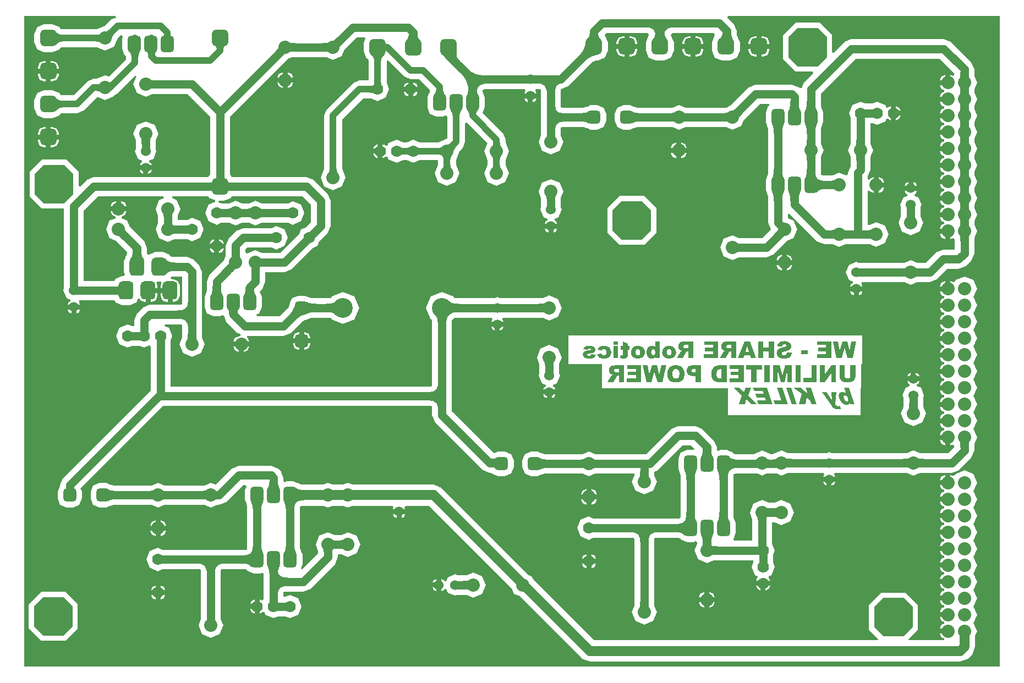
<source format=gbl>
%FSLAX25Y25*%
%MOIN*%
G70*
G01*
G75*
G04 Layer_Physical_Order=2*
G04 Layer_Color=16711680*
G04:AMPARAMS|DCode=10|XSize=100mil|YSize=100mil|CornerRadius=25mil|HoleSize=0mil|Usage=FLASHONLY|Rotation=0.000|XOffset=0mil|YOffset=0mil|HoleType=Round|Shape=RoundedRectangle|*
%AMROUNDEDRECTD10*
21,1,0.10000,0.05000,0,0,0.0*
21,1,0.05000,0.10000,0,0,0.0*
1,1,0.05000,0.02500,-0.02500*
1,1,0.05000,-0.02500,-0.02500*
1,1,0.05000,-0.02500,0.02500*
1,1,0.05000,0.02500,0.02500*
%
%ADD10ROUNDEDRECTD10*%
%ADD11C,0.08000*%
G04:AMPARAMS|DCode=12|XSize=80mil|YSize=100mil|CornerRadius=20mil|HoleSize=0mil|Usage=FLASHONLY|Rotation=0.000|XOffset=0mil|YOffset=0mil|HoleType=Round|Shape=RoundedRectangle|*
%AMROUNDEDRECTD12*
21,1,0.08000,0.06000,0,0,0.0*
21,1,0.04000,0.10000,0,0,0.0*
1,1,0.04000,0.02000,-0.03000*
1,1,0.04000,-0.02000,-0.03000*
1,1,0.04000,-0.02000,0.03000*
1,1,0.04000,0.02000,0.03000*
%
%ADD12ROUNDEDRECTD12*%
%ADD13C,0.07000*%
%ADD14C,0.06000*%
%ADD15C,0.12000*%
G04:AMPARAMS|DCode=16|XSize=100mil|YSize=100mil|CornerRadius=25mil|HoleSize=0mil|Usage=FLASHONLY|Rotation=90.000|XOffset=0mil|YOffset=0mil|HoleType=Round|Shape=RoundedRectangle|*
%AMROUNDEDRECTD16*
21,1,0.10000,0.05000,0,0,90.0*
21,1,0.05000,0.10000,0,0,90.0*
1,1,0.05000,0.02500,0.02500*
1,1,0.05000,0.02500,-0.02500*
1,1,0.05000,-0.02500,-0.02500*
1,1,0.05000,-0.02500,0.02500*
%
%ADD16ROUNDEDRECTD16*%
G04:AMPARAMS|DCode=17|XSize=90mil|YSize=110mil|CornerRadius=22.5mil|HoleSize=0mil|Usage=FLASHONLY|Rotation=0.000|XOffset=0mil|YOffset=0mil|HoleType=Round|Shape=RoundedRectangle|*
%AMROUNDEDRECTD17*
21,1,0.09000,0.06500,0,0,0.0*
21,1,0.04500,0.11000,0,0,0.0*
1,1,0.04500,0.02250,-0.03250*
1,1,0.04500,-0.02250,-0.03250*
1,1,0.04500,-0.02250,0.03250*
1,1,0.04500,0.02250,0.03250*
%
%ADD17ROUNDEDRECTD17*%
G04:AMPARAMS|DCode=18|XSize=80mil|YSize=80mil|CornerRadius=20mil|HoleSize=0mil|Usage=FLASHONLY|Rotation=90.000|XOffset=0mil|YOffset=0mil|HoleType=Round|Shape=RoundedRectangle|*
%AMROUNDEDRECTD18*
21,1,0.08000,0.04000,0,0,90.0*
21,1,0.04000,0.08000,0,0,90.0*
1,1,0.04000,0.02000,0.02000*
1,1,0.04000,0.02000,-0.02000*
1,1,0.04000,-0.02000,-0.02000*
1,1,0.04000,-0.02000,0.02000*
%
%ADD18ROUNDEDRECTD18*%
G04:AMPARAMS|DCode=19|XSize=80mil|YSize=80mil|CornerRadius=20mil|HoleSize=0mil|Usage=FLASHONLY|Rotation=0.000|XOffset=0mil|YOffset=0mil|HoleType=Round|Shape=RoundedRectangle|*
%AMROUNDEDRECTD19*
21,1,0.08000,0.04000,0,0,0.0*
21,1,0.04000,0.08000,0,0,0.0*
1,1,0.04000,0.02000,-0.02000*
1,1,0.04000,-0.02000,-0.02000*
1,1,0.04000,-0.02000,0.02000*
1,1,0.04000,0.02000,0.02000*
%
%ADD19ROUNDEDRECTD19*%
G04:AMPARAMS|DCode=20|XSize=236.22mil|YSize=236.22mil|CornerRadius=0mil|HoleSize=0mil|Usage=FLASHONLY|Rotation=0.000|XOffset=0mil|YOffset=0mil|HoleType=Round|Shape=Octagon|*
%AMOCTAGOND20*
4,1,8,0.11811,-0.05906,0.11811,0.05906,0.05906,0.11811,-0.05906,0.11811,-0.11811,0.05906,-0.11811,-0.05906,-0.05906,-0.11811,0.05906,-0.11811,0.11811,-0.05906,0.0*
%
%ADD20OCTAGOND20*%

%ADD21C,0.05000*%
%ADD22C,0.04000*%
%ADD23C,0.06000*%
G36*
X119012Y230101D02*
X119198Y227913D01*
X119309Y227292D01*
X119445Y226726D01*
X119606Y226214D01*
X119791Y225756D01*
X120002Y225352D01*
X120237Y225003D01*
X112764D01*
X112998Y225352D01*
X113209Y225756D01*
X113394Y226214D01*
X113555Y226726D01*
X113691Y227292D01*
X113802Y227913D01*
X113951Y229318D01*
X113988Y230101D01*
X114000Y230939D01*
X119000D01*
X119012Y230101D01*
D02*
G37*
G36*
X76444Y355743D02*
X76589Y355692D01*
X76792Y355647D01*
X77052Y355608D01*
X77745Y355548D01*
X79217Y355503D01*
X79822Y355500D01*
Y350500D01*
X79217Y350497D01*
X76792Y350353D01*
X76589Y350308D01*
X76444Y350257D01*
X76357Y350200D01*
Y355800D01*
X76444Y355743D01*
D02*
G37*
G36*
X321560Y339550D02*
X321740Y338700D01*
X322040Y337950D01*
X322460Y337300D01*
X323000Y336750D01*
X323660Y336300D01*
X324440Y335950D01*
X325340Y335700D01*
X326360Y335550D01*
X327500Y335500D01*
Y330500D01*
X326360Y330450D01*
X325340Y330300D01*
X324440Y330050D01*
X323660Y329700D01*
X323000Y329250D01*
X322460Y328700D01*
X322040Y328050D01*
X321740Y327300D01*
X321560Y326450D01*
X321500Y325500D01*
X316500Y333000D01*
X321500Y340500D01*
X321560Y339550D01*
D02*
G37*
G36*
X139012Y229341D02*
X139111Y228128D01*
X139198Y227575D01*
X139309Y227058D01*
X139445Y226576D01*
X139606Y226129D01*
X139791Y225718D01*
X140002Y225343D01*
X140236Y225003D01*
X132764D01*
X132998Y225343D01*
X133209Y225718D01*
X133394Y226129D01*
X133555Y226576D01*
X133691Y227058D01*
X133802Y227575D01*
X133889Y228128D01*
X133988Y229341D01*
X134000Y230000D01*
X139000D01*
X139012Y229341D01*
D02*
G37*
G36*
X325000Y353500D02*
X324335Y353440D01*
X323740Y353260D01*
X323215Y352960D01*
X322760Y352540D01*
X322375Y352000D01*
X322060Y351340D01*
X321815Y350560D01*
X321640Y349660D01*
X321535Y348640D01*
X321500Y347500D01*
X316500D01*
X316450Y348640D01*
X316300Y349660D01*
X316050Y350560D01*
X315700Y351340D01*
X315250Y352000D01*
X314700Y352540D01*
X314050Y352960D01*
X313300Y353260D01*
X312450Y353440D01*
X311500Y353500D01*
X319000Y358500D01*
X325000Y353500D01*
D02*
G37*
G36*
X188715Y213300D02*
X188356Y213623D01*
X187943Y213912D01*
X187478Y214167D01*
X186960Y214388D01*
X186390Y214575D01*
X185766Y214728D01*
X185090Y214847D01*
X184361Y214932D01*
X182746Y215000D01*
Y220000D01*
X183580Y220017D01*
X185090Y220153D01*
X185766Y220272D01*
X186390Y220425D01*
X186960Y220612D01*
X187478Y220833D01*
X187943Y221088D01*
X188356Y221377D01*
X188715Y221700D01*
Y213300D01*
D02*
G37*
G36*
X45982Y348375D02*
X45847Y348494D01*
X45662Y348600D01*
X45425Y348694D01*
X45138Y348775D01*
X44799Y348844D01*
X44408Y348900D01*
X43475Y348975D01*
X42336Y349000D01*
Y353000D01*
X42931Y353006D01*
X44408Y353100D01*
X44799Y353156D01*
X45138Y353225D01*
X45425Y353306D01*
X45662Y353400D01*
X45847Y353506D01*
X45982Y353625D01*
Y348375D01*
D02*
G37*
G36*
X211501Y347550D02*
X211389Y347636D01*
X211232Y347712D01*
X211030Y347779D01*
X210781Y347838D01*
X210487Y347887D01*
X209761Y347959D01*
X208851Y347995D01*
X208328Y348000D01*
Y352000D01*
X208851Y352005D01*
X210487Y352113D01*
X210781Y352162D01*
X211030Y352221D01*
X211232Y352288D01*
X211389Y352364D01*
X211501Y352450D01*
Y347550D01*
D02*
G37*
G36*
X170519Y213563D02*
X169848Y213447D01*
X169182Y213277D01*
X168519Y213053D01*
X167861Y212774D01*
X167206Y212441D01*
X166556Y212053D01*
X165910Y211611D01*
X165267Y211115D01*
X164629Y210564D01*
X163995Y209959D01*
X160459Y213495D01*
X161064Y214129D01*
X162111Y215410D01*
X162553Y216056D01*
X162941Y216706D01*
X163274Y217361D01*
X163553Y218019D01*
X163777Y218682D01*
X163947Y219348D01*
X164063Y220019D01*
X170519Y213563D01*
D02*
G37*
G36*
X127960Y241000D02*
X127858Y240979D01*
X127719Y240912D01*
X127544Y240800D01*
X127332Y240644D01*
X126800Y240196D01*
X125727Y239188D01*
X125297Y238761D01*
X121762Y242297D01*
X122188Y242727D01*
X123801Y244544D01*
X123912Y244719D01*
X123979Y244858D01*
X124000Y244960D01*
X127960Y241000D01*
D02*
G37*
G36*
X85827Y246900D02*
X86249Y246501D01*
X86712Y246150D01*
X87216Y245845D01*
X87762Y245586D01*
X88348Y245375D01*
X88976Y245211D01*
X89645Y245094D01*
X90356Y245023D01*
X91107Y245000D01*
Y240000D01*
X90356Y239977D01*
X89645Y239906D01*
X88976Y239789D01*
X88348Y239625D01*
X87762Y239413D01*
X87216Y239155D01*
X86712Y238850D01*
X86249Y238498D01*
X85827Y238100D01*
X85446Y237654D01*
Y247346D01*
X85827Y246900D01*
D02*
G37*
G36*
X321503Y323717D02*
X321647Y321292D01*
X321692Y321089D01*
X321743Y320944D01*
X321800Y320857D01*
X316200D01*
X316257Y320944D01*
X316308Y321089D01*
X316353Y321292D01*
X316392Y321552D01*
X316452Y322245D01*
X316497Y323717D01*
X316500Y324323D01*
X321500D01*
X321503Y323717D01*
D02*
G37*
G36*
X238111Y314864D02*
X238268Y314788D01*
X238470Y314721D01*
X238719Y314662D01*
X239013Y314613D01*
X239739Y314541D01*
X240649Y314505D01*
X241172Y314500D01*
Y310500D01*
X240649Y310495D01*
X239013Y310387D01*
X238719Y310338D01*
X238470Y310279D01*
X238268Y310212D01*
X238111Y310136D01*
X238000Y310050D01*
Y314950D01*
X238111Y314864D01*
D02*
G37*
G36*
X56575Y352746D02*
X52597Y349250D01*
X51155Y354370D01*
X51337Y354289D01*
X51547Y354262D01*
X51782Y354290D01*
X52044Y354372D01*
X52333Y354508D01*
X52648Y354699D01*
X52990Y354943D01*
X53359Y355243D01*
X54176Y356004D01*
X56575Y352746D01*
D02*
G37*
G36*
X216004Y355149D02*
X216112Y353513D01*
X216162Y353219D01*
X216220Y352970D01*
X216288Y352768D01*
X216365Y352611D01*
X216450Y352500D01*
X211550D01*
X211635Y352611D01*
X211712Y352768D01*
X211779Y352970D01*
X211838Y353219D01*
X211888Y353513D01*
X211960Y354239D01*
X211996Y355149D01*
X212000Y355672D01*
X216000D01*
X216004Y355149D01*
D02*
G37*
G36*
X253143Y309700D02*
X252964Y309852D01*
X252740Y309988D01*
X252471Y310108D01*
X252158Y310212D01*
X251800Y310300D01*
X251396Y310372D01*
X250456Y310468D01*
X249918Y310492D01*
X249336Y310500D01*
Y314500D01*
X249918Y314508D01*
X251396Y314628D01*
X251800Y314700D01*
X252158Y314788D01*
X252471Y314892D01*
X252740Y315012D01*
X252964Y315148D01*
X253143Y315300D01*
Y309700D01*
D02*
G37*
G36*
X256877Y212856D02*
X256588Y212443D01*
X256333Y211978D01*
X256112Y211460D01*
X255925Y210890D01*
X255772Y210266D01*
X255653Y209590D01*
X255568Y208861D01*
X255500Y207246D01*
X250500D01*
X250483Y208080D01*
X250347Y209590D01*
X250228Y210266D01*
X250075Y210890D01*
X249888Y211460D01*
X249667Y211978D01*
X249412Y212443D01*
X249123Y212856D01*
X248800Y213215D01*
X257200D01*
X256877Y212856D01*
D02*
G37*
G36*
X274648Y337351D02*
X274407Y337091D01*
X274195Y336803D01*
X274010Y336487D01*
X273854Y336143D01*
X273727Y335770D01*
X273628Y335370D01*
X273557Y334941D01*
X273514Y334485D01*
X273500Y334000D01*
X269500D01*
X269486Y334485D01*
X269443Y334941D01*
X269372Y335370D01*
X269273Y335770D01*
X269145Y336143D01*
X268990Y336487D01*
X268805Y336803D01*
X268593Y337091D01*
X268352Y337351D01*
X268082Y337582D01*
X274918D01*
X274648Y337351D01*
D02*
G37*
G36*
X285458Y119764D02*
X285427Y119999D01*
X285327Y120209D01*
X285156Y120394D01*
X284916Y120555D01*
X284605Y120691D01*
X284224Y120802D01*
X283773Y120889D01*
X283252Y120950D01*
X282661Y120988D01*
X282000Y121000D01*
Y126000D01*
X282623Y126004D01*
X284855Y126150D01*
X285125Y126205D01*
X285336Y126267D01*
X285489Y126339D01*
X285582Y126418D01*
X285458Y119764D01*
D02*
G37*
G36*
X258648Y309464D02*
X258512Y309240D01*
X258392Y308971D01*
X258288Y308658D01*
X258200Y308299D01*
X258128Y307896D01*
X258032Y306956D01*
X258008Y306418D01*
X258000Y305836D01*
X254000D01*
X253992Y306418D01*
X253872Y307896D01*
X253800Y308299D01*
X253712Y308658D01*
X253608Y308971D01*
X253488Y309240D01*
X253352Y309464D01*
X253200Y309643D01*
X258800D01*
X258648Y309464D01*
D02*
G37*
G36*
X19150Y344837D02*
X19553Y344451D01*
X19975Y344111D01*
X20418Y343816D01*
X20881Y343567D01*
X21365Y343363D01*
X21868Y343204D01*
X22392Y343091D01*
X22936Y343023D01*
X23500Y343000D01*
Y339000D01*
X22936Y338977D01*
X22392Y338909D01*
X21868Y338796D01*
X21365Y338637D01*
X20881Y338433D01*
X20418Y338184D01*
X19975Y337889D01*
X19553Y337549D01*
X19150Y337163D01*
X18768Y336732D01*
Y345268D01*
X19150Y344837D01*
D02*
G37*
G36*
X171352Y221002D02*
X171756Y220791D01*
X172214Y220606D01*
X172726Y220445D01*
X173293Y220309D01*
X173913Y220198D01*
X175318Y220050D01*
X176101Y220012D01*
X176939Y220000D01*
Y215000D01*
X176101Y214988D01*
X173913Y214802D01*
X173293Y214691D01*
X172726Y214555D01*
X172214Y214394D01*
X171756Y214209D01*
X171352Y213998D01*
X171003Y213763D01*
Y221236D01*
X171352Y221002D01*
D02*
G37*
G36*
X129495Y216333D02*
X129391Y216248D01*
X129299Y216104D01*
X129220Y215904D01*
X129153Y215647D01*
X129098Y215332D01*
X129055Y214960D01*
X129006Y214044D01*
X129000Y213500D01*
X124000D01*
X123994Y214044D01*
X123902Y215332D01*
X123847Y215647D01*
X123780Y215904D01*
X123700Y216104D01*
X123609Y216248D01*
X123505Y216333D01*
X123389Y216362D01*
X129611D01*
X129495Y216333D01*
D02*
G37*
G36*
X264907Y337540D02*
X264611Y337073D01*
X264351Y336597D01*
X264125Y336111D01*
X263934Y335615D01*
X263778Y335110D01*
X263656Y334596D01*
X263569Y334072D01*
X263517Y333538D01*
X263500Y332995D01*
X259500D01*
X259483Y333538D01*
X259431Y334072D01*
X259344Y334596D01*
X259222Y335110D01*
X259066Y335615D01*
X258875Y336111D01*
X258649Y336597D01*
X258389Y337073D01*
X258093Y337540D01*
X257764Y337997D01*
X265236D01*
X264907Y337540D01*
D02*
G37*
G36*
X288648Y309464D02*
X288512Y309240D01*
X288392Y308971D01*
X288288Y308658D01*
X288200Y308299D01*
X288128Y307896D01*
X288032Y306956D01*
X288008Y306418D01*
X288000Y305836D01*
X284000D01*
X283992Y306418D01*
X283872Y307896D01*
X283800Y308299D01*
X283712Y308658D01*
X283608Y308971D01*
X283488Y309240D01*
X283352Y309464D01*
X283200Y309643D01*
X288800D01*
X288648Y309464D01*
D02*
G37*
G36*
X255500Y164000D02*
X250500Y156500D01*
X250440Y157450D01*
X250260Y158300D01*
X249960Y159050D01*
X249540Y159700D01*
X249000Y160250D01*
X248340Y160700D01*
X247560Y161050D01*
X246660Y161300D01*
X245640Y161450D01*
X244500Y161500D01*
Y166500D01*
X245640Y166550D01*
X246660Y166700D01*
X247560Y166950D01*
X248340Y167300D01*
X249000Y167750D01*
X249540Y168300D01*
X249960Y168950D01*
X250260Y169700D01*
X250440Y170550D01*
X250500Y171500D01*
X255500Y164000D01*
D02*
G37*
G36*
X341997Y329263D02*
X341648Y329498D01*
X341244Y329709D01*
X340786Y329894D01*
X340274Y330055D01*
X339707Y330191D01*
X339087Y330302D01*
X337682Y330451D01*
X336899Y330488D01*
X336061Y330500D01*
Y335500D01*
X336899Y335512D01*
X339087Y335698D01*
X339707Y335809D01*
X340274Y335945D01*
X340786Y336106D01*
X341244Y336291D01*
X341648Y336502D01*
X341997Y336736D01*
Y329263D01*
D02*
G37*
G36*
X315143Y214700D02*
X315056Y214757D01*
X314911Y214808D01*
X314708Y214853D01*
X314448Y214892D01*
X313755Y214952D01*
X312283Y214997D01*
X311678Y215000D01*
Y220000D01*
X312283Y220003D01*
X314708Y220147D01*
X314911Y220192D01*
X315056Y220243D01*
X315143Y220300D01*
Y214700D01*
D02*
G37*
G36*
X269159Y361936D02*
X270060Y361215D01*
X270997Y360579D01*
X271968Y360027D01*
X272975Y359561D01*
X274017Y359179D01*
X275094Y358882D01*
X276206Y358670D01*
X277353Y358542D01*
X278536Y358500D01*
X280000Y353500D01*
X278860Y353440D01*
X277840Y353260D01*
X276940Y352960D01*
X276160Y352540D01*
X275500Y352000D01*
X274960Y351340D01*
X274540Y350560D01*
X274240Y349660D01*
X274169Y349256D01*
X274198Y348913D01*
X274309Y348292D01*
X274445Y347726D01*
X274606Y347214D01*
X274791Y346756D01*
X275002Y346352D01*
X275237Y346003D01*
X267763D01*
X267998Y346352D01*
X268209Y346756D01*
X268394Y347214D01*
X268555Y347726D01*
X268691Y348292D01*
X268802Y348913D01*
X268945Y350263D01*
X268830Y351294D01*
X268618Y352406D01*
X268321Y353483D01*
X267939Y354525D01*
X267473Y355532D01*
X266921Y356503D01*
X266285Y357440D01*
X265564Y358341D01*
X264757Y359207D01*
X268293Y362743D01*
X269159Y361936D01*
D02*
G37*
G36*
X253517Y350462D02*
X253570Y349928D01*
X253656Y349404D01*
X253778Y348890D01*
X253934Y348385D01*
X254125Y347889D01*
X254351Y347403D01*
X254611Y346927D01*
X254907Y346460D01*
X255237Y346003D01*
X247763D01*
X248093Y346460D01*
X248389Y346927D01*
X248649Y347403D01*
X248875Y347889D01*
X249066Y348385D01*
X249222Y348890D01*
X249344Y349404D01*
X249430Y349928D01*
X249483Y350462D01*
X249500Y351005D01*
X253500D01*
X253517Y350462D01*
D02*
G37*
G36*
X258008Y305082D02*
X258128Y303604D01*
X258200Y303201D01*
X258288Y302842D01*
X258392Y302529D01*
X258512Y302260D01*
X258648Y302036D01*
X258800Y301857D01*
X253200D01*
X253352Y302036D01*
X253488Y302260D01*
X253608Y302529D01*
X253712Y302842D01*
X253800Y303201D01*
X253872Y303604D01*
X253968Y304544D01*
X253992Y305082D01*
X254000Y305664D01*
X258000D01*
X258008Y305082D01*
D02*
G37*
G36*
X288008D02*
X288128Y303604D01*
X288200Y303201D01*
X288288Y302842D01*
X288392Y302529D01*
X288512Y302260D01*
X288648Y302036D01*
X288800Y301857D01*
X283200D01*
X283352Y302036D01*
X283488Y302260D01*
X283608Y302529D01*
X283712Y302842D01*
X283800Y303201D01*
X283872Y303604D01*
X283968Y304544D01*
X283992Y305082D01*
X284000Y305664D01*
X288000D01*
X288008Y305082D01*
D02*
G37*
G36*
X257645Y221377D02*
X258057Y221088D01*
X258522Y220833D01*
X259040Y220612D01*
X259610Y220425D01*
X260234Y220272D01*
X260910Y220153D01*
X261639Y220068D01*
X263254Y220000D01*
Y215000D01*
X262420Y214983D01*
X260910Y214847D01*
X260234Y214728D01*
X259610Y214575D01*
X259040Y214388D01*
X258522Y214167D01*
X258057Y213912D01*
X257645Y213623D01*
X257285Y213300D01*
Y221700D01*
X257645Y221377D01*
D02*
G37*
G36*
X189008Y302582D02*
X189128Y301104D01*
X189200Y300700D01*
X189288Y300342D01*
X189392Y300029D01*
X189512Y299760D01*
X189648Y299536D01*
X189800Y299357D01*
X184200D01*
X184352Y299536D01*
X184488Y299760D01*
X184608Y300029D01*
X184712Y300342D01*
X184800Y300700D01*
X184872Y301104D01*
X184968Y302044D01*
X184992Y302582D01*
X185000Y303164D01*
X189000D01*
X189008Y302582D01*
D02*
G37*
G36*
X89944Y267743D02*
X90089Y267692D01*
X90292Y267647D01*
X90552Y267608D01*
X91246Y267548D01*
X92717Y267503D01*
X93322Y267500D01*
Y262500D01*
X92717Y262497D01*
X90292Y262353D01*
X90089Y262308D01*
X89944Y262257D01*
X89857Y262200D01*
Y267800D01*
X89944Y267743D01*
D02*
G37*
G36*
X288006Y318569D02*
X288100Y317092D01*
X288156Y316702D01*
X288225Y316362D01*
X288306Y316075D01*
X288400Y315838D01*
X288506Y315652D01*
X288625Y315518D01*
X283375D01*
X283494Y315652D01*
X283600Y315838D01*
X283694Y316075D01*
X283775Y316362D01*
X283844Y316702D01*
X283900Y317092D01*
X283975Y318025D01*
X284000Y319164D01*
X288000D01*
X288006Y318569D01*
D02*
G37*
G36*
X61021Y264858D02*
X61088Y264719D01*
X61199Y264544D01*
X61356Y264332D01*
X61804Y263800D01*
X62812Y262727D01*
X63239Y262297D01*
X59703Y258762D01*
X59273Y259188D01*
X57456Y260801D01*
X57281Y260912D01*
X57142Y260979D01*
X57040Y261000D01*
X61000Y264960D01*
X61021Y264858D01*
D02*
G37*
G36*
X233000Y310050D02*
X232889Y310136D01*
X232732Y310212D01*
X232530Y310279D01*
X232281Y310338D01*
X231987Y310387D01*
X231261Y310459D01*
X230537Y310488D01*
X229013Y310387D01*
X228719Y310338D01*
X228470Y310279D01*
X228268Y310212D01*
X228111Y310136D01*
X227999Y310050D01*
Y314950D01*
X228111Y314864D01*
X228268Y314788D01*
X228470Y314721D01*
X228719Y314662D01*
X229013Y314613D01*
X229739Y314541D01*
X230463Y314512D01*
X231987Y314613D01*
X232281Y314662D01*
X232530Y314721D01*
X232732Y314788D01*
X232889Y314864D01*
X233000Y314950D01*
Y310050D01*
D02*
G37*
G36*
X193238Y378203D02*
X192812Y377773D01*
X191200Y375956D01*
X191088Y375781D01*
X191021Y375642D01*
X191000Y375540D01*
X187040Y379500D01*
X187142Y379521D01*
X187281Y379588D01*
X187456Y379699D01*
X187668Y379856D01*
X188200Y380304D01*
X189273Y381312D01*
X189703Y381738D01*
X193238Y378203D01*
D02*
G37*
G36*
X121408Y376075D02*
X121218Y375997D01*
X121049Y375867D01*
X120904Y375685D01*
X120780Y375451D01*
X120679Y375165D01*
X120601Y374827D01*
X120545Y374436D01*
X120511Y373994D01*
X120500Y373500D01*
X116500D01*
X116489Y373994D01*
X116455Y374436D01*
X116399Y374827D01*
X116321Y375165D01*
X116220Y375451D01*
X116096Y375685D01*
X115951Y375867D01*
X115782Y375997D01*
X115592Y376075D01*
X115378Y376101D01*
X121622D01*
X121408Y376075D01*
D02*
G37*
G36*
X104003Y201217D02*
X104147Y198792D01*
X104192Y198589D01*
X104243Y198444D01*
X104300Y198357D01*
X98700D01*
X98757Y198444D01*
X98808Y198589D01*
X98853Y198792D01*
X98892Y199052D01*
X98952Y199746D01*
X98997Y201217D01*
X99000Y201822D01*
X104000D01*
X104003Y201217D01*
D02*
G37*
G36*
X19150Y384837D02*
X19553Y384451D01*
X19975Y384111D01*
X20418Y383816D01*
X20881Y383567D01*
X21365Y383363D01*
X21868Y383204D01*
X22392Y383091D01*
X22936Y383023D01*
X23500Y383000D01*
Y379000D01*
X22936Y378977D01*
X22392Y378909D01*
X21868Y378796D01*
X21365Y378637D01*
X20881Y378433D01*
X20418Y378184D01*
X19975Y377889D01*
X19553Y377549D01*
X19150Y377163D01*
X18768Y376732D01*
Y385268D01*
X19150Y384837D01*
D02*
G37*
G36*
X55126Y384298D02*
X54720Y383881D01*
X53760Y382751D01*
X53526Y382415D01*
X53335Y382099D01*
X53187Y381804D01*
X53081Y381529D01*
X53019Y381274D01*
X53000Y381040D01*
X49040Y385000D01*
X49274Y385019D01*
X49529Y385081D01*
X49804Y385187D01*
X50099Y385335D01*
X50415Y385526D01*
X50751Y385760D01*
X51484Y386357D01*
X51881Y386720D01*
X52298Y387126D01*
X55126Y384298D01*
D02*
G37*
G36*
X347518Y384362D02*
X347571Y383761D01*
X347659Y383196D01*
X347783Y382668D01*
X347942Y382176D01*
X348136Y381721D01*
X348366Y381303D01*
X348631Y380921D01*
X348932Y380576D01*
X349268Y380268D01*
X340732D01*
X341068Y380576D01*
X341369Y380921D01*
X341634Y381303D01*
X341864Y381721D01*
X342058Y382176D01*
X342217Y382668D01*
X342341Y383196D01*
X342429Y383761D01*
X342482Y384362D01*
X342500Y385000D01*
X347500D01*
X347518Y384362D01*
D02*
G37*
G36*
X591000Y0D02*
X591000Y0D01*
X591000Y-0D01*
X-0D01*
Y394500D01*
X55307D01*
X55506Y393500D01*
X52673Y392327D01*
X48869Y388522D01*
X43774Y386412D01*
X22493D01*
X22487Y386414D01*
X22286Y386499D01*
X22091Y386603D01*
X21897Y386733D01*
X21698Y386893D01*
X21492Y387091D01*
X21443Y387145D01*
X21210Y387709D01*
X17000Y389453D01*
X12000D01*
X7790Y387709D01*
X6047Y383500D01*
Y378500D01*
X7790Y374290D01*
X12000Y372547D01*
X17000D01*
X21210Y374290D01*
X21443Y374855D01*
X21492Y374909D01*
X21698Y375107D01*
X21897Y375267D01*
X22092Y375396D01*
X22286Y375501D01*
X22487Y375586D01*
X22493Y375588D01*
X43774D01*
X49000Y373423D01*
X54358Y375642D01*
X56522Y380869D01*
X58388Y382735D01*
X58944Y382691D01*
X59576Y381678D01*
X59088Y380500D01*
Y374500D01*
X60673Y370673D01*
X61119Y370488D01*
X61209Y370412D01*
X61298Y370319D01*
X61376Y370216D01*
X61450Y370094D01*
X61522Y369943D01*
X61588Y369762D01*
Y368242D01*
X51067Y357721D01*
X49000Y358577D01*
X43774Y356412D01*
X42000D01*
X38173Y354827D01*
X29758Y346412D01*
X22493D01*
X22487Y346414D01*
X22286Y346499D01*
X22091Y346603D01*
X21897Y346733D01*
X21698Y346893D01*
X21492Y347091D01*
X21443Y347145D01*
X21210Y347709D01*
X17000Y349453D01*
X12000D01*
X7790Y347709D01*
X6047Y343500D01*
Y338500D01*
X7790Y334291D01*
X12000Y332547D01*
X17000D01*
X21210Y334291D01*
X21443Y334855D01*
X21492Y334909D01*
X21698Y335107D01*
X21897Y335267D01*
X22092Y335397D01*
X22286Y335501D01*
X22487Y335586D01*
X22493Y335588D01*
X32000D01*
X35827Y337173D01*
X44105Y345451D01*
X49000Y343423D01*
X54358Y345642D01*
X54819Y346756D01*
X55827Y347173D01*
X67094Y358441D01*
X67942Y357874D01*
X65923Y353000D01*
X68142Y347642D01*
X73500Y345423D01*
X77420Y347047D01*
X99034D01*
X112547Y333534D01*
Y298023D01*
X111791Y297709D01*
X111477Y296953D01*
X41995D01*
X37785Y295210D01*
X33735Y291159D01*
X32811Y291542D01*
Y299905D01*
X25405Y307311D01*
X10594D01*
X3189Y299905D01*
Y285094D01*
X10594Y277689D01*
X24047D01*
Y229307D01*
X23506Y228000D01*
X25408Y223408D01*
X27798Y222418D01*
Y221418D01*
X26939Y221061D01*
X26292Y219500D01*
X33708D01*
X33062Y221061D01*
X33296Y222047D01*
X54687D01*
X55232Y220732D01*
X59250Y219067D01*
X63750D01*
X67768Y220732D01*
X68782Y223180D01*
X69782D01*
X70163Y222263D01*
X72650Y221232D01*
X73400D01*
Y228000D01*
X74900D01*
Y229500D01*
X80668D01*
Y231250D01*
X80052Y232736D01*
X80608Y233567D01*
X82592D01*
X83148Y232736D01*
X82532Y231250D01*
Y229500D01*
X88300D01*
Y228000D01*
X89800D01*
Y221232D01*
X90550D01*
X93037Y222263D01*
X94068Y224750D01*
Y231250D01*
X93037Y233737D01*
X90550Y234768D01*
X89256D01*
X88576Y235712D01*
X88733Y236222D01*
X88810Y236317D01*
X89009Y236411D01*
X89311Y236520D01*
X89414Y236547D01*
X95547D01*
Y219925D01*
X95492Y219840D01*
X95407Y219753D01*
X95248Y219645D01*
X94955Y219513D01*
X94739Y219453D01*
X76000D01*
X71790Y217709D01*
X68291Y214210D01*
X66547Y210000D01*
Y206453D01*
X65113D01*
X62500Y207536D01*
X57525Y205475D01*
X55464Y200500D01*
X57525Y195525D01*
X62500Y193465D01*
X65113Y194547D01*
X69887D01*
X72500Y193465D01*
X75715Y194796D01*
X76547Y194241D01*
Y167466D01*
X23291Y114209D01*
X21547Y110000D01*
Y109522D01*
X20088Y106000D01*
Y102000D01*
X21673Y98173D01*
X25500Y96588D01*
X29500D01*
X33327Y98173D01*
X34912Y102000D01*
Y106000D01*
X34035Y108116D01*
X83966Y158047D01*
X246239D01*
X246455Y157987D01*
X246748Y157855D01*
X246907Y157747D01*
X246992Y157660D01*
X247047Y157575D01*
Y152500D01*
X248791Y148291D01*
X277790Y119290D01*
X282000Y117547D01*
X283018D01*
X283173Y117173D01*
X287000Y115588D01*
X291000D01*
X294827Y117173D01*
X296412Y121000D01*
Y125000D01*
X294827Y128827D01*
X291000Y130412D01*
X287000D01*
X284685Y129453D01*
X284466D01*
X258953Y154966D01*
Y164000D01*
Y209605D01*
X259049Y209996D01*
X259151Y210306D01*
X259888Y210612D01*
X260194Y211349D01*
X260504Y211451D01*
X260895Y211547D01*
X283204D01*
X283438Y210561D01*
X282792Y209000D01*
X290208D01*
X289562Y210561D01*
X289796Y211547D01*
X314080D01*
X318000Y209923D01*
X323358Y212142D01*
X325577Y217500D01*
X323358Y222858D01*
X318000Y225077D01*
X314080Y223453D01*
X287807D01*
X286500Y223994D01*
X285193Y223453D01*
X260895D01*
X260504Y223549D01*
X260194Y223651D01*
X259888Y224388D01*
X253000Y227241D01*
X246112Y224388D01*
X243259Y217500D01*
X246112Y210612D01*
X246849Y210306D01*
X246951Y209996D01*
X247047Y209605D01*
Y170425D01*
X246992Y170340D01*
X246907Y170253D01*
X246748Y170145D01*
X246455Y170013D01*
X246239Y169953D01*
X88453D01*
Y197887D01*
X89536Y200500D01*
X87475Y205475D01*
X84887Y206547D01*
X85086Y207547D01*
X94739D01*
X94955Y207487D01*
X95248Y207355D01*
X95407Y207247D01*
X95492Y207160D01*
X95547Y207075D01*
Y199420D01*
X93923Y195500D01*
X96142Y190142D01*
X101500Y187923D01*
X106858Y190142D01*
X109077Y195500D01*
X107453Y199420D01*
Y213500D01*
Y239500D01*
X105710Y243709D01*
X102709Y246709D01*
X98500Y248453D01*
X89414D01*
X89311Y248480D01*
X89009Y248589D01*
X88755Y248709D01*
X88539Y248839D01*
X88353Y248981D01*
X88184Y249141D01*
X88076Y249267D01*
X87868Y249768D01*
X83850Y251433D01*
X79350D01*
X75436Y249811D01*
X74940Y249867D01*
X74512Y249975D01*
X74364Y250045D01*
X74255Y250391D01*
X74153Y250804D01*
Y253800D01*
X72409Y258010D01*
X63981Y266438D01*
X62358Y270358D01*
X58797Y271832D01*
Y272832D01*
X60827Y273673D01*
X61791Y276000D01*
X52209D01*
X53173Y273673D01*
X55203Y272832D01*
Y271832D01*
X51642Y270358D01*
X49423Y265000D01*
X51642Y259642D01*
X55562Y258019D01*
X62247Y251334D01*
Y250804D01*
X62145Y250391D01*
X62025Y250009D01*
X61890Y249669D01*
X61743Y249366D01*
X61586Y249098D01*
X61339Y248746D01*
X61139Y247855D01*
X60267Y245750D01*
Y239250D01*
X60883Y237764D01*
X60327Y236933D01*
X59250D01*
X55232Y235268D01*
X54687Y233953D01*
X35953D01*
Y276539D01*
X44461Y285047D01*
X84365D01*
X84560Y284066D01*
X81642Y282858D01*
X79423Y277500D01*
X81047Y273580D01*
Y268920D01*
X79423Y265000D01*
X81642Y259642D01*
X87000Y257423D01*
X90920Y259047D01*
X98887D01*
X101500Y257964D01*
X106475Y260025D01*
X108536Y265000D01*
X106475Y269975D01*
X101500Y272036D01*
X98887Y270953D01*
X92953D01*
Y273580D01*
X94577Y277500D01*
X92358Y282858D01*
X89440Y284066D01*
X89635Y285047D01*
X111477D01*
X111791Y284291D01*
X115561Y282729D01*
Y281646D01*
X111525Y279975D01*
X109465Y275000D01*
X111525Y270025D01*
X116500Y267964D01*
X119113Y269047D01*
X124080D01*
X128000Y267423D01*
X131920Y269047D01*
X136080D01*
X140000Y267423D01*
X143920Y269047D01*
X159887D01*
X162500Y267964D01*
X167475Y270025D01*
X169536Y275000D01*
X167475Y279975D01*
X162500Y282036D01*
X159887Y280953D01*
X143920D01*
X140000Y282577D01*
X136080Y280953D01*
X131920D01*
X128000Y282577D01*
X124080Y280953D01*
X119113D01*
X117680Y281547D01*
X117879Y282547D01*
X121000D01*
X125209Y284291D01*
X125523Y285047D01*
X168534D01*
X173547Y280034D01*
Y269466D01*
X170138Y266057D01*
X167525Y264975D01*
X166443Y262362D01*
X155034Y250953D01*
X143920D01*
X140000Y252577D01*
X134953Y250486D01*
X133953Y250975D01*
Y253034D01*
X134966Y254047D01*
X149887D01*
X152500Y252964D01*
X157475Y255025D01*
X159536Y260000D01*
X157475Y264975D01*
X152500Y267036D01*
X149887Y265953D01*
X132500D01*
X128290Y264210D01*
X123791Y259710D01*
X122146Y255740D01*
X122146Y255740D01*
X122047Y255500D01*
Y254019D01*
X122047Y254019D01*
Y248920D01*
X121019Y246438D01*
X112291Y237709D01*
X110547Y233500D01*
Y228157D01*
X110511Y227958D01*
X110423Y227592D01*
X110335Y227311D01*
X110257Y227118D01*
X110202Y227013D01*
X110069Y226814D01*
X109893Y225943D01*
X109088Y224000D01*
Y218000D01*
X110673Y214173D01*
X114500Y212588D01*
X118500D01*
X119916Y213175D01*
X120840Y212792D01*
X122291Y209291D01*
X129290Y202291D01*
X130753Y201685D01*
Y200602D01*
X127673Y199327D01*
X126709Y197000D01*
X136291D01*
X135327Y199327D01*
X134796Y199547D01*
X134995Y200547D01*
X157000D01*
X161209Y202291D01*
X168082Y209163D01*
X168305Y209316D01*
X168776Y209596D01*
X169232Y209828D01*
X169675Y210016D01*
X169888Y210088D01*
X170000D01*
X170295Y210210D01*
X170527Y210269D01*
X171071Y210363D01*
X171845Y210852D01*
X171943Y210893D01*
X172814Y211069D01*
X173013Y211202D01*
X173118Y211257D01*
X173311Y211335D01*
X173592Y211423D01*
X173959Y211511D01*
X174157Y211547D01*
X185105D01*
X185496Y211451D01*
X185806Y211349D01*
X186112Y210612D01*
X193000Y207758D01*
X199888Y210612D01*
X202742Y217500D01*
X199888Y224388D01*
X193000Y227241D01*
X186112Y224388D01*
X185806Y223651D01*
X185496Y223549D01*
X185105Y223453D01*
X174157D01*
X173959Y223489D01*
X173592Y223577D01*
X173311Y223665D01*
X173118Y223743D01*
X173013Y223798D01*
X172814Y223931D01*
X171943Y224107D01*
X170000Y224912D01*
X166000D01*
X162173Y223327D01*
X161352Y221345D01*
X160863Y220571D01*
X160769Y220027D01*
X160710Y219795D01*
X160588Y219500D01*
Y219388D01*
X160516Y219175D01*
X160328Y218732D01*
X160096Y218276D01*
X159816Y217805D01*
X159663Y217582D01*
X154534Y212453D01*
X140787D01*
X140589Y213453D01*
X142327Y214173D01*
X143912Y218000D01*
Y224000D01*
X143098Y225965D01*
X142908Y226848D01*
X142760Y227062D01*
X142693Y227182D01*
X142618Y227349D01*
X142539Y227568D01*
X142528Y227609D01*
X144210Y229291D01*
X145953Y233500D01*
Y239047D01*
X157500D01*
X161709Y240791D01*
X174862Y253943D01*
X177475Y255025D01*
X178557Y257638D01*
X183710Y262790D01*
X185453Y267000D01*
Y282500D01*
X183710Y286709D01*
X175209Y295210D01*
X171000Y296953D01*
X125523D01*
X125209Y297709D01*
X124453Y298023D01*
Y333534D01*
X159438Y368519D01*
X161920Y369547D01*
X183080D01*
X187000Y367923D01*
X192358Y370142D01*
X193981Y374062D01*
X201466Y381547D01*
X206116D01*
X206672Y380715D01*
X205547Y378000D01*
Y373000D01*
X207291Y368791D01*
X207855Y368557D01*
X207909Y368509D01*
X208107Y368302D01*
X208267Y368103D01*
X208397Y367909D01*
X208501Y367714D01*
X208586Y367513D01*
X208588Y367507D01*
Y355412D01*
X203000D01*
X199173Y353827D01*
X183173Y337827D01*
X181588Y334000D01*
Y301726D01*
X179423Y296500D01*
X181642Y291142D01*
X187000Y288923D01*
X192358Y291142D01*
X194577Y296500D01*
X192412Y301726D01*
Y331758D01*
X205242Y344588D01*
X210080D01*
X214000Y342964D01*
X218975Y345025D01*
X221036Y350000D01*
X219412Y353920D01*
Y367020D01*
X220371Y367417D01*
X220459Y367388D01*
X230173Y357673D01*
X234000Y356088D01*
X239258D01*
X245567Y349779D01*
X245673Y348827D01*
X245531Y348483D01*
X245402Y348279D01*
X245130Y347902D01*
X244917Y347001D01*
X244088Y345000D01*
Y339000D01*
X245673Y335173D01*
X249500Y333588D01*
X253500D01*
X255049Y334230D01*
X255110Y334231D01*
X256088Y333578D01*
Y320242D01*
X255869Y320022D01*
X250774Y317912D01*
X239420D01*
X235500Y319536D01*
X231580Y317912D01*
X229420D01*
X225500Y319536D01*
X220525Y317475D01*
X219891Y315944D01*
X219310D01*
X218829Y315992D01*
X217000Y316749D01*
Y312500D01*
Y308251D01*
X218829Y309008D01*
X219310Y309056D01*
X219891D01*
X220525Y307525D01*
X225500Y305464D01*
X229420Y307088D01*
X231580D01*
X235500Y305464D01*
X239420Y307088D01*
X250588D01*
Y304226D01*
X248423Y299000D01*
X250642Y293642D01*
X256000Y291423D01*
X261358Y293642D01*
X263577Y299000D01*
X261412Y304226D01*
Y307274D01*
X263522Y312369D01*
X265327Y314173D01*
X265791Y315294D01*
X266912Y318000D01*
Y329597D01*
X267912Y329934D01*
X280451Y317395D01*
X278423Y312500D01*
X280588Y307274D01*
Y304226D01*
X278423Y299000D01*
X280642Y293642D01*
X286000Y291423D01*
X291358Y293642D01*
X293577Y299000D01*
X291412Y304226D01*
Y307274D01*
X293577Y312500D01*
X291412Y317726D01*
Y319500D01*
X289827Y323327D01*
X277518Y335635D01*
X278912Y339000D01*
Y345000D01*
X278107Y346943D01*
X277931Y347814D01*
X277798Y348013D01*
X277743Y348118D01*
X277665Y348311D01*
X277577Y348592D01*
X277489Y348959D01*
X277468Y349075D01*
X277532Y349267D01*
X277671Y349525D01*
X277808Y349692D01*
X277975Y349829D01*
X278233Y349968D01*
X278469Y350047D01*
X303204D01*
X303438Y349061D01*
X302792Y347500D01*
X310208D01*
X309561Y349061D01*
X309796Y350047D01*
X312575D01*
X312661Y349992D01*
X312747Y349907D01*
X312855Y349748D01*
X312987Y349454D01*
X313047Y349239D01*
Y333000D01*
Y321920D01*
X311423Y318000D01*
X313642Y312642D01*
X319000Y310423D01*
X324358Y312642D01*
X326577Y318000D01*
X324953Y321920D01*
Y326575D01*
X325008Y326660D01*
X325093Y326747D01*
X325252Y326855D01*
X325546Y326987D01*
X325761Y327047D01*
X338843D01*
X339041Y327011D01*
X339408Y326923D01*
X339689Y326835D01*
X339882Y326757D01*
X339987Y326702D01*
X340186Y326569D01*
X341057Y326393D01*
X343000Y325588D01*
X347000D01*
X350827Y327173D01*
X352412Y331000D01*
Y335000D01*
X350827Y338827D01*
X347000Y340412D01*
X343000D01*
X341057Y339607D01*
X340186Y339431D01*
X339987Y339298D01*
X339882Y339243D01*
X339689Y339165D01*
X339408Y339077D01*
X339041Y338989D01*
X338843Y338953D01*
X325761D01*
X325546Y339013D01*
X325252Y339145D01*
X325093Y339253D01*
X325008Y339339D01*
X324953Y339425D01*
Y349687D01*
X324968Y349761D01*
X325066Y350074D01*
X325228Y350141D01*
X329209Y351790D01*
X343770Y366351D01*
X344308Y366666D01*
X344879Y366947D01*
X345484Y367193D01*
X346127Y367404D01*
X346683Y367547D01*
X347500D01*
X348077Y367786D01*
X348399Y367827D01*
X348983Y368161D01*
X351710Y369290D01*
X353453Y373500D01*
Y378500D01*
X351710Y382710D01*
X351613Y383194D01*
X352466Y384047D01*
X377454D01*
X378303Y383189D01*
X378291Y382710D01*
X378054Y382140D01*
X377841Y381860D01*
X377666Y381202D01*
X376547Y378500D01*
Y373500D01*
X378291Y369290D01*
X382500Y367547D01*
X387500D01*
X391709Y369290D01*
X393453Y373500D01*
Y378500D01*
X392334Y381202D01*
X392159Y381860D01*
X391946Y382140D01*
X391709Y382710D01*
X391697Y383189D01*
X392546Y384047D01*
X417729D01*
X418011Y383676D01*
X418291Y382710D01*
X416547Y378500D01*
Y373500D01*
X418291Y369290D01*
X422500Y367547D01*
X427500D01*
X431709Y369290D01*
X433453Y373500D01*
Y378500D01*
X432352Y381158D01*
X432182Y381830D01*
X431970Y382114D01*
X431927Y382184D01*
X431709Y382710D01*
X431658Y382731D01*
X431625Y382814D01*
X431522Y383136D01*
X431453Y383415D01*
Y385500D01*
X429709Y389709D01*
X425919Y393500D01*
X426333Y394500D01*
X591000D01*
Y0D01*
D02*
G37*
G36*
X88505Y384106D02*
X88579Y383174D01*
X88623Y382946D01*
X88677Y382760D01*
X88741Y382615D01*
X88815Y382511D01*
X88898Y382449D01*
X88992Y382428D01*
X84008D01*
X84101Y382449D01*
X84185Y382511D01*
X84259Y382615D01*
X84323Y382760D01*
X84377Y382946D01*
X84421Y383174D01*
X84456Y383443D01*
X84495Y384106D01*
X84500Y384500D01*
X88500D01*
X88505Y384106D01*
D02*
G37*
G36*
X238018Y383862D02*
X238071Y383261D01*
X238159Y382696D01*
X238283Y382168D01*
X238442Y381676D01*
X238636Y381221D01*
X238866Y380803D01*
X239131Y380421D01*
X239432Y380076D01*
X239768Y379768D01*
X231232D01*
X231568Y380076D01*
X231869Y380421D01*
X232134Y380803D01*
X232364Y381221D01*
X232558Y381676D01*
X232717Y382168D01*
X232841Y382696D01*
X232929Y383261D01*
X232982Y383862D01*
X233000Y384500D01*
X238000D01*
X238018Y383862D01*
D02*
G37*
G36*
X46143Y378200D02*
X45964Y378352D01*
X45740Y378488D01*
X45471Y378608D01*
X45158Y378712D01*
X44800Y378800D01*
X44396Y378872D01*
X43456Y378968D01*
X42918Y378992D01*
X42336Y379000D01*
Y383000D01*
X42918Y383008D01*
X44396Y383128D01*
X44800Y383200D01*
X45158Y383288D01*
X45471Y383392D01*
X45740Y383512D01*
X45964Y383648D01*
X46143Y383800D01*
Y378200D01*
D02*
G37*
G36*
X428016Y384780D02*
X428142Y383446D01*
X428253Y382832D01*
X428395Y382254D01*
X428568Y381710D01*
X428774Y381202D01*
X429010Y380729D01*
X429279Y380291D01*
X429579Y379889D01*
X420732Y380268D01*
X421163Y380655D01*
X421549Y381073D01*
X421889Y381520D01*
X422184Y381998D01*
X422433Y382506D01*
X422637Y383045D01*
X422796Y383613D01*
X422909Y384212D01*
X422977Y384841D01*
X423000Y385500D01*
X428000D01*
X428016Y384780D01*
D02*
G37*
G36*
X392500Y387500D02*
X391550Y387440D01*
X390700Y387260D01*
X389950Y386960D01*
X389300Y386540D01*
X388750Y386000D01*
X388300Y385340D01*
X387950Y384560D01*
X387729Y383763D01*
X387833Y383305D01*
X388020Y382683D01*
X388248Y382083D01*
X388519Y381503D01*
X388830Y380944D01*
X389184Y380406D01*
X389579Y379889D01*
X380421D01*
X380816Y380406D01*
X381170Y380944D01*
X381481Y381503D01*
X381752Y382083D01*
X381980Y382683D01*
X382167Y383305D01*
X382271Y383763D01*
X382050Y384560D01*
X381700Y385340D01*
X381250Y386000D01*
X380700Y386540D01*
X380050Y386960D01*
X379300Y387260D01*
X378450Y387440D01*
X377500Y387500D01*
X385000Y392500D01*
X392500Y387500D01*
D02*
G37*
G36*
X184143Y372700D02*
X184056Y372757D01*
X183911Y372808D01*
X183708Y372853D01*
X183448Y372892D01*
X182755Y372952D01*
X181283Y372997D01*
X180677Y373000D01*
Y378000D01*
X181283Y378003D01*
X183708Y378147D01*
X183911Y378192D01*
X184056Y378243D01*
X184143Y378300D01*
Y372700D01*
D02*
G37*
G36*
X347988Y371048D02*
X347028Y370926D01*
X346105Y370751D01*
X345217Y370523D01*
X344365Y370244D01*
X343548Y369912D01*
X342767Y369527D01*
X342022Y369090D01*
X341312Y368601D01*
X340638Y368059D01*
X340000Y367464D01*
X336464Y371000D01*
X337059Y371638D01*
X337600Y372312D01*
X338090Y373022D01*
X338527Y373767D01*
X338912Y374548D01*
X339244Y375365D01*
X339523Y376217D01*
X339751Y377105D01*
X339926Y378028D01*
X340048Y378988D01*
X347988Y371048D01*
D02*
G37*
G36*
X217837Y370850D02*
X217451Y370447D01*
X217111Y370025D01*
X216816Y369582D01*
X216567Y369119D01*
X216363Y368635D01*
X216204Y368132D01*
X216091Y367608D01*
X216023Y367064D01*
X216000Y366500D01*
X212000D01*
X211977Y367064D01*
X211909Y367608D01*
X211796Y368132D01*
X211637Y368635D01*
X211433Y369119D01*
X211184Y369582D01*
X210889Y370025D01*
X210549Y370447D01*
X210163Y370850D01*
X209732Y371232D01*
X218268D01*
X217837Y370850D01*
D02*
G37*
G36*
X157960Y371500D02*
X157858Y371479D01*
X157719Y371412D01*
X157544Y371301D01*
X157332Y371144D01*
X156800Y370696D01*
X155727Y369688D01*
X155297Y369262D01*
X151762Y372797D01*
X152188Y373227D01*
X153800Y375044D01*
X153912Y375219D01*
X153979Y375358D01*
X154000Y375460D01*
X157960Y371500D01*
D02*
G37*
G36*
X70002Y373158D02*
X69791Y372784D01*
X69606Y372376D01*
X69445Y371934D01*
X69309Y371458D01*
X69198Y370947D01*
X69111Y370402D01*
X69012Y369209D01*
X69000Y368561D01*
X65000Y368495D01*
X64981Y369102D01*
X64923Y369675D01*
X64827Y370216D01*
X64693Y370724D01*
X64521Y371199D01*
X64310Y371642D01*
X64060Y372051D01*
X63773Y372428D01*
X63446Y372771D01*
X63082Y373082D01*
X70236Y373497D01*
X70002Y373158D01*
D02*
G37*
G36*
X104000Y213500D02*
X99000Y206000D01*
X98940Y206950D01*
X98760Y207800D01*
X98460Y208550D01*
X98040Y209200D01*
X97500Y209750D01*
X96840Y210200D01*
X96060Y210550D01*
X95160Y210800D01*
X94140Y210950D01*
X93000Y211000D01*
Y216000D01*
X94140Y216050D01*
X95160Y216200D01*
X96060Y216450D01*
X96840Y216800D01*
X97500Y217250D01*
X98040Y217800D01*
X98460Y218450D01*
X98760Y219200D01*
X98940Y220050D01*
X99000Y221000D01*
X104000Y213500D01*
D02*
G37*
G36*
X262126Y315798D02*
X261720Y315381D01*
X260760Y314251D01*
X260526Y313915D01*
X260335Y313599D01*
X260187Y313304D01*
X260081Y313029D01*
X260019Y312774D01*
X260000Y312540D01*
X256040Y316500D01*
X256274Y316519D01*
X256529Y316581D01*
X256804Y316687D01*
X257099Y316835D01*
X257415Y317026D01*
X257751Y317260D01*
X258484Y317857D01*
X258881Y318220D01*
X259298Y318626D01*
X262126Y315798D01*
D02*
G37*
G36*
X261828Y371985D02*
X261775Y371455D01*
X261793Y370923D01*
X261882Y370388D01*
X262042Y369851D01*
X262273Y369311D01*
X262575Y368770D01*
X262948Y368225D01*
X263392Y367678D01*
X263907Y367129D01*
X258768Y365197D01*
X253543Y370690D01*
X261952Y372512D01*
X261828Y371985D01*
D02*
G37*
G36*
X137143Y272200D02*
X137056Y272257D01*
X136911Y272308D01*
X136708Y272353D01*
X136448Y272392D01*
X135755Y272452D01*
X134283Y272497D01*
X134000Y272498D01*
X133717Y272497D01*
X131292Y272353D01*
X131089Y272308D01*
X130944Y272257D01*
X130857Y272200D01*
Y277800D01*
X130944Y277743D01*
X131089Y277692D01*
X131292Y277647D01*
X131552Y277608D01*
X132246Y277548D01*
X133717Y277503D01*
X134000Y277502D01*
X134283Y277503D01*
X136708Y277647D01*
X136911Y277692D01*
X137056Y277743D01*
X137143Y277800D01*
Y272200D01*
D02*
G37*
G36*
X70717Y252216D02*
X70853Y250799D01*
X70973Y250140D01*
X71126Y249514D01*
X71314Y248920D01*
X71535Y248360D01*
X71791Y247833D01*
X72081Y247340D01*
X72405Y246879D01*
X63995D01*
X64319Y247340D01*
X64609Y247833D01*
X64865Y248360D01*
X65086Y248920D01*
X65274Y249514D01*
X65427Y250140D01*
X65547Y250799D01*
X65632Y251491D01*
X65700Y252974D01*
X70700D01*
X70717Y252216D01*
D02*
G37*
G36*
X89743Y274556D02*
X89692Y274411D01*
X89647Y274208D01*
X89608Y273948D01*
X89548Y273255D01*
X89503Y271783D01*
X89500Y271250D01*
X89503Y270717D01*
X89647Y268292D01*
X89692Y268089D01*
X89743Y267944D01*
X89800Y267857D01*
X84200D01*
X84257Y267944D01*
X84308Y268089D01*
X84353Y268292D01*
X84392Y268552D01*
X84452Y269245D01*
X84497Y270717D01*
X84500Y271250D01*
X84497Y271783D01*
X84353Y274208D01*
X84308Y274411D01*
X84257Y274556D01*
X84200Y274643D01*
X89800D01*
X89743Y274556D01*
D02*
G37*
G36*
X79743Y372924D02*
X79587Y372733D01*
X79450Y372509D01*
X79330Y372251D01*
X79229Y371959D01*
X79147Y371635D01*
X79083Y371276D01*
X79037Y370884D01*
X79000Y370000D01*
X75000D01*
X74989Y370513D01*
X74900Y371370D01*
X74822Y371715D01*
X74721Y372005D01*
X74599Y372238D01*
X74454Y372416D01*
X74287Y372538D01*
X74098Y372605D01*
X73886Y372616D01*
X79918Y373082D01*
X79743Y372924D01*
D02*
G37*
G36*
X160944Y378243D02*
X161089Y378192D01*
X161292Y378147D01*
X161552Y378108D01*
X162246Y378048D01*
X163717Y378003D01*
X164322Y378000D01*
Y373000D01*
X163717Y372997D01*
X161292Y372853D01*
X161089Y372808D01*
X160944Y372757D01*
X160857Y372700D01*
Y378300D01*
X160944Y378243D01*
D02*
G37*
G36*
X130503Y250717D02*
X130647Y248292D01*
X130692Y248089D01*
X130743Y247944D01*
X130800Y247857D01*
X125200D01*
X125257Y247944D01*
X125308Y248089D01*
X125353Y248292D01*
X125392Y248552D01*
X125452Y249245D01*
X125497Y250717D01*
X125500Y251323D01*
X130500D01*
X130503Y250717D01*
D02*
G37*
G36*
X125143Y272200D02*
X125056Y272257D01*
X124911Y272308D01*
X124708Y272353D01*
X124448Y272392D01*
X123755Y272452D01*
X122283Y272497D01*
X121677Y272500D01*
Y277500D01*
X122283Y277503D01*
X124708Y277647D01*
X124911Y277692D01*
X125056Y277743D01*
X125143Y277800D01*
Y272200D01*
D02*
G37*
G36*
X142944Y277743D02*
X143089Y277692D01*
X143292Y277647D01*
X143552Y277608D01*
X144246Y277548D01*
X145717Y277503D01*
X146323Y277500D01*
Y272500D01*
X145717Y272497D01*
X143292Y272353D01*
X143089Y272308D01*
X142944Y272257D01*
X142857Y272200D01*
Y277800D01*
X142944Y277743D01*
D02*
G37*
%LPC*%
G36*
X290208Y206000D02*
X288000D01*
Y203792D01*
X289562Y204438D01*
X290208Y206000D01*
D02*
G37*
G36*
X285000D02*
X282792D01*
X283438Y204438D01*
X285000Y203792D01*
Y206000D01*
D02*
G37*
G36*
X462000Y249791D02*
Y246500D01*
X465291D01*
X464327Y248827D01*
X462000Y249791D01*
D02*
G37*
G36*
X115000Y253500D02*
X112251D01*
X113056Y251556D01*
X115000Y250751D01*
Y253500D01*
D02*
G37*
G36*
X465291Y243500D02*
X462000D01*
Y240209D01*
X464327Y241173D01*
X465291Y243500D01*
D02*
G37*
G36*
X459000Y249791D02*
X456673Y248827D01*
X455709Y246500D01*
X459000D01*
Y249791D01*
D02*
G37*
G36*
X115000Y259249D02*
X113056Y258444D01*
X112251Y256500D01*
X115000D01*
Y259249D01*
D02*
G37*
G36*
X118000D02*
Y256500D01*
X120749D01*
X119944Y258444D01*
X118000Y259249D01*
D02*
G37*
G36*
X120749Y253500D02*
X118000D01*
Y250751D01*
X119944Y251556D01*
X120749Y253500D01*
D02*
G37*
G36*
X375406Y285311D02*
X360595D01*
X353189Y277906D01*
Y263094D01*
X360595Y255689D01*
X375406D01*
X382811Y263094D01*
Y277906D01*
X375406Y285311D01*
D02*
G37*
G36*
X459000Y243500D02*
X455709D01*
X456673Y241173D01*
X459000Y240209D01*
Y243500D01*
D02*
G37*
G36*
X80668Y226500D02*
X76400D01*
Y221232D01*
X77150D01*
X79637Y222263D01*
X80668Y224750D01*
Y226500D01*
D02*
G37*
G36*
X86800D02*
X82532D01*
Y224750D01*
X83563Y222263D01*
X86050Y221232D01*
X86800D01*
Y226500D01*
D02*
G37*
G36*
X28500Y216500D02*
X26292D01*
X26939Y214938D01*
X28500Y214292D01*
Y216500D01*
D02*
G37*
G36*
X33708D02*
X31500D01*
Y214292D01*
X33062Y214938D01*
X33708Y216500D01*
D02*
G37*
G36*
X558000Y233791D02*
X555673Y232827D01*
X554709Y230500D01*
X558000D01*
Y233791D01*
D02*
G37*
G36*
X569500Y236577D02*
X564142Y234358D01*
X563838Y233622D01*
X562558Y233145D01*
X561000Y233791D01*
Y229000D01*
X559500D01*
Y227500D01*
X554709D01*
X555673Y225173D01*
X557298Y224500D01*
Y223500D01*
X555673Y222827D01*
X554709Y220500D01*
X559500D01*
Y217500D01*
X554709D01*
X555673Y215173D01*
X557298Y214500D01*
Y213500D01*
X555673Y212827D01*
X554709Y210500D01*
X559500D01*
Y207500D01*
X554709D01*
X555673Y205173D01*
X557298Y204500D01*
Y203500D01*
X555673Y202827D01*
X554709Y200500D01*
X559500D01*
Y197500D01*
X554709D01*
X555673Y195173D01*
X557298Y194500D01*
Y193500D01*
X555673Y192827D01*
X554709Y190500D01*
X559500D01*
Y187500D01*
X554709D01*
X555673Y185173D01*
X557298Y184500D01*
Y183500D01*
X555673Y182827D01*
X554709Y180500D01*
X559500D01*
Y177500D01*
X554709D01*
X555673Y175173D01*
X557298Y174500D01*
Y173500D01*
X555673Y172827D01*
X554709Y170500D01*
X559500D01*
Y167500D01*
X554709D01*
X555673Y165173D01*
X557298Y164500D01*
Y163500D01*
X555673Y162827D01*
X554709Y160500D01*
X559500D01*
Y157500D01*
X554709D01*
X555673Y155173D01*
X557298Y154500D01*
Y153500D01*
X555673Y152827D01*
X554709Y150500D01*
X559500D01*
Y147500D01*
X554709D01*
X555673Y145173D01*
X557298Y144500D01*
Y143500D01*
X555673Y142827D01*
X554709Y140500D01*
X559500D01*
Y139000D01*
X561000D01*
Y134209D01*
X562464Y134816D01*
X563289Y134286D01*
X563358Y133277D01*
X559534Y129453D01*
X542420D01*
X538500Y131077D01*
X534580Y129453D01*
X488806D01*
X487500Y129994D01*
X486194Y129453D01*
X462420D01*
X458500Y131077D01*
X453373Y128953D01*
X452127D01*
X447000Y131077D01*
X441873Y128953D01*
X430453D01*
X430431Y128958D01*
X430110Y129052D01*
X429869Y129148D01*
X429701Y129235D01*
X429595Y129307D01*
X429535Y129359D01*
X429508Y129390D01*
X429327Y129827D01*
X425500Y131412D01*
X421500D01*
X420285Y130909D01*
X419453Y131464D01*
Y133000D01*
X417709Y137209D01*
X410709Y144210D01*
X406500Y145953D01*
X396000D01*
X391791Y144210D01*
X376534Y128953D01*
X345920D01*
X342000Y130577D01*
X338080Y128953D01*
X315157D01*
X314959Y128989D01*
X314592Y129077D01*
X314311Y129165D01*
X314118Y129243D01*
X314013Y129298D01*
X313814Y129431D01*
X312943Y129607D01*
X311000Y130412D01*
X307000D01*
X303173Y128827D01*
X301588Y125000D01*
Y121000D01*
X303173Y117173D01*
X307000Y115588D01*
X311000D01*
X312943Y116393D01*
X313814Y116569D01*
X314013Y116702D01*
X314118Y116757D01*
X314311Y116835D01*
X314592Y116923D01*
X314959Y117011D01*
X315157Y117047D01*
X338080D01*
X342000Y115423D01*
X345920Y117047D01*
X369547D01*
Y115920D01*
X367923Y112000D01*
X370142Y106642D01*
X375500Y104423D01*
X380858Y106642D01*
X383077Y112000D01*
X381453Y115920D01*
Y118063D01*
X383209Y118790D01*
X398466Y134047D01*
X404034D01*
X405789Y132292D01*
X405255Y131412D01*
X401500D01*
X397673Y129827D01*
X396088Y126000D01*
Y120000D01*
X396893Y118057D01*
X397069Y117186D01*
X397202Y116987D01*
X397257Y116882D01*
X397335Y116689D01*
X397423Y116408D01*
X397511Y116041D01*
X397547Y115843D01*
Y91157D01*
X397511Y90958D01*
X397423Y90592D01*
X397335Y90311D01*
X397307Y90241D01*
X397299Y90235D01*
X397131Y90148D01*
X396890Y90052D01*
X396569Y89958D01*
X396547Y89953D01*
X344613D01*
X342000Y91036D01*
X337025Y88975D01*
X334964Y84000D01*
X337025Y79025D01*
X342000Y76964D01*
X344613Y78047D01*
X369075D01*
X369161Y77992D01*
X369247Y77907D01*
X369355Y77748D01*
X369487Y77455D01*
X369547Y77239D01*
Y36920D01*
X367923Y33000D01*
X370142Y27642D01*
X375500Y25423D01*
X380858Y27642D01*
X383077Y33000D01*
X381453Y36920D01*
Y77239D01*
X381513Y77455D01*
X381645Y77748D01*
X381753Y77907D01*
X381839Y77992D01*
X381925Y78047D01*
X396547D01*
X396569Y78042D01*
X396890Y77948D01*
X397131Y77852D01*
X397299Y77765D01*
X397405Y77693D01*
X397465Y77640D01*
X397492Y77610D01*
X397673Y77173D01*
X401500Y75588D01*
X405500D01*
X406715Y76091D01*
X407547Y75536D01*
Y74420D01*
X405923Y70500D01*
X408142Y65142D01*
X413500Y62923D01*
X417420Y64547D01*
X441547D01*
Y63113D01*
X440464Y60500D01*
X442525Y55525D01*
X444056Y54891D01*
Y54310D01*
X444008Y53829D01*
X443251Y52000D01*
X451749D01*
X450992Y53829D01*
X450944Y54310D01*
Y54891D01*
X452475Y55525D01*
X454535Y60500D01*
X453453Y63113D01*
Y67887D01*
X454535Y70500D01*
X452953Y74320D01*
Y87547D01*
X454580D01*
X458500Y85923D01*
X463858Y88142D01*
X466077Y93500D01*
X463858Y98858D01*
X458500Y101077D01*
X454580Y99453D01*
X450920D01*
X447000Y101077D01*
X441642Y98858D01*
X439423Y93500D01*
X441047Y89580D01*
Y76453D01*
X429913D01*
X429443Y77453D01*
X430912Y81000D01*
Y87000D01*
X430107Y88943D01*
X429931Y89814D01*
X429798Y90013D01*
X429743Y90118D01*
X429665Y90311D01*
X429577Y90592D01*
X429489Y90959D01*
X429453Y91157D01*
Y115843D01*
X429489Y116042D01*
X429577Y116408D01*
X429665Y116689D01*
X429693Y116760D01*
X429701Y116765D01*
X429869Y116852D01*
X430110Y116948D01*
X430431Y117042D01*
X430453Y117047D01*
X444287D01*
X447000Y115923D01*
X449713Y117047D01*
X455787D01*
X458500Y115923D01*
X462420Y117547D01*
X484204D01*
X484439Y116561D01*
X483792Y115000D01*
X491208D01*
X490561Y116561D01*
X490796Y117547D01*
X534580D01*
X538500Y115923D01*
X542420Y117547D01*
X558420D01*
X558420Y117547D01*
X560580D01*
X560580Y117547D01*
X562000D01*
X566210Y119290D01*
X573709Y126790D01*
X575453Y131000D01*
Y135080D01*
X577077Y139000D01*
X575006Y144000D01*
X577077Y149000D01*
X575006Y154000D01*
X577077Y159000D01*
X575006Y164000D01*
X577077Y169000D01*
X575006Y174000D01*
X577077Y179000D01*
X575006Y184000D01*
X577077Y189000D01*
X575006Y194000D01*
X577077Y199000D01*
X575006Y204000D01*
X577077Y209000D01*
X575006Y214000D01*
X577077Y219000D01*
X575006Y224000D01*
X577077Y229000D01*
X574858Y234358D01*
X569500Y236577D01*
D02*
G37*
G36*
X502500Y227500D02*
X500292D01*
X500939Y225939D01*
X502500Y225292D01*
Y227500D01*
D02*
G37*
G36*
X507708D02*
X505500D01*
Y225292D01*
X507061Y225939D01*
X507708Y227500D01*
D02*
G37*
G36*
X272000Y57077D02*
X268080Y55453D01*
X262307D01*
X261000Y55994D01*
X256408Y54092D01*
X255418Y51702D01*
X254418D01*
X254062Y52561D01*
X252500Y53208D01*
Y49500D01*
Y45792D01*
X254062Y46439D01*
X254418Y47298D01*
X255418D01*
X256408Y44908D01*
X261000Y43006D01*
X262307Y43547D01*
X268080D01*
X272000Y41923D01*
X277358Y44142D01*
X279577Y49500D01*
X277358Y54858D01*
X272000Y57077D01*
D02*
G37*
G36*
X340500Y62500D02*
X337751D01*
X338556Y60556D01*
X340500Y59751D01*
Y62500D01*
D02*
G37*
G36*
X346249D02*
X343500D01*
Y59751D01*
X345444Y60556D01*
X346249Y62500D01*
D02*
G37*
G36*
X79500Y49249D02*
X77556Y48444D01*
X76751Y46500D01*
X79500D01*
Y49249D01*
D02*
G37*
G36*
X82500D02*
Y46500D01*
X85249D01*
X84444Y48444D01*
X82500Y49249D01*
D02*
G37*
G36*
X249500Y53208D02*
X247938Y52561D01*
X247292Y51000D01*
X249500D01*
Y53208D01*
D02*
G37*
G36*
X85791Y82500D02*
X82500D01*
Y79209D01*
X84827Y80173D01*
X85791Y82500D01*
D02*
G37*
G36*
X79500Y88791D02*
X77173Y87827D01*
X76209Y85500D01*
X79500D01*
Y88791D01*
D02*
G37*
G36*
X82500D02*
Y85500D01*
X85791D01*
X84827Y87827D01*
X82500Y88791D01*
D02*
G37*
G36*
X340500Y68249D02*
X338556Y67444D01*
X337751Y65500D01*
X340500D01*
Y68249D01*
D02*
G37*
G36*
X343500D02*
Y65500D01*
X346249D01*
X345444Y67444D01*
X343500Y68249D01*
D02*
G37*
G36*
X79500Y82500D02*
X76209D01*
X77173Y80173D01*
X79500Y79209D01*
Y82500D01*
D02*
G37*
G36*
X418291Y39000D02*
X415000D01*
Y35709D01*
X417327Y36673D01*
X418291Y39000D01*
D02*
G37*
G36*
X139500Y40749D02*
X137556Y39944D01*
X136751Y38000D01*
X139500D01*
Y40749D01*
D02*
G37*
G36*
X79500Y43500D02*
X76751D01*
X77556Y41556D01*
X79500Y40751D01*
Y43500D01*
D02*
G37*
G36*
X24905Y45311D02*
X10095D01*
X2689Y37905D01*
Y23095D01*
X10095Y15689D01*
X24905D01*
X32311Y23095D01*
Y37905D01*
X24905Y45311D01*
D02*
G37*
G36*
X139500Y35000D02*
X136751D01*
X137556Y33056D01*
X139500Y32251D01*
Y35000D01*
D02*
G37*
G36*
X412000Y39000D02*
X408709D01*
X409673Y36673D01*
X412000Y35709D01*
Y39000D01*
D02*
G37*
G36*
X249500Y48000D02*
X247292D01*
X247938Y46439D01*
X249500Y45792D01*
Y48000D01*
D02*
G37*
G36*
X446000Y49000D02*
X443251D01*
X444056Y47056D01*
X446000Y46251D01*
Y49000D01*
D02*
G37*
G36*
X451749D02*
X449000D01*
Y46251D01*
X450944Y47056D01*
X451749Y49000D01*
D02*
G37*
G36*
X85249Y43500D02*
X82500D01*
Y40751D01*
X84444Y41556D01*
X85249Y43500D01*
D02*
G37*
G36*
X412000Y45291D02*
X409673Y44327D01*
X408709Y42000D01*
X412000D01*
Y45291D01*
D02*
G37*
G36*
X415000D02*
Y42000D01*
X418291D01*
X417327Y44327D01*
X415000Y45291D01*
D02*
G37*
G36*
X318000Y195077D02*
X312642Y192858D01*
X310423Y187500D01*
X312047Y183580D01*
Y177806D01*
X311506Y176500D01*
X313408Y171908D01*
X315798Y170918D01*
Y169918D01*
X314938Y169562D01*
X314292Y168000D01*
X321708D01*
X321061Y169562D01*
X320202Y169918D01*
Y170918D01*
X322592Y171908D01*
X324494Y176500D01*
X323953Y177806D01*
Y183580D01*
X325577Y187500D01*
X323358Y192858D01*
X318000Y195077D01*
D02*
G37*
G36*
X537000Y178208D02*
X535438Y177561D01*
X534792Y176000D01*
X537000D01*
Y178208D01*
D02*
G37*
G36*
X540000D02*
Y176000D01*
X542208D01*
X541562Y177561D01*
X540000Y178208D01*
D02*
G37*
G36*
X507500Y200831D02*
X329573D01*
Y183324D01*
X349775D01*
Y168824D01*
X426282D01*
Y152512D01*
X506500D01*
Y168824D01*
X507000D01*
Y183324D01*
X507500D01*
Y200831D01*
D02*
G37*
G36*
X316500Y165000D02*
X314292D01*
X314938Y163438D01*
X316500Y162792D01*
Y165000D01*
D02*
G37*
G36*
X321708D02*
X319500D01*
Y162792D01*
X321061Y163438D01*
X321708Y165000D01*
D02*
G37*
G36*
X173247Y196000D02*
X169500D01*
Y192253D01*
X170000D01*
X172296Y193204D01*
X173247Y195500D01*
Y196000D01*
D02*
G37*
G36*
X166500Y202747D02*
X166000D01*
X163704Y201796D01*
X162753Y199500D01*
Y199000D01*
X166500D01*
Y202747D01*
D02*
G37*
G36*
X170000D02*
X169500D01*
Y199000D01*
X173247D01*
Y199500D01*
X172296Y201796D01*
X170000Y202747D01*
D02*
G37*
G36*
X130000Y194000D02*
X126709D01*
X127673Y191673D01*
X130000Y190709D01*
Y194000D01*
D02*
G37*
G36*
X136291D02*
X133000D01*
Y190709D01*
X135327Y191673D01*
X136291Y194000D01*
D02*
G37*
G36*
X166500Y196000D02*
X162753D01*
Y195500D01*
X163704Y193204D01*
X166000Y192253D01*
X166500D01*
Y196000D01*
D02*
G37*
G36*
X346791Y101500D02*
X343500D01*
Y98209D01*
X345827Y99173D01*
X346791Y101500D01*
D02*
G37*
G36*
X340500Y107791D02*
X338173Y106827D01*
X337209Y104500D01*
X340500D01*
Y107791D01*
D02*
G37*
G36*
X343500D02*
Y104500D01*
X346791D01*
X345827Y106827D01*
X343500Y107791D01*
D02*
G37*
G36*
X225500Y92500D02*
X223292D01*
X223938Y90939D01*
X225500Y90292D01*
Y92500D01*
D02*
G37*
G36*
X230708D02*
X228500D01*
Y90292D01*
X230062Y90939D01*
X230708Y92500D01*
D02*
G37*
G36*
X340500Y101500D02*
X337209D01*
X338173Y99173D01*
X340500Y98209D01*
Y101500D01*
D02*
G37*
G36*
X558000Y116291D02*
X555673Y115327D01*
X554709Y113000D01*
X558000D01*
Y116291D01*
D02*
G37*
G36*
Y137500D02*
X554709D01*
X555673Y135173D01*
X558000Y134209D01*
Y137500D01*
D02*
G37*
G36*
X542208Y173000D02*
X534792D01*
X535438Y171439D01*
X536298Y171082D01*
Y170082D01*
X533908Y169092D01*
X532006Y164500D01*
X532547Y163194D01*
Y157420D01*
X530923Y153500D01*
X533142Y148142D01*
X538500Y145923D01*
X543858Y148142D01*
X546077Y153500D01*
X544453Y157420D01*
Y163194D01*
X544994Y164500D01*
X543092Y169092D01*
X540702Y170082D01*
Y171082D01*
X541562Y171439D01*
X542208Y173000D01*
D02*
G37*
G36*
X486000Y112000D02*
X483792D01*
X484439Y110439D01*
X486000Y109792D01*
Y112000D01*
D02*
G37*
G36*
X491208D02*
X489000D01*
Y109792D01*
X490561Y110439D01*
X491208Y112000D01*
D02*
G37*
G36*
X149500Y121953D02*
X130000D01*
X125791Y120210D01*
X115940Y110359D01*
X113000Y111577D01*
X109080Y109953D01*
X84920D01*
X81000Y111577D01*
X77080Y109953D01*
X53657D01*
X53458Y109989D01*
X53092Y110077D01*
X52811Y110165D01*
X52618Y110243D01*
X52513Y110298D01*
X52314Y110431D01*
X51443Y110607D01*
X49500Y111412D01*
X45500D01*
X41673Y109827D01*
X40088Y106000D01*
Y102000D01*
X41673Y98173D01*
X45500Y96588D01*
X49500D01*
X51443Y97393D01*
X52314Y97569D01*
X52513Y97702D01*
X52618Y97757D01*
X52811Y97835D01*
X53092Y97923D01*
X53459Y98011D01*
X53657Y98047D01*
X77080D01*
X81000Y96423D01*
X84920Y98047D01*
X109080D01*
X113000Y96423D01*
X116920Y98047D01*
X118000D01*
X122210Y99791D01*
X132466Y110047D01*
X133950D01*
X134506Y109215D01*
X133588Y107000D01*
Y101000D01*
X134393Y99057D01*
X134569Y98186D01*
X134702Y97987D01*
X134757Y97882D01*
X134835Y97689D01*
X134923Y97408D01*
X135011Y97041D01*
X135047Y96843D01*
Y72157D01*
X135011Y71959D01*
X134923Y71592D01*
X134835Y71311D01*
X134807Y71241D01*
X134799Y71235D01*
X134631Y71148D01*
X134390Y71052D01*
X134070Y70958D01*
X134047Y70953D01*
X83613D01*
X81000Y72036D01*
X76025Y69975D01*
X73964Y65000D01*
X76025Y60025D01*
X81000Y57964D01*
X83613Y59047D01*
X106575D01*
X106660Y58992D01*
X106747Y58907D01*
X106855Y58748D01*
X106987Y58455D01*
X107047Y58239D01*
Y28920D01*
X105423Y25000D01*
X107642Y19642D01*
X113000Y17423D01*
X118358Y19642D01*
X120577Y25000D01*
X118953Y28920D01*
Y58239D01*
X119013Y58455D01*
X119145Y58748D01*
X119253Y58907D01*
X119340Y58992D01*
X119425Y59047D01*
X134047D01*
X134070Y59042D01*
X134390Y58948D01*
X134631Y58852D01*
X134799Y58765D01*
X134905Y58693D01*
X134965Y58640D01*
X134992Y58610D01*
X135173Y58173D01*
X139000Y56588D01*
X143000D01*
X144215Y57091D01*
X145047Y56536D01*
Y51500D01*
Y40648D01*
X144047Y40109D01*
X142500Y40749D01*
Y36500D01*
Y32251D01*
X144328Y33008D01*
X144810Y33056D01*
X145391D01*
X146025Y31525D01*
X151000Y29464D01*
X153613Y30547D01*
X158387D01*
X161000Y29464D01*
X165975Y31525D01*
X168035Y36500D01*
X165975Y41475D01*
X161000Y43536D01*
X158387Y42453D01*
X156953D01*
Y45075D01*
X157008Y45160D01*
X157093Y45247D01*
X157252Y45355D01*
X157545Y45487D01*
X157761Y45547D01*
X169000D01*
X173210Y47291D01*
X188209Y62291D01*
X189953Y66500D01*
Y68047D01*
X192080D01*
X196000Y66423D01*
X201358Y68642D01*
X203577Y74000D01*
X201358Y79358D01*
X196000Y81577D01*
X192080Y79953D01*
X187920D01*
X184000Y81577D01*
X178642Y79358D01*
X176423Y74000D01*
X178047Y70080D01*
Y68966D01*
X168372Y59291D01*
X167525Y59858D01*
X168412Y62000D01*
Y68000D01*
X167607Y69943D01*
X167431Y70814D01*
X167298Y71013D01*
X167243Y71118D01*
X167165Y71311D01*
X167077Y71592D01*
X166989Y71959D01*
X166953Y72157D01*
Y96843D01*
X166989Y97041D01*
X167031Y97220D01*
X167203Y97281D01*
X167670Y97413D01*
X168098Y97506D01*
X181387D01*
X184000Y96423D01*
X186613Y97506D01*
X193387D01*
X196000Y96423D01*
X198613Y97506D01*
X223076D01*
X223708Y96506D01*
X223292Y95500D01*
X230708D01*
X230292Y96506D01*
X230924Y97506D01*
X245310D01*
X295206Y47609D01*
X296642Y44142D01*
X300109Y42707D01*
X337908Y4908D01*
X342500Y3006D01*
X567000D01*
X571592Y4908D01*
X574092Y7408D01*
X575994Y12000D01*
Y18887D01*
X577077Y21500D01*
X575006Y26500D01*
X577077Y31500D01*
X575006Y36500D01*
X577077Y41500D01*
X575006Y46500D01*
X577077Y51500D01*
X575006Y56500D01*
X577077Y61500D01*
X575006Y66500D01*
X577077Y71500D01*
X575006Y76500D01*
X577077Y81500D01*
X575006Y86500D01*
X577077Y91500D01*
X575006Y96500D01*
X577077Y101500D01*
X575006Y106500D01*
X577077Y111500D01*
X574858Y116858D01*
X569500Y119077D01*
X564142Y116858D01*
X563838Y116122D01*
X562558Y115645D01*
X561000Y116291D01*
Y111500D01*
X559500D01*
Y110000D01*
X554709D01*
X555673Y107673D01*
X557298Y107000D01*
Y106000D01*
X555673Y105327D01*
X554709Y103000D01*
X559500D01*
Y100000D01*
X554709D01*
X555673Y97673D01*
X557298Y97000D01*
Y96000D01*
X555673Y95327D01*
X554709Y93000D01*
X559500D01*
Y90000D01*
X554709D01*
X555673Y87673D01*
X557298Y87000D01*
Y86000D01*
X555673Y85327D01*
X554709Y83000D01*
X559500D01*
Y80000D01*
X554709D01*
X555673Y77673D01*
X557298Y77000D01*
Y76000D01*
X555673Y75327D01*
X554709Y73000D01*
X559500D01*
Y70000D01*
X554709D01*
X555673Y67673D01*
X557298Y67000D01*
Y66000D01*
X555673Y65327D01*
X554709Y63000D01*
X559500D01*
Y60000D01*
X554709D01*
X555673Y57673D01*
X557298Y57000D01*
Y56000D01*
X555673Y55327D01*
X554709Y53000D01*
X559500D01*
Y50000D01*
X554709D01*
X555673Y47673D01*
X557298Y47000D01*
Y46000D01*
X555673Y45327D01*
X554709Y43000D01*
X559500D01*
Y40000D01*
X554709D01*
X555673Y37673D01*
X557298Y37000D01*
Y36000D01*
X555673Y35327D01*
X554709Y33000D01*
X559500D01*
Y30000D01*
X554709D01*
X555673Y27673D01*
X557298Y27000D01*
Y26000D01*
X555673Y25327D01*
X554709Y23000D01*
X559500D01*
Y20000D01*
X554709D01*
X555673Y17673D01*
X557312Y16994D01*
X557113Y15994D01*
X536018D01*
X535635Y16918D01*
X541311Y22594D01*
Y37405D01*
X533906Y44811D01*
X519095D01*
X511689Y37405D01*
Y22594D01*
X517365Y16918D01*
X516983Y15994D01*
X345190D01*
X308086Y53098D01*
X307358Y54858D01*
X305598Y55586D01*
X252592Y108592D01*
X248000Y110494D01*
X198613D01*
X196000Y111577D01*
X193387Y110494D01*
X186613D01*
X184000Y111577D01*
X181387Y110494D01*
X168098D01*
X167669Y110587D01*
X167203Y110719D01*
X166805Y110862D01*
X166472Y111013D01*
X166200Y111165D01*
X165849Y111408D01*
X164965Y111598D01*
X163000Y112412D01*
X159000D01*
X157785Y111908D01*
X156953Y112464D01*
Y114500D01*
X155210Y118710D01*
X153709Y120210D01*
X149500Y121953D01*
D02*
G37*
G36*
X403500Y382288D02*
X402500D01*
X399821Y381179D01*
X398712Y378500D01*
Y377500D01*
X403500D01*
Y382288D01*
D02*
G37*
G36*
X367500D02*
X366500D01*
Y377500D01*
X371288D01*
Y378500D01*
X370179Y381179D01*
X367500Y382288D01*
D02*
G37*
G36*
X443500D02*
X442500D01*
X439821Y381179D01*
X438712Y378500D01*
Y377500D01*
X443500D01*
Y382288D01*
D02*
G37*
G36*
X407500D02*
X406500D01*
Y377500D01*
X411288D01*
Y378500D01*
X410179Y381179D01*
X407500Y382288D01*
D02*
G37*
G36*
X363500D02*
X362500D01*
X359821Y381179D01*
X358712Y378500D01*
Y377500D01*
X363500D01*
Y382288D01*
D02*
G37*
G36*
X411288Y374500D02*
X406500D01*
Y369712D01*
X407500D01*
X410179Y370821D01*
X411288Y373500D01*
Y374500D01*
D02*
G37*
G36*
X528000Y339749D02*
Y337000D01*
X530749D01*
X529944Y338944D01*
X528000Y339749D01*
D02*
G37*
G36*
X451288Y374500D02*
X446500D01*
Y369712D01*
X447500D01*
X450179Y370821D01*
X451288Y373500D01*
Y374500D01*
D02*
G37*
G36*
X443500D02*
X438712D01*
Y373500D01*
X439821Y370821D01*
X442500Y369712D01*
X443500D01*
Y374500D01*
D02*
G37*
G36*
X447500Y382288D02*
X446500D01*
Y377500D01*
X451288D01*
Y378500D01*
X450179Y381179D01*
X447500Y382288D01*
D02*
G37*
G36*
X395000Y317791D02*
X392673Y316827D01*
X391709Y314500D01*
X395000D01*
Y317791D01*
D02*
G37*
G36*
X398000D02*
Y314500D01*
X401291D01*
X400327Y316827D01*
X398000Y317791D01*
D02*
G37*
G36*
X214000Y311000D02*
X211251D01*
X212056Y309056D01*
X214000Y308251D01*
Y311000D01*
D02*
G37*
G36*
Y316749D02*
X212056Y315944D01*
X211251Y314000D01*
X214000D01*
Y316749D01*
D02*
G37*
G36*
X13000Y319500D02*
X8212D01*
Y318500D01*
X9321Y315821D01*
X12000Y314712D01*
X13000D01*
Y319500D01*
D02*
G37*
G36*
X17000Y327288D02*
X16000D01*
Y322500D01*
X20788D01*
Y323500D01*
X19679Y326179D01*
X17000Y327288D01*
D02*
G37*
G36*
X530749Y334000D02*
X528000D01*
Y331251D01*
X529944Y332056D01*
X530749Y334000D01*
D02*
G37*
G36*
X20788Y319500D02*
X16000D01*
Y314712D01*
X17000D01*
X19679Y315821D01*
X20788Y318500D01*
Y319500D01*
D02*
G37*
G36*
X13000Y327288D02*
X12000D01*
X9321Y326179D01*
X8212Y323500D01*
Y322500D01*
X13000D01*
Y327288D01*
D02*
G37*
G36*
X156500Y354000D02*
X153209D01*
X154173Y351673D01*
X156500Y350709D01*
Y354000D01*
D02*
G37*
G36*
X558000Y358791D02*
X555673Y357827D01*
X554709Y355500D01*
X558000D01*
Y358791D01*
D02*
G37*
G36*
X159500Y360291D02*
Y357000D01*
X162791D01*
X161827Y359327D01*
X159500Y360291D01*
D02*
G37*
G36*
X156500D02*
X154173Y359327D01*
X153209Y357000D01*
X156500D01*
Y360291D01*
D02*
G37*
G36*
X162791Y354000D02*
X159500D01*
Y350709D01*
X161827Y351673D01*
X162791Y354000D01*
D02*
G37*
G36*
X235500Y354249D02*
Y351500D01*
X238249D01*
X237444Y353444D01*
X235500Y354249D01*
D02*
G37*
G36*
X13000Y359500D02*
X8212D01*
Y358500D01*
X9321Y355821D01*
X12000Y354712D01*
X13000D01*
Y359500D01*
D02*
G37*
G36*
X232500Y354249D02*
X230556Y353444D01*
X229751Y351500D01*
X232500D01*
Y354249D01*
D02*
G37*
G36*
X20788Y359500D02*
X16000D01*
Y354712D01*
X17000D01*
X19679Y355821D01*
X20788Y358500D01*
Y359500D01*
D02*
G37*
G36*
X238249Y348500D02*
X235500D01*
Y345751D01*
X237444Y346556D01*
X238249Y348500D01*
D02*
G37*
G36*
X363500Y374500D02*
X358712D01*
Y373500D01*
X359821Y370821D01*
X362500Y369712D01*
X363500D01*
Y374500D01*
D02*
G37*
G36*
X305000Y344500D02*
X302792D01*
X303438Y342938D01*
X305000Y342292D01*
Y344500D01*
D02*
G37*
G36*
X403500Y374500D02*
X398712D01*
Y373500D01*
X399821Y370821D01*
X402500Y369712D01*
X403500D01*
Y374500D01*
D02*
G37*
G36*
X371288D02*
X366500D01*
Y369712D01*
X367500D01*
X370179Y370821D01*
X371288Y373500D01*
Y374500D01*
D02*
G37*
G36*
X310208Y344500D02*
X308000D01*
Y342292D01*
X309561Y342938D01*
X310208Y344500D01*
D02*
G37*
G36*
X481906Y390311D02*
X467095D01*
X459689Y382906D01*
Y368094D01*
X467095Y360689D01*
X477463D01*
X477846Y359765D01*
X472291Y354209D01*
X470924Y350910D01*
X469744Y350675D01*
X469209Y351209D01*
X465000Y352953D01*
X443000D01*
X438791Y351209D01*
X427562Y339981D01*
X425080Y338953D01*
X400420D01*
X396500Y340577D01*
X392580Y338953D01*
X371157D01*
X370958Y338989D01*
X370592Y339077D01*
X370311Y339165D01*
X370118Y339243D01*
X370013Y339298D01*
X369814Y339431D01*
X368943Y339607D01*
X367000Y340412D01*
X363000D01*
X359173Y338827D01*
X357588Y335000D01*
Y331000D01*
X359173Y327173D01*
X363000Y325588D01*
X367000D01*
X368943Y326393D01*
X369814Y326569D01*
X370013Y326702D01*
X370118Y326757D01*
X370311Y326835D01*
X370592Y326923D01*
X370959Y327011D01*
X371157Y327047D01*
X392580D01*
X396500Y325423D01*
X400420Y327047D01*
X425080D01*
X429000Y325423D01*
X434358Y327642D01*
X435981Y331562D01*
X445466Y341047D01*
X451056D01*
X451251Y340066D01*
X450673Y339827D01*
X449088Y336000D01*
Y330000D01*
X449893Y328057D01*
X450069Y327186D01*
X450202Y326987D01*
X450257Y326882D01*
X450335Y326689D01*
X450423Y326408D01*
X450511Y326041D01*
X450547Y325843D01*
Y299157D01*
X450511Y298958D01*
X450423Y298592D01*
X450335Y298311D01*
X450257Y298118D01*
X450202Y298013D01*
X450069Y297814D01*
X449893Y296943D01*
X449088Y295000D01*
Y289000D01*
X449893Y287057D01*
X450069Y286186D01*
X450202Y285987D01*
X450257Y285882D01*
X450335Y285689D01*
X450423Y285408D01*
X450511Y285041D01*
X450547Y284843D01*
Y269000D01*
X452168Y265087D01*
X447034Y259953D01*
X432920D01*
X429000Y261577D01*
X423642Y259358D01*
X421423Y254000D01*
X423642Y248642D01*
X429000Y246423D01*
X432920Y248047D01*
X449500D01*
X453710Y249791D01*
X461938Y258019D01*
X465858Y259642D01*
X468077Y265000D01*
X465858Y270358D01*
X462453Y271768D01*
Y274321D01*
X463377Y274704D01*
X480291Y257790D01*
X484500Y256047D01*
X489580D01*
X493500Y254423D01*
X497420Y256047D01*
X512080D01*
X516000Y254423D01*
X521358Y256642D01*
X523577Y262000D01*
X521358Y267358D01*
X516000Y269577D01*
X512080Y267953D01*
X510953D01*
Y288556D01*
X511934Y288751D01*
X512173Y288173D01*
X514500Y287209D01*
Y292000D01*
Y296791D01*
X512173Y295827D01*
X511934Y295249D01*
X510953Y295444D01*
Y297379D01*
X512453Y301000D01*
Y309080D01*
X514077Y313000D01*
X512453Y316920D01*
Y329547D01*
X513887D01*
X516500Y328464D01*
X521475Y330525D01*
X522109Y332056D01*
X522690D01*
X523172Y332008D01*
X525000Y331251D01*
Y335500D01*
Y339749D01*
X523172Y338992D01*
X522690Y338944D01*
X522109D01*
X521475Y340475D01*
X516500Y342536D01*
X513887Y341453D01*
X509113D01*
X506500Y342536D01*
X501525Y340475D01*
X499465Y335500D01*
X500547Y332887D01*
Y316920D01*
X498923Y313000D01*
X500547Y309080D01*
Y303121D01*
X499047Y299500D01*
Y298362D01*
X498047Y297693D01*
X493500Y299577D01*
X489580Y297953D01*
X483453D01*
X483430Y297958D01*
X483110Y298052D01*
X482869Y298148D01*
X482701Y298235D01*
X482693Y298240D01*
X482665Y298311D01*
X482577Y298592D01*
X482489Y298959D01*
X482453Y299157D01*
Y309080D01*
X484077Y313000D01*
X482453Y316920D01*
Y325843D01*
X482489Y326042D01*
X482577Y326408D01*
X482665Y326689D01*
X482743Y326882D01*
X482798Y326987D01*
X482931Y327186D01*
X483107Y328057D01*
X483912Y330000D01*
Y336000D01*
X483107Y337943D01*
X482931Y338814D01*
X482798Y339013D01*
X482743Y339118D01*
X482665Y339311D01*
X482577Y339592D01*
X482489Y339959D01*
X482453Y340157D01*
Y347534D01*
X503466Y368547D01*
X554534D01*
X563358Y359723D01*
X563289Y358714D01*
X562464Y358184D01*
X561000Y358791D01*
Y354000D01*
X559500D01*
Y352500D01*
X554709D01*
X555673Y350173D01*
X557298Y349500D01*
Y348500D01*
X555673Y347827D01*
X554709Y345500D01*
X559500D01*
Y342500D01*
X554709D01*
X555673Y340173D01*
X557298Y339500D01*
Y338500D01*
X555673Y337827D01*
X554709Y335500D01*
X559500D01*
Y332500D01*
X554709D01*
X555673Y330173D01*
X557298Y329500D01*
Y328500D01*
X555673Y327827D01*
X554709Y325500D01*
X559500D01*
Y322500D01*
X554709D01*
X555673Y320173D01*
X557298Y319500D01*
Y318500D01*
X555673Y317827D01*
X554709Y315500D01*
X559500D01*
Y312500D01*
X554709D01*
X555673Y310173D01*
X557298Y309500D01*
Y308500D01*
X555673Y307827D01*
X554709Y305500D01*
X559500D01*
Y302500D01*
X554709D01*
X555673Y300173D01*
X557298Y299500D01*
Y298500D01*
X555673Y297827D01*
X554709Y295500D01*
X559500D01*
Y292500D01*
X554709D01*
X555673Y290173D01*
X557298Y289500D01*
Y288500D01*
X555673Y287827D01*
X554709Y285500D01*
X559500D01*
Y282500D01*
X554709D01*
X555673Y280173D01*
X557298Y279500D01*
Y278500D01*
X555673Y277827D01*
X554709Y275500D01*
X559500D01*
Y272500D01*
X554709D01*
X555673Y270173D01*
X557298Y269500D01*
Y268500D01*
X555673Y267827D01*
X554709Y265500D01*
X559500D01*
Y264000D01*
X561000D01*
Y259209D01*
X562547Y259850D01*
X563547Y259182D01*
Y252966D01*
X563534Y252953D01*
X556500D01*
X552290Y251209D01*
X546034Y244953D01*
X540920D01*
X537000Y246577D01*
X533080Y244953D01*
X505306D01*
X504000Y245494D01*
X499408Y243592D01*
X497506Y239000D01*
X499408Y234408D01*
X501798Y233418D01*
Y232418D01*
X500939Y232062D01*
X500292Y230500D01*
X507708D01*
X507061Y232062D01*
X507296Y233047D01*
X533080D01*
X537000Y231423D01*
X540920Y233047D01*
X548500D01*
X552709Y234790D01*
X558966Y241047D01*
X566000D01*
X570210Y242791D01*
X573709Y246290D01*
X575453Y250500D01*
Y260080D01*
X577077Y264000D01*
X575453Y267920D01*
Y270080D01*
X577077Y274000D01*
X575453Y277920D01*
Y280080D01*
X577077Y284000D01*
X575453Y287920D01*
Y290080D01*
X577077Y294000D01*
X575453Y297920D01*
Y300080D01*
X577077Y304000D01*
X575453Y307920D01*
Y310080D01*
X577077Y314000D01*
X575453Y317920D01*
Y320080D01*
X577077Y324000D01*
X575453Y327920D01*
Y330080D01*
X577077Y334000D01*
X575453Y337920D01*
Y340080D01*
X577077Y344000D01*
X575453Y347920D01*
Y350080D01*
X577077Y354000D01*
X575453Y357920D01*
Y362000D01*
X573709Y366210D01*
X561209Y378710D01*
X557000Y380453D01*
X501000D01*
X496791Y378710D01*
X490235Y372154D01*
X489311Y372537D01*
Y382906D01*
X481906Y390311D01*
D02*
G37*
G36*
X232500Y348500D02*
X229751D01*
X230556Y346556D01*
X232500Y345751D01*
Y348500D01*
D02*
G37*
G36*
X17000Y367288D02*
X16000D01*
Y362500D01*
X20788D01*
Y363500D01*
X19679Y366179D01*
X17000Y367288D01*
D02*
G37*
G36*
X13000D02*
X12000D01*
X9321Y366179D01*
X8212Y363500D01*
Y362500D01*
X13000D01*
Y367288D01*
D02*
G37*
G36*
X322708Y265500D02*
X320500D01*
Y263292D01*
X322061Y263938D01*
X322708Y265500D01*
D02*
G37*
G36*
X319000Y295577D02*
X313642Y293358D01*
X311423Y288000D01*
X313047Y284080D01*
Y278307D01*
X312506Y277000D01*
X314408Y272408D01*
X316798Y271418D01*
Y270418D01*
X315938Y270061D01*
X315292Y268500D01*
X322708D01*
X322061Y270061D01*
X321202Y270418D01*
Y271418D01*
X323592Y272408D01*
X325494Y277000D01*
X324953Y278307D01*
Y284080D01*
X326577Y288000D01*
X324358Y293358D01*
X319000Y295577D01*
D02*
G37*
G36*
X317500Y265500D02*
X315292D01*
X315938Y263938D01*
X317500Y263292D01*
Y265500D01*
D02*
G37*
G36*
X72000Y301000D02*
X69792D01*
X70438Y299439D01*
X72000Y298792D01*
Y301000D01*
D02*
G37*
G36*
X540708Y288500D02*
X533292D01*
X533939Y286939D01*
X534798Y286582D01*
Y285582D01*
X532408Y284592D01*
X530506Y280000D01*
X531047Y278693D01*
Y272920D01*
X529423Y269000D01*
X531642Y263642D01*
X537000Y261423D01*
X542358Y263642D01*
X544577Y269000D01*
X542953Y272920D01*
Y278693D01*
X543494Y280000D01*
X541592Y284592D01*
X539202Y285582D01*
Y286582D01*
X540062Y286939D01*
X540708Y288500D01*
D02*
G37*
G36*
X55500Y282291D02*
X53173Y281327D01*
X52209Y279000D01*
X55500D01*
Y282291D01*
D02*
G37*
G36*
X58500D02*
Y279000D01*
X61791D01*
X60827Y281327D01*
X58500Y282291D01*
D02*
G37*
G36*
X520791Y290500D02*
X517500D01*
Y287209D01*
X519827Y288173D01*
X520791Y290500D01*
D02*
G37*
G36*
X535500Y293708D02*
X533939Y293061D01*
X533292Y291500D01*
X535500D01*
Y293708D01*
D02*
G37*
G36*
X517500Y296791D02*
Y293500D01*
X520791D01*
X519827Y295827D01*
X517500Y296791D01*
D02*
G37*
G36*
X538500Y293708D02*
Y291500D01*
X540708D01*
X540062Y293061D01*
X538500Y293708D01*
D02*
G37*
G36*
X558000Y262500D02*
X554709D01*
X555673Y260173D01*
X558000Y259209D01*
Y262500D01*
D02*
G37*
G36*
X401291Y311500D02*
X398000D01*
Y308209D01*
X400327Y309173D01*
X401291Y311500D01*
D02*
G37*
G36*
X395000D02*
X391709D01*
X392673Y309173D01*
X395000Y308209D01*
Y311500D01*
D02*
G37*
G36*
X73500Y330577D02*
X68142Y328358D01*
X65923Y323000D01*
X67547Y319080D01*
Y313807D01*
X67006Y312500D01*
X68908Y307908D01*
X71298Y306918D01*
Y305918D01*
X70438Y305561D01*
X69792Y304000D01*
X77208D01*
X76561Y305561D01*
X75702Y305918D01*
Y306918D01*
X78092Y307908D01*
X79994Y312500D01*
X79453Y313807D01*
Y319080D01*
X81077Y323000D01*
X78858Y328358D01*
X73500Y330577D01*
D02*
G37*
G36*
X77208Y301000D02*
X75000D01*
Y298792D01*
X76561Y299439D01*
X77208Y301000D01*
D02*
G37*
%LPD*%
G36*
X416444Y73243D02*
X416589Y73192D01*
X416792Y73147D01*
X417052Y73108D01*
X417745Y73048D01*
X419217Y73003D01*
X419823Y73000D01*
Y68000D01*
X419217Y67997D01*
X416792Y67853D01*
X416589Y67808D01*
X416444Y67757D01*
X416357Y67700D01*
Y73300D01*
X416444Y73243D01*
D02*
G37*
G36*
X363275Y172500D02*
X360130D01*
Y176621D01*
X359857D01*
X359701Y176601D01*
X359564Y176582D01*
X359427Y176543D01*
X359310Y176504D01*
X359232Y176445D01*
X359154Y176406D01*
X359115Y176386D01*
X359095Y176367D01*
X358998Y176289D01*
X358900Y176172D01*
X358724Y175918D01*
X358646Y175781D01*
X358587Y175683D01*
X358548Y175605D01*
X358529Y175586D01*
X356830Y172500D01*
X353275D01*
X354818Y175429D01*
X354877Y175527D01*
X354935Y175625D01*
X355092Y175820D01*
X355150Y175918D01*
X355209Y175996D01*
X355248Y176035D01*
X355267Y176055D01*
X355384Y176191D01*
X355482Y176308D01*
X355560Y176406D01*
X355619Y176484D01*
X355716Y176582D01*
X355755Y176601D01*
X355873Y176660D01*
X355990Y176738D01*
X356263Y176855D01*
X356381Y176894D01*
X356478Y176933D01*
X356556Y176972D01*
X356576D01*
X356322Y177031D01*
X356107Y177109D01*
X355912Y177168D01*
X355755Y177226D01*
X355638Y177285D01*
X355541Y177324D01*
X355482Y177363D01*
X355463D01*
X355248Y177519D01*
X355033Y177675D01*
X354877Y177851D01*
X354720Y178007D01*
X354623Y178144D01*
X354525Y178261D01*
X354486Y178340D01*
X354467Y178359D01*
X354349Y178593D01*
X354252Y178847D01*
X354193Y179101D01*
X354135Y179335D01*
X354115Y179531D01*
X354096Y179687D01*
Y179785D01*
Y179824D01*
X354115Y180175D01*
X354174Y180488D01*
X354252Y180781D01*
X354330Y181015D01*
X354428Y181210D01*
X354506Y181347D01*
X354564Y181425D01*
X354584Y181464D01*
X354779Y181699D01*
X354974Y181894D01*
X355189Y182070D01*
X355384Y182187D01*
X355560Y182284D01*
X355697Y182343D01*
X355795Y182382D01*
X355834Y182402D01*
X356146Y182480D01*
X356498Y182558D01*
X356869Y182597D01*
X357220Y182616D01*
X357533Y182636D01*
X357689Y182656D01*
X363275D01*
Y172500D01*
D02*
G37*
G36*
X186743Y71056D02*
X186692Y70911D01*
X186647Y70708D01*
X186608Y70448D01*
X186548Y69754D01*
X186503Y68283D01*
X186500Y67677D01*
X181500D01*
X181497Y68283D01*
X181353Y70708D01*
X181308Y70911D01*
X181257Y71056D01*
X181200Y71143D01*
X186800D01*
X186743Y71056D01*
D02*
G37*
G36*
X163512Y74101D02*
X163698Y71913D01*
X163809Y71293D01*
X163945Y70726D01*
X164106Y70214D01*
X164291Y69756D01*
X164502Y69352D01*
X164736Y69003D01*
X157264D01*
X157498Y69352D01*
X157709Y69756D01*
X157894Y70214D01*
X158055Y70726D01*
X158191Y71293D01*
X158302Y71913D01*
X158450Y73318D01*
X158488Y74101D01*
X158500Y74939D01*
X163500D01*
X163512Y74101D01*
D02*
G37*
G36*
X425497Y172500D02*
X420849D01*
X420517Y172520D01*
X420205Y172539D01*
X419892Y172578D01*
X419599Y172637D01*
X419345Y172695D01*
X419150Y172734D01*
X419072Y172754D01*
X419013D01*
X418994Y172773D01*
X418974D01*
X418701Y172871D01*
X418427Y172988D01*
X418193Y173105D01*
X417978Y173242D01*
X417802Y173379D01*
X417666Y173477D01*
X417588Y173555D01*
X417549Y173574D01*
X417314Y173809D01*
X417099Y174062D01*
X416924Y174316D01*
X416787Y174551D01*
X416670Y174766D01*
X416572Y174922D01*
X416533Y175039D01*
X416513Y175078D01*
X416396Y175449D01*
X416298Y175859D01*
X416240Y176269D01*
X416181Y176679D01*
X416162Y177031D01*
Y177187D01*
X416142Y177324D01*
Y177441D01*
Y177519D01*
Y177578D01*
Y177597D01*
X416162Y177988D01*
X416181Y178340D01*
X416220Y178672D01*
X416259Y178964D01*
X416318Y179218D01*
X416357Y179414D01*
X416377Y179531D01*
X416396Y179550D01*
Y179570D01*
X416513Y179902D01*
X416631Y180214D01*
X416767Y180488D01*
X416904Y180742D01*
X417021Y180917D01*
X417119Y181074D01*
X417197Y181152D01*
X417216Y181191D01*
X417431Y181445D01*
X417666Y181660D01*
X417900Y181835D01*
X418115Y181992D01*
X418330Y182109D01*
X418486Y182206D01*
X418584Y182246D01*
X418603Y182265D01*
X418623D01*
X418955Y182402D01*
X419326Y182499D01*
X419697Y182558D01*
X420048Y182616D01*
X420361Y182636D01*
X420498D01*
X420615Y182656D01*
X425497D01*
Y172500D01*
D02*
G37*
G36*
X435770D02*
X427216D01*
Y174804D01*
X432626D01*
Y176797D01*
X427743D01*
Y178867D01*
X432626D01*
Y180488D01*
X427372D01*
Y182656D01*
X435770D01*
Y172500D01*
D02*
G37*
G36*
X373547D02*
X364993D01*
Y174804D01*
X370403D01*
Y176797D01*
X365521D01*
Y178867D01*
X370403D01*
Y180488D01*
X365149D01*
Y182656D01*
X373547D01*
Y172500D01*
D02*
G37*
G36*
X409795D02*
X406651D01*
Y176269D01*
X404932D01*
X404580Y176289D01*
X404268Y176308D01*
X403975Y176347D01*
X403702Y176406D01*
X403448Y176465D01*
X403214Y176543D01*
X402999Y176621D01*
X402823Y176699D01*
X402647Y176777D01*
X402510Y176855D01*
X402393Y176933D01*
X402295Y176992D01*
X402217Y177050D01*
X402159Y177090D01*
X402139Y177129D01*
X402120D01*
X401964Y177304D01*
X401807Y177480D01*
X401573Y177871D01*
X401417Y178261D01*
X401299Y178652D01*
X401221Y179004D01*
X401202Y179140D01*
Y179277D01*
X401182Y179375D01*
Y179472D01*
Y179511D01*
Y179531D01*
Y179804D01*
X401221Y180058D01*
X401319Y180527D01*
X401456Y180917D01*
X401612Y181249D01*
X401768Y181503D01*
X401905Y181679D01*
X402003Y181796D01*
X402022Y181835D01*
X402042D01*
X402217Y181972D01*
X402393Y182109D01*
X402803Y182304D01*
X403214Y182460D01*
X403643Y182558D01*
X404014Y182616D01*
X404170Y182636D01*
X404327D01*
X404444Y182656D01*
X409795D01*
Y172500D01*
D02*
G37*
G36*
X395148Y182812D02*
X395577Y182773D01*
X395968Y182695D01*
X396339Y182616D01*
X396690Y182519D01*
X397003Y182402D01*
X397296Y182265D01*
X397569Y182148D01*
X397784Y182011D01*
X397999Y181874D01*
X398175Y181757D01*
X398311Y181660D01*
X398429Y181581D01*
X398507Y181503D01*
X398546Y181464D01*
X398565Y181445D01*
X398800Y181171D01*
X399014Y180878D01*
X399190Y180566D01*
X399346Y180253D01*
X399483Y179921D01*
X399600Y179609D01*
X399698Y179296D01*
X399757Y178984D01*
X399815Y178691D01*
X399854Y178418D01*
X399893Y178183D01*
X399913Y177968D01*
X399932Y177793D01*
Y177675D01*
Y177578D01*
Y177558D01*
X399893Y176914D01*
X399815Y176347D01*
X399718Y175840D01*
X399659Y175605D01*
X399581Y175410D01*
X399522Y175215D01*
X399464Y175058D01*
X399405Y174922D01*
X399346Y174804D01*
X399307Y174707D01*
X399268Y174648D01*
X399249Y174609D01*
Y174590D01*
X398975Y174180D01*
X398663Y173828D01*
X398351Y173535D01*
X398058Y173301D01*
X397804Y173105D01*
X397608Y172969D01*
X397530Y172930D01*
X397472Y172891D01*
X397433Y172871D01*
X397413D01*
X396964Y172695D01*
X396495Y172559D01*
X396007Y172461D01*
X395558Y172402D01*
X395362Y172363D01*
X395167D01*
X394991Y172344D01*
X394855Y172324D01*
X394562D01*
X393956Y172344D01*
X393409Y172422D01*
X392941Y172520D01*
X392726Y172578D01*
X392530Y172637D01*
X392355Y172695D01*
X392198Y172754D01*
X392062Y172812D01*
X391945Y172852D01*
X391866Y172891D01*
X391808Y172930D01*
X391769Y172949D01*
X391749D01*
X391339Y173203D01*
X391007Y173496D01*
X390695Y173789D01*
X390460Y174062D01*
X390265Y174316D01*
X390128Y174512D01*
X390070Y174590D01*
X390031Y174648D01*
X390011Y174687D01*
Y174707D01*
X389816Y175156D01*
X389660Y175644D01*
X389562Y176133D01*
X389484Y176601D01*
X389464Y176816D01*
X389445Y177011D01*
X389425Y177187D01*
X389406Y177343D01*
Y177461D01*
Y177558D01*
Y177617D01*
Y177636D01*
X389425Y178086D01*
X389464Y178515D01*
X389543Y178906D01*
X389621Y179277D01*
X389718Y179609D01*
X389835Y179921D01*
X389972Y180214D01*
X390089Y180468D01*
X390226Y180703D01*
X390363Y180898D01*
X390480Y181074D01*
X390578Y181210D01*
X390656Y181328D01*
X390734Y181406D01*
X390773Y181445D01*
X390792Y181464D01*
X391066Y181699D01*
X391359Y181913D01*
X391652Y182089D01*
X391984Y182265D01*
X392296Y182382D01*
X392628Y182499D01*
X392941Y182597D01*
X393253Y182656D01*
X393546Y182714D01*
X393819Y182753D01*
X394073Y182792D01*
X394288Y182812D01*
X394464Y182831D01*
X394698D01*
X395148Y182812D01*
D02*
G37*
G36*
X572003Y359717D02*
X572147Y357292D01*
X572192Y357089D01*
X572243Y356944D01*
X572300Y356857D01*
X566700D01*
X566757Y356944D01*
X566808Y357089D01*
X566853Y357292D01*
X566892Y357552D01*
X566952Y358245D01*
X566997Y359717D01*
X567000Y360322D01*
X572000D01*
X572003Y359717D01*
D02*
G37*
G36*
X468022Y159000D02*
X464877D01*
X461440Y169156D01*
X464584D01*
X468022Y159000D01*
D02*
G37*
G36*
X491301D02*
X491458Y158805D01*
X491595Y158629D01*
X491731Y158492D01*
X491848Y158375D01*
X491965Y158277D01*
X492044Y158219D01*
X492083Y158199D01*
X492102Y158180D01*
X492259Y158102D01*
X492395Y158043D01*
X492688Y157984D01*
X492805Y157965D01*
X492903Y157945D01*
X492981D01*
X493255Y157965D01*
X493508Y157984D01*
X493723Y158024D01*
X493919Y158063D01*
X494055Y158102D01*
X494172Y158121D01*
X494251Y158160D01*
X494270D01*
X494700Y156188D01*
X494290Y156129D01*
X493919Y156090D01*
X493606Y156051D01*
X493352Y156031D01*
X493157D01*
X493020Y156012D01*
X492903D01*
X492356Y156051D01*
X491887Y156129D01*
X491458Y156227D01*
X491106Y156363D01*
X490833Y156481D01*
X490716Y156539D01*
X490618Y156598D01*
X490540Y156637D01*
X490481Y156676D01*
X490462Y156695D01*
X490442D01*
X490306Y156793D01*
X490169Y156910D01*
X489895Y157184D01*
X489622Y157477D01*
X489368Y157789D01*
X489134Y158063D01*
X488958Y158297D01*
X488899Y158395D01*
X488841Y158453D01*
X488821Y158492D01*
X488802Y158512D01*
X483216Y166343D01*
X485989D01*
X489056Y161441D01*
X488919Y166343D01*
X491907D01*
X491301Y159000D01*
D02*
G37*
G36*
X479955D02*
X476810D01*
X475990Y161461D01*
X473783Y163160D01*
X473061Y159000D01*
X469194D01*
X470912Y165328D01*
X465932Y169156D01*
X470092D01*
X474682Y165308D01*
X473373Y169156D01*
X476517D01*
X479955Y159000D01*
D02*
G37*
G36*
X143512Y74101D02*
X143698Y71913D01*
X143809Y71293D01*
X143945Y70726D01*
X144106Y70214D01*
X144291Y69756D01*
X144502Y69352D01*
X144737Y69003D01*
X137582D01*
Y60582D01*
X137261Y60947D01*
X136888Y61273D01*
X136461Y61560D01*
X135982Y61810D01*
X135450Y62020D01*
X134864Y62193D01*
X134226Y62327D01*
X133535Y62423D01*
X132792Y62481D01*
X131995Y62500D01*
Y67500D01*
X132792Y67519D01*
X133535Y67577D01*
X134226Y67673D01*
X134864Y67807D01*
X135450Y67980D01*
X135982Y68190D01*
X136461Y68440D01*
X136888Y68727D01*
X137261Y69054D01*
X137415Y69228D01*
X137498Y69352D01*
X137709Y69756D01*
X137894Y70214D01*
X138055Y70726D01*
X138191Y71293D01*
X138302Y71913D01*
X138451Y73318D01*
X138488Y74101D01*
X138500Y74939D01*
X143500D01*
X143512Y74101D01*
D02*
G37*
G36*
X120500Y62500D02*
X119550Y62440D01*
X118700Y62260D01*
X117950Y61960D01*
X117300Y61540D01*
X116750Y61000D01*
X116300Y60340D01*
X115950Y59560D01*
X115700Y58660D01*
X115550Y57640D01*
X115500Y56500D01*
X110500D01*
X110450Y57640D01*
X110300Y58660D01*
X110050Y59560D01*
X109700Y60340D01*
X109250Y61000D01*
X108700Y61540D01*
X108050Y61960D01*
X107300Y62260D01*
X106450Y62440D01*
X105500Y62500D01*
X113000Y67500D01*
X120500Y62500D01*
D02*
G37*
G36*
X453179Y159000D02*
X444625D01*
X443844Y161304D01*
X449253D01*
X448589Y163297D01*
X443707D01*
X443004Y165367D01*
X447886D01*
X447320Y166988D01*
X442066D01*
X441344Y169156D01*
X449742D01*
X453179Y159000D01*
D02*
G37*
G36*
X269143Y46700D02*
X269056Y46757D01*
X268911Y46808D01*
X268708Y46853D01*
X268448Y46892D01*
X267755Y46952D01*
X266283Y46997D01*
X265677Y47000D01*
Y52000D01*
X266283Y52003D01*
X268708Y52147D01*
X268911Y52192D01*
X269056Y52243D01*
X269143Y52300D01*
Y46700D01*
D02*
G37*
G36*
X438668Y164293D02*
X443961Y159000D01*
X440465D01*
X437340Y162261D01*
X436442Y159000D01*
X432926D01*
X434606Y164234D01*
X429782Y169156D01*
X433200D01*
X435993Y166031D01*
X436754Y169156D01*
X440211D01*
X438668Y164293D01*
D02*
G37*
G36*
X462632Y159000D02*
X454605D01*
X453765Y161500D01*
X458647D01*
X456050Y169156D01*
X459194D01*
X462632Y159000D01*
D02*
G37*
G36*
X503000D02*
X500363D01*
X499992Y160074D01*
X499875Y159840D01*
X499758Y159644D01*
X499641Y159469D01*
X499524Y159352D01*
X499445Y159254D01*
X499367Y159195D01*
X499328Y159156D01*
X499309Y159137D01*
X499114Y159039D01*
X498899Y158961D01*
X498684Y158902D01*
X498489Y158863D01*
X498313Y158844D01*
X498176Y158824D01*
X498059D01*
X497746Y158844D01*
X497434Y158902D01*
X497141Y158961D01*
X496868Y159059D01*
X496653Y159137D01*
X496496Y159195D01*
X496379Y159254D01*
X496340Y159273D01*
X496028Y159469D01*
X495735Y159684D01*
X495461Y159898D01*
X495227Y160133D01*
X495051Y160328D01*
X494895Y160484D01*
X494817Y160601D01*
X494778Y160621D01*
Y160641D01*
X494524Y160992D01*
X494290Y161363D01*
X494094Y161715D01*
X493938Y162047D01*
X493821Y162340D01*
X493762Y162457D01*
X493723Y162574D01*
X493684Y162652D01*
X493665Y162711D01*
X493645Y162750D01*
Y162769D01*
X493547Y163101D01*
X493469Y163414D01*
X493411Y163687D01*
X493372Y163961D01*
X493352Y164215D01*
Y164429D01*
Y164644D01*
X493372Y164839D01*
X493391Y164996D01*
X493430Y165132D01*
X493450Y165269D01*
X493489Y165367D01*
X493528Y165445D01*
X493547Y165504D01*
X493567Y165523D01*
Y165543D01*
X493684Y165718D01*
X493801Y165875D01*
X493938Y165992D01*
X494094Y166109D01*
X494407Y166285D01*
X494719Y166402D01*
X495012Y166461D01*
X495247Y166499D01*
X495325Y166519D01*
X495696D01*
X495930Y166480D01*
X496145Y166441D01*
X496340Y166402D01*
X496496Y166363D01*
X496614Y166324D01*
X496711Y166304D01*
X496731Y166285D01*
X496946Y166187D01*
X497160Y166089D01*
X497375Y165972D01*
X497551Y165875D01*
X497688Y165777D01*
X497805Y165699D01*
X497883Y165640D01*
X497903Y165621D01*
X496711Y169156D01*
X499563D01*
X503000Y159000D01*
D02*
G37*
G36*
X154502Y60648D02*
X154291Y60244D01*
X154106Y59786D01*
X153945Y59274D01*
X153809Y58707D01*
X153698Y58087D01*
X153649Y57628D01*
X153740Y57200D01*
X154040Y56450D01*
X154460Y55800D01*
X155000Y55250D01*
X155660Y54800D01*
X156440Y54450D01*
X157340Y54200D01*
X158360Y54050D01*
X159500Y54000D01*
Y49000D01*
X158360Y48950D01*
X157340Y48800D01*
X156440Y48550D01*
X155660Y48200D01*
X155000Y47750D01*
X154460Y47200D01*
X154040Y46550D01*
X153740Y45800D01*
X153560Y44950D01*
X153500Y44000D01*
X148500Y51500D01*
X150874Y55061D01*
X148500D01*
X148488Y55899D01*
X148302Y58087D01*
X148191Y58707D01*
X148055Y59274D01*
X147894Y59786D01*
X147709Y60244D01*
X147498Y60648D01*
X147264Y60997D01*
X154736D01*
X154502Y60648D01*
D02*
G37*
G36*
X431251Y187000D02*
X428106D01*
Y191121D01*
X427833D01*
X427677Y191101D01*
X427540Y191082D01*
X427403Y191043D01*
X427286Y191004D01*
X427208Y190945D01*
X427130Y190906D01*
X427091Y190886D01*
X427071Y190867D01*
X426974Y190789D01*
X426876Y190672D01*
X426700Y190418D01*
X426622Y190281D01*
X426564Y190183D01*
X426524Y190105D01*
X426505Y190086D01*
X424806Y187000D01*
X421251D01*
X422794Y189929D01*
X422853Y190027D01*
X422911Y190125D01*
X423068Y190320D01*
X423126Y190418D01*
X423185Y190496D01*
X423224Y190535D01*
X423244Y190554D01*
X423361Y190691D01*
X423458Y190808D01*
X423536Y190906D01*
X423595Y190984D01*
X423693Y191082D01*
X423732Y191101D01*
X423849Y191160D01*
X423966Y191238D01*
X424239Y191355D01*
X424357Y191394D01*
X424454Y191433D01*
X424532Y191472D01*
X424552D01*
X424298Y191531D01*
X424083Y191609D01*
X423888Y191668D01*
X423732Y191726D01*
X423615Y191785D01*
X423517Y191824D01*
X423458Y191863D01*
X423439D01*
X423224Y192019D01*
X423009Y192175D01*
X422853Y192351D01*
X422697Y192508D01*
X422599Y192644D01*
X422501Y192761D01*
X422462Y192840D01*
X422443Y192859D01*
X422326Y193093D01*
X422228Y193347D01*
X422169Y193601D01*
X422111Y193835D01*
X422091Y194031D01*
X422072Y194187D01*
Y194285D01*
Y194324D01*
X422091Y194675D01*
X422150Y194988D01*
X422228Y195281D01*
X422306Y195515D01*
X422404Y195710D01*
X422482Y195847D01*
X422540Y195925D01*
X422560Y195964D01*
X422755Y196199D01*
X422951Y196394D01*
X423165Y196570D01*
X423361Y196687D01*
X423536Y196784D01*
X423673Y196843D01*
X423771Y196882D01*
X423810Y196902D01*
X424122Y196980D01*
X424474Y197058D01*
X424845Y197097D01*
X425197Y197116D01*
X425509Y197136D01*
X425665Y197156D01*
X431251D01*
Y187000D01*
D02*
G37*
G36*
X420255D02*
X411701D01*
Y189304D01*
X417111D01*
Y191297D01*
X412228D01*
Y193367D01*
X417111D01*
Y194988D01*
X411858D01*
Y197156D01*
X420255D01*
Y187000D01*
D02*
G37*
G36*
X405256D02*
X402112D01*
Y191121D01*
X401839D01*
X401682Y191101D01*
X401546Y191082D01*
X401409Y191043D01*
X401292Y191004D01*
X401214Y190945D01*
X401135Y190906D01*
X401096Y190886D01*
X401077Y190867D01*
X400979Y190789D01*
X400882Y190672D01*
X400706Y190418D01*
X400628Y190281D01*
X400569Y190183D01*
X400530Y190105D01*
X400511Y190086D01*
X398811Y187000D01*
X395257D01*
X396800Y189929D01*
X396858Y190027D01*
X396917Y190125D01*
X397073Y190320D01*
X397132Y190418D01*
X397190Y190496D01*
X397230Y190535D01*
X397249Y190554D01*
X397366Y190691D01*
X397464Y190808D01*
X397542Y190906D01*
X397601Y190984D01*
X397698Y191082D01*
X397737Y191101D01*
X397854Y191160D01*
X397972Y191238D01*
X398245Y191355D01*
X398362Y191394D01*
X398460Y191433D01*
X398538Y191472D01*
X398557D01*
X398304Y191531D01*
X398089Y191609D01*
X397894Y191668D01*
X397737Y191726D01*
X397620Y191785D01*
X397522Y191824D01*
X397464Y191863D01*
X397444D01*
X397230Y192019D01*
X397015Y192175D01*
X396858Y192351D01*
X396702Y192508D01*
X396604Y192644D01*
X396507Y192761D01*
X396468Y192840D01*
X396448Y192859D01*
X396331Y193093D01*
X396234Y193347D01*
X396175Y193601D01*
X396116Y193835D01*
X396097Y194031D01*
X396077Y194187D01*
Y194285D01*
Y194324D01*
X396097Y194675D01*
X396155Y194988D01*
X396234Y195281D01*
X396312Y195515D01*
X396409Y195710D01*
X396487Y195847D01*
X396546Y195925D01*
X396566Y195964D01*
X396761Y196199D01*
X396956Y196394D01*
X397171Y196570D01*
X397366Y196687D01*
X397542Y196784D01*
X397679Y196843D01*
X397776Y196882D01*
X397815Y196902D01*
X398128Y196980D01*
X398479Y197058D01*
X398850Y197097D01*
X399202Y197116D01*
X399515Y197136D01*
X399671Y197156D01*
X405256D01*
Y187000D01*
D02*
G37*
G36*
X351607Y194500D02*
X352017Y194460D01*
X352369Y194402D01*
X352682Y194343D01*
X352916Y194285D01*
X353092Y194226D01*
X353209Y194187D01*
X353248Y194167D01*
X353443Y194070D01*
X353619Y193972D01*
X353795Y193855D01*
X353951Y193757D01*
X354088Y193660D01*
X354185Y193582D01*
X354244Y193523D01*
X354263Y193503D01*
X354439Y193347D01*
X354595Y193172D01*
X354732Y193015D01*
X354830Y192859D01*
X354927Y192722D01*
X354986Y192625D01*
X355025Y192546D01*
X355045Y192527D01*
X355162Y192234D01*
X355259Y191902D01*
X355318Y191590D01*
X355377Y191297D01*
X355396Y191023D01*
X355416Y190828D01*
Y190750D01*
Y190691D01*
Y190652D01*
Y190633D01*
X355396Y190242D01*
X355357Y189890D01*
X355318Y189597D01*
X355259Y189344D01*
X355201Y189148D01*
X355142Y188992D01*
X355123Y188914D01*
X355103Y188875D01*
X354967Y188640D01*
X354830Y188426D01*
X354693Y188230D01*
X354556Y188074D01*
X354439Y187937D01*
X354342Y187820D01*
X354263Y187762D01*
X354244Y187742D01*
X354029Y187566D01*
X353795Y187430D01*
X353560Y187312D01*
X353365Y187215D01*
X353170Y187137D01*
X353033Y187078D01*
X352935Y187059D01*
X352896Y187039D01*
X352584Y186961D01*
X352252Y186922D01*
X351939Y186883D01*
X351627Y186844D01*
X351354D01*
X351139Y186824D01*
X350943D01*
X350514Y186844D01*
X350123Y186883D01*
X349772Y186922D01*
X349498Y187000D01*
X349264Y187059D01*
X349088Y187098D01*
X348990Y187137D01*
X348951Y187156D01*
X348678Y187293D01*
X348424Y187449D01*
X348209Y187605D01*
X348014Y187742D01*
X347858Y187879D01*
X347760Y187996D01*
X347682Y188074D01*
X347662Y188094D01*
X347487Y188328D01*
X347330Y188582D01*
X347213Y188836D01*
X347096Y189070D01*
X347018Y189266D01*
X346959Y189422D01*
X346940Y189519D01*
X346920Y189558D01*
X349596Y189871D01*
X349674Y189656D01*
X349772Y189480D01*
X349869Y189324D01*
X349967Y189207D01*
X350045Y189109D01*
X350123Y189051D01*
X350162Y189012D01*
X350182Y188992D01*
X350318Y188894D01*
X350475Y188836D01*
X350787Y188758D01*
X350904Y188738D01*
X351002Y188719D01*
X351100D01*
X351334Y188738D01*
X351549Y188797D01*
X351744Y188875D01*
X351900Y188953D01*
X352017Y189031D01*
X352115Y189109D01*
X352174Y189168D01*
X352193Y189187D01*
X352330Y189383D01*
X352428Y189597D01*
X352506Y189832D01*
X352545Y190047D01*
X352584Y190242D01*
X352603Y190398D01*
Y190515D01*
Y190554D01*
X352584Y190906D01*
X352545Y191218D01*
X352467Y191492D01*
X352389Y191707D01*
X352310Y191863D01*
X352232Y191980D01*
X352193Y192058D01*
X352174Y192078D01*
X351998Y192254D01*
X351822Y192371D01*
X351627Y192468D01*
X351451Y192527D01*
X351295Y192566D01*
X351178Y192586D01*
X351061D01*
X350865Y192566D01*
X350690Y192546D01*
X350533Y192508D01*
X350416Y192468D01*
X350318Y192410D01*
X350240Y192371D01*
X350201Y192351D01*
X350182Y192332D01*
X350064Y192234D01*
X349967Y192136D01*
X349830Y191902D01*
X349772Y191804D01*
X349732Y191726D01*
X349713Y191668D01*
Y191648D01*
X347057Y192000D01*
X347233Y192429D01*
X347428Y192820D01*
X347662Y193132D01*
X347877Y193406D01*
X348073Y193601D01*
X348248Y193757D01*
X348365Y193835D01*
X348385Y193875D01*
X348405D01*
X348580Y193992D01*
X348795Y194089D01*
X349225Y194246D01*
X349674Y194363D01*
X350123Y194441D01*
X350514Y194480D01*
X350690Y194500D01*
X350846Y194519D01*
X351139D01*
X351607Y194500D01*
D02*
G37*
G36*
X488786Y187000D02*
X480232D01*
Y189304D01*
X485642D01*
Y191297D01*
X480759D01*
Y193367D01*
X485642D01*
Y194988D01*
X480388D01*
Y197156D01*
X488786D01*
Y187000D01*
D02*
G37*
G36*
X443359D02*
X440176D01*
X439649Y188680D01*
X436114D01*
X435606Y187000D01*
X432305D01*
X436114Y197156D01*
X439551D01*
X443359Y187000D01*
D02*
G37*
G36*
X359693D02*
X356880D01*
Y194343D01*
X359693D01*
Y187000D01*
D02*
G37*
G36*
X386515Y172500D02*
X383449D01*
X381672Y178886D01*
X379895Y172500D01*
X376809D01*
X374563Y182656D01*
X377532D01*
X378625Y176992D01*
X380207Y182656D01*
X383156D01*
X384718Y176992D01*
X385793Y182656D01*
X388761D01*
X386515Y172500D01*
D02*
G37*
G36*
X491684D02*
X488735D01*
Y178086D01*
X484927Y172500D01*
X481978D01*
Y182656D01*
X484927D01*
Y177011D01*
X488774Y182656D01*
X491684D01*
Y172500D01*
D02*
G37*
G36*
X342702Y194500D02*
X343092Y194480D01*
X343424Y194441D01*
X343717Y194382D01*
X343952Y194324D01*
X344108Y194285D01*
X344205Y194265D01*
X344245Y194246D01*
X344498Y194148D01*
X344733Y194011D01*
X344928Y193894D01*
X345084Y193757D01*
X345221Y193640D01*
X345319Y193543D01*
X345377Y193484D01*
X345397Y193464D01*
X345534Y193269D01*
X345631Y193054D01*
X345709Y192840D01*
X345748Y192644D01*
X345788Y192468D01*
X345807Y192332D01*
Y192254D01*
Y192215D01*
X345788Y191980D01*
X345748Y191746D01*
X345690Y191551D01*
X345612Y191375D01*
X345534Y191218D01*
X345475Y191121D01*
X345436Y191043D01*
X345416Y191023D01*
X345260Y190847D01*
X345104Y190691D01*
X344948Y190574D01*
X344791Y190457D01*
X344655Y190379D01*
X344557Y190320D01*
X344479Y190301D01*
X344459Y190281D01*
X344342Y190242D01*
X344205Y190203D01*
X343893Y190125D01*
X343561Y190047D01*
X343229Y189969D01*
X342917Y189910D01*
X342780Y189871D01*
X342663Y189851D01*
X342565Y189832D01*
X342487D01*
X342448Y189812D01*
X342428D01*
X342096Y189754D01*
X341823Y189695D01*
X341608Y189637D01*
X341452Y189597D01*
X341335Y189558D01*
X341276Y189539D01*
X341237Y189519D01*
X341217D01*
X341100Y189461D01*
X341022Y189383D01*
X340964Y189304D01*
X340925Y189226D01*
X340885Y189109D01*
Y189070D01*
Y189051D01*
X340905Y188953D01*
X340925Y188875D01*
X341003Y188719D01*
X341100Y188640D01*
X341120Y188602D01*
X341139D01*
X341256Y188523D01*
X341413Y188465D01*
X341686Y188406D01*
X341823Y188387D01*
X341920Y188367D01*
X342018D01*
X342214Y188387D01*
X342370Y188406D01*
X342506Y188445D01*
X342643Y188484D01*
X342721Y188523D01*
X342799Y188543D01*
X342838Y188582D01*
X342858D01*
X342975Y188680D01*
X343053Y188777D01*
X343210Y189031D01*
X343268Y189129D01*
X343288Y189226D01*
X343327Y189285D01*
Y189304D01*
X346119Y189031D01*
X346002Y188660D01*
X345846Y188328D01*
X345670Y188035D01*
X345495Y187801D01*
X345319Y187625D01*
X345182Y187488D01*
X345084Y187410D01*
X345045Y187391D01*
X344870Y187293D01*
X344674Y187195D01*
X344225Y187059D01*
X343756Y186961D01*
X343268Y186902D01*
X342838Y186863D01*
X342643Y186844D01*
X342487Y186824D01*
X342155D01*
X341647Y186844D01*
X341198Y186883D01*
X340827Y186941D01*
X340495Y187000D01*
X340241Y187059D01*
X340065Y187117D01*
X339948Y187156D01*
X339909Y187176D01*
X339616Y187312D01*
X339382Y187469D01*
X339167Y187625D01*
X338991Y187781D01*
X338874Y187918D01*
X338776Y188035D01*
X338718Y188113D01*
X338698Y188133D01*
X338561Y188367D01*
X338464Y188582D01*
X338405Y188797D01*
X338347Y188972D01*
X338327Y189129D01*
X338307Y189266D01*
Y189344D01*
Y189363D01*
X338327Y189597D01*
X338366Y189812D01*
X338425Y190027D01*
X338483Y190183D01*
X338561Y190340D01*
X338620Y190437D01*
X338659Y190515D01*
X338679Y190535D01*
X338835Y190730D01*
X338991Y190886D01*
X339167Y191023D01*
X339343Y191140D01*
X339499Y191218D01*
X339616Y191277D01*
X339694Y191316D01*
X339733Y191336D01*
X340026Y191433D01*
X340339Y191531D01*
X340690Y191609D01*
X341042Y191668D01*
X341335Y191726D01*
X341471Y191746D01*
X341588Y191765D01*
X341686D01*
X341764Y191785D01*
X341823D01*
X342135Y191824D01*
X342389Y191883D01*
X342604Y191922D01*
X342760Y191961D01*
X342878Y192000D01*
X342956Y192019D01*
X342995Y192039D01*
X343014D01*
X343112Y192097D01*
X343170Y192156D01*
X343249Y192293D01*
X343288Y192410D01*
Y192429D01*
Y192449D01*
X343268Y192527D01*
X343249Y192605D01*
X343170Y192742D01*
X343112Y192820D01*
X343073Y192859D01*
X342975Y192918D01*
X342878Y192957D01*
X342643Y193015D01*
X342546Y193035D01*
X342214D01*
X342057Y192996D01*
X341920Y192957D01*
X341803Y192918D01*
X341725Y192878D01*
X341647Y192840D01*
X341608Y192820D01*
X341588Y192800D01*
X341432Y192664D01*
X341315Y192488D01*
X341276Y192410D01*
X341256Y192351D01*
X341237Y192312D01*
Y192293D01*
X338561Y192566D01*
X338679Y192820D01*
X338796Y193035D01*
X338913Y193230D01*
X339030Y193386D01*
X339128Y193503D01*
X339186Y193601D01*
X339245Y193660D01*
X339264Y193679D01*
X339421Y193835D01*
X339597Y193953D01*
X339772Y194070D01*
X339948Y194148D01*
X340085Y194226D01*
X340202Y194265D01*
X340300Y194304D01*
X340319D01*
X340573Y194382D01*
X340885Y194421D01*
X341198Y194460D01*
X341510Y194500D01*
X341803D01*
X342038Y194519D01*
X342252D01*
X342702Y194500D01*
D02*
G37*
G36*
X460800Y197312D02*
X461288Y197273D01*
X461718Y197195D01*
X462069Y197136D01*
X462362Y197058D01*
X462479Y197019D01*
X462557Y196980D01*
X462636Y196960D01*
X462694Y196941D01*
X462714Y196921D01*
X462733D01*
X463046Y196765D01*
X463319Y196589D01*
X463553Y196414D01*
X463749Y196238D01*
X463885Y196062D01*
X464003Y195945D01*
X464061Y195867D01*
X464081Y195828D01*
X464237Y195554D01*
X464335Y195300D01*
X464413Y195046D01*
X464471Y194832D01*
X464510Y194636D01*
X464530Y194480D01*
Y194382D01*
Y194343D01*
X464510Y194128D01*
X464491Y193914D01*
X464393Y193543D01*
X464256Y193210D01*
X464081Y192918D01*
X463924Y192703D01*
X463788Y192527D01*
X463690Y192429D01*
X463651Y192390D01*
X463475Y192254D01*
X463280Y192117D01*
X462831Y191863D01*
X462343Y191648D01*
X461854Y191472D01*
X461620Y191394D01*
X461425Y191336D01*
X461229Y191277D01*
X461054Y191218D01*
X460917Y191199D01*
X460819Y191160D01*
X460741Y191140D01*
X460721D01*
X460507Y191082D01*
X460292Y191043D01*
X459940Y190926D01*
X459667Y190828D01*
X459452Y190750D01*
X459296Y190672D01*
X459198Y190613D01*
X459140Y190574D01*
X459120Y190554D01*
X459003Y190437D01*
X458925Y190320D01*
X458847Y190203D01*
X458808Y190086D01*
X458788Y189988D01*
X458769Y189910D01*
Y189871D01*
Y189851D01*
X458788Y189695D01*
X458827Y189558D01*
X458944Y189344D01*
X459022Y189246D01*
X459081Y189187D01*
X459120Y189148D01*
X459140Y189129D01*
X459276Y189031D01*
X459452Y188953D01*
X459608Y188894D01*
X459784Y188855D01*
X459921Y188836D01*
X460038Y188816D01*
X460155D01*
X460468Y188836D01*
X460741Y188914D01*
X460975Y189012D01*
X461171Y189129D01*
X461327Y189226D01*
X461425Y189324D01*
X461503Y189402D01*
X461522Y189422D01*
X461620Y189578D01*
X461718Y189754D01*
X461835Y190125D01*
X461874Y190281D01*
X461893Y190418D01*
X461913Y190496D01*
Y190535D01*
X464901Y190340D01*
X464862Y190066D01*
X464823Y189793D01*
X464686Y189285D01*
X464491Y188855D01*
X464295Y188484D01*
X464100Y188191D01*
X464022Y188074D01*
X463944Y187977D01*
X463885Y187898D01*
X463827Y187840D01*
X463807Y187820D01*
X463788Y187801D01*
X463592Y187625D01*
X463339Y187488D01*
X463085Y187352D01*
X462811Y187234D01*
X462225Y187059D01*
X461620Y186941D01*
X461346Y186902D01*
X461073Y186883D01*
X460839Y186863D01*
X460624Y186844D01*
X460448Y186824D01*
X460214D01*
X459686Y186844D01*
X459218Y186883D01*
X458808Y186961D01*
X458456Y187039D01*
X458163Y187098D01*
X458065Y187137D01*
X457968Y187176D01*
X457890Y187195D01*
X457831Y187215D01*
X457811Y187234D01*
X457792D01*
X457441Y187410D01*
X457148Y187605D01*
X456874Y187820D01*
X456659Y188016D01*
X456484Y188211D01*
X456366Y188348D01*
X456288Y188445D01*
X456269Y188484D01*
X456093Y188797D01*
X455956Y189129D01*
X455859Y189422D01*
X455780Y189715D01*
X455741Y189949D01*
X455722Y190144D01*
Y190203D01*
Y190261D01*
Y190281D01*
Y190301D01*
X455741Y190594D01*
X455780Y190886D01*
X455859Y191140D01*
X455917Y191355D01*
X455995Y191531D01*
X456073Y191668D01*
X456112Y191746D01*
X456132Y191785D01*
X456308Y192039D01*
X456503Y192254D01*
X456718Y192449D01*
X456933Y192605D01*
X457128Y192742D01*
X457284Y192840D01*
X457401Y192898D01*
X457421Y192918D01*
X457441D01*
X457616Y192996D01*
X457811Y193093D01*
X458261Y193250D01*
X458749Y193406D01*
X459237Y193543D01*
X459452Y193601D01*
X459667Y193660D01*
X459862Y193699D01*
X460038Y193738D01*
X460175Y193777D01*
X460272Y193796D01*
X460351Y193816D01*
X460370D01*
X460643Y193875D01*
X460878Y193953D01*
X461054Y194011D01*
X461190Y194070D01*
X461288Y194109D01*
X461366Y194148D01*
X461385Y194187D01*
X461405D01*
X461483Y194265D01*
X461522Y194343D01*
X461600Y194480D01*
X461620Y194597D01*
Y194617D01*
Y194636D01*
X461600Y194753D01*
X461581Y194871D01*
X461483Y195046D01*
X461385Y195164D01*
X461366Y195183D01*
X461346Y195203D01*
X461229Y195281D01*
X461112Y195339D01*
X460839Y195417D01*
X460721D01*
X460624Y195437D01*
X460546D01*
X460311Y195417D01*
X460097Y195398D01*
X459921Y195339D01*
X459784Y195281D01*
X459667Y195222D01*
X459569Y195183D01*
X459530Y195144D01*
X459511Y195124D01*
X459374Y194988D01*
X459257Y194832D01*
X459179Y194675D01*
X459100Y194519D01*
X459061Y194363D01*
X459022Y194246D01*
X459003Y194167D01*
Y194128D01*
X456054Y194285D01*
X456093Y194578D01*
X456171Y194832D01*
X456230Y195085D01*
X456327Y195320D01*
X456523Y195710D01*
X456737Y196023D01*
X456952Y196277D01*
X457128Y196452D01*
X457245Y196550D01*
X457265Y196589D01*
X457284D01*
X457479Y196726D01*
X457694Y196843D01*
X458163Y197019D01*
X458671Y197156D01*
X459140Y197234D01*
X459354Y197273D01*
X459569Y197292D01*
X459745Y197312D01*
X459921D01*
X460038Y197331D01*
X460233D01*
X460800Y197312D01*
D02*
G37*
G36*
X390960Y194500D02*
X391292Y194480D01*
X391605Y194421D01*
X391898Y194343D01*
X392171Y194265D01*
X392406Y194167D01*
X392640Y194070D01*
X392855Y193972D01*
X393031Y193875D01*
X393187Y193777D01*
X393343Y193679D01*
X393441Y193601D01*
X393538Y193523D01*
X393597Y193464D01*
X393636Y193445D01*
X393655Y193425D01*
X393851Y193210D01*
X394027Y192996D01*
X394183Y192761D01*
X394300Y192527D01*
X394417Y192293D01*
X394515Y192058D01*
X394652Y191629D01*
X394691Y191414D01*
X394730Y191238D01*
X394749Y191062D01*
X394769Y190926D01*
X394788Y190789D01*
Y190711D01*
Y190652D01*
Y190633D01*
X394769Y190301D01*
X394730Y189988D01*
X394671Y189695D01*
X394573Y189422D01*
X394476Y189168D01*
X394359Y188914D01*
X394241Y188699D01*
X394124Y188504D01*
X394007Y188328D01*
X393870Y188172D01*
X393773Y188035D01*
X393675Y187918D01*
X393577Y187840D01*
X393519Y187781D01*
X393480Y187742D01*
X393460Y187723D01*
X393245Y187566D01*
X393031Y187430D01*
X392542Y187195D01*
X392074Y187039D01*
X391605Y186941D01*
X391409Y186902D01*
X391214Y186863D01*
X391038Y186844D01*
X390882D01*
X390765Y186824D01*
X390589D01*
X390238Y186844D01*
X389886Y186863D01*
X389574Y186922D01*
X389281Y187000D01*
X388988Y187078D01*
X388734Y187156D01*
X388500Y187254D01*
X388304Y187371D01*
X388109Y187469D01*
X387953Y187566D01*
X387816Y187645D01*
X387699Y187723D01*
X387601Y187801D01*
X387543Y187859D01*
X387504Y187879D01*
X387484Y187898D01*
X387289Y188113D01*
X387113Y188328D01*
X386957Y188562D01*
X386820Y188797D01*
X386722Y189031D01*
X386625Y189266D01*
X386488Y189715D01*
X386449Y189910D01*
X386410Y190105D01*
X386390Y190261D01*
X386371Y190418D01*
X386351Y190535D01*
Y190613D01*
Y190672D01*
Y190691D01*
Y190965D01*
X386390Y191238D01*
X386488Y191726D01*
X386644Y192156D01*
X386801Y192527D01*
X386976Y192820D01*
X387054Y192937D01*
X387133Y193054D01*
X387191Y193132D01*
X387230Y193191D01*
X387250Y193210D01*
X387269Y193230D01*
X387484Y193464D01*
X387738Y193660D01*
X387992Y193835D01*
X388265Y193972D01*
X388539Y194109D01*
X388832Y194207D01*
X389359Y194363D01*
X389613Y194421D01*
X389847Y194460D01*
X390062Y194480D01*
X390238Y194500D01*
X390394Y194519D01*
X390609D01*
X390960Y194500D01*
D02*
G37*
G36*
X372055D02*
X372387Y194480D01*
X372700Y194421D01*
X372993Y194343D01*
X373266Y194265D01*
X373500Y194167D01*
X373735Y194070D01*
X373950Y193972D01*
X374126Y193875D01*
X374282Y193777D01*
X374438Y193679D01*
X374536Y193601D01*
X374633Y193523D01*
X374692Y193464D01*
X374731Y193445D01*
X374750Y193425D01*
X374946Y193210D01*
X375121Y192996D01*
X375278Y192761D01*
X375395Y192527D01*
X375512Y192293D01*
X375610Y192058D01*
X375746Y191629D01*
X375786Y191414D01*
X375825Y191238D01*
X375844Y191062D01*
X375864Y190926D01*
X375883Y190789D01*
Y190711D01*
Y190652D01*
Y190633D01*
X375864Y190301D01*
X375825Y189988D01*
X375766Y189695D01*
X375668Y189422D01*
X375571Y189168D01*
X375453Y188914D01*
X375336Y188699D01*
X375219Y188504D01*
X375102Y188328D01*
X374965Y188172D01*
X374868Y188035D01*
X374770Y187918D01*
X374672Y187840D01*
X374614Y187781D01*
X374575Y187742D01*
X374555Y187723D01*
X374340Y187566D01*
X374126Y187430D01*
X373637Y187195D01*
X373168Y187039D01*
X372700Y186941D01*
X372504Y186902D01*
X372309Y186863D01*
X372133Y186844D01*
X371977D01*
X371860Y186824D01*
X371684D01*
X371333Y186844D01*
X370981Y186863D01*
X370669Y186922D01*
X370376Y187000D01*
X370083Y187078D01*
X369829Y187156D01*
X369595Y187254D01*
X369399Y187371D01*
X369204Y187469D01*
X369048Y187566D01*
X368911Y187645D01*
X368794Y187723D01*
X368696Y187801D01*
X368638Y187859D01*
X368599Y187879D01*
X368579Y187898D01*
X368384Y188113D01*
X368208Y188328D01*
X368052Y188562D01*
X367915Y188797D01*
X367817Y189031D01*
X367720Y189266D01*
X367583Y189715D01*
X367544Y189910D01*
X367505Y190105D01*
X367485Y190261D01*
X367466Y190418D01*
X367446Y190535D01*
Y190613D01*
Y190672D01*
Y190691D01*
Y190965D01*
X367485Y191238D01*
X367583Y191726D01*
X367739Y192156D01*
X367895Y192527D01*
X368071Y192820D01*
X368149Y192937D01*
X368227Y193054D01*
X368286Y193132D01*
X368325Y193191D01*
X368345Y193210D01*
X368364Y193230D01*
X368579Y193464D01*
X368833Y193660D01*
X369087Y193835D01*
X369360Y193972D01*
X369634Y194109D01*
X369927Y194207D01*
X370454Y194363D01*
X370708Y194421D01*
X370942Y194460D01*
X371157Y194480D01*
X371333Y194500D01*
X371489Y194519D01*
X371704D01*
X372055Y194500D01*
D02*
G37*
G36*
X365513Y195691D02*
Y194343D01*
X366548D01*
Y192273D01*
X365513D01*
Y189676D01*
X365493Y189246D01*
X365474Y188875D01*
X365435Y188582D01*
X365396Y188328D01*
X365356Y188133D01*
X365318Y187996D01*
X365278Y187918D01*
Y187898D01*
X365181Y187703D01*
X365064Y187547D01*
X364946Y187391D01*
X364829Y187293D01*
X364732Y187195D01*
X364634Y187137D01*
X364575Y187098D01*
X364556Y187078D01*
X364341Y187000D01*
X364087Y186941D01*
X363833Y186883D01*
X363579Y186863D01*
X363345Y186844D01*
X363169Y186824D01*
X362993D01*
X362642Y186844D01*
X362290Y186863D01*
X361958Y186902D01*
X361665Y186941D01*
X361411Y186980D01*
X361197Y187000D01*
X361119Y187020D01*
X361060Y187039D01*
X361021D01*
X361236Y188992D01*
X361431Y188934D01*
X361607Y188894D01*
X361763Y188855D01*
X361880Y188836D01*
X361978D01*
X362056Y188816D01*
X362115D01*
X362232Y188836D01*
X362329Y188855D01*
X362486Y188934D01*
X362583Y189012D01*
X362603Y189051D01*
X362622Y189109D01*
X362642Y189207D01*
X362661Y189402D01*
X362681Y189500D01*
Y189578D01*
Y189637D01*
Y189656D01*
Y192273D01*
X361138D01*
Y194343D01*
X362681D01*
Y197156D01*
X365513Y195691D01*
D02*
G37*
G36*
X479888Y172500D02*
X471861D01*
Y175000D01*
X476744D01*
Y182656D01*
X479888D01*
Y172500D01*
D02*
G37*
G36*
X378003Y38717D02*
X378147Y36292D01*
X378192Y36089D01*
X378243Y35944D01*
X378300Y35857D01*
X372700D01*
X372757Y35944D01*
X372808Y36089D01*
X372853Y36292D01*
X372892Y36552D01*
X372952Y37245D01*
X372997Y38717D01*
X373000Y39323D01*
X378000D01*
X378003Y38717D01*
D02*
G37*
G36*
X115503Y30717D02*
X115647Y28292D01*
X115692Y28089D01*
X115743Y27944D01*
X115800Y27857D01*
X110200D01*
X110257Y27944D01*
X110308Y28089D01*
X110353Y28292D01*
X110392Y28552D01*
X110452Y29245D01*
X110497Y30717D01*
X110500Y31323D01*
X115500D01*
X115503Y30717D01*
D02*
G37*
G36*
X446726Y180156D02*
X443523D01*
Y172500D01*
X440379D01*
Y180156D01*
X437176D01*
Y182656D01*
X446726D01*
Y180156D01*
D02*
G37*
G36*
X451394Y172500D02*
X448250D01*
Y182656D01*
X451394D01*
Y172500D01*
D02*
G37*
G36*
X470299D02*
X467155D01*
Y182656D01*
X470299D01*
Y172500D01*
D02*
G37*
G36*
X503500Y176601D02*
X503480Y176308D01*
X503461Y176015D01*
X503422Y175723D01*
X503363Y175449D01*
X503305Y175234D01*
X503266Y175039D01*
X503246Y174922D01*
X503227Y174902D01*
Y174883D01*
X503149Y174668D01*
X503031Y174453D01*
X502914Y174238D01*
X502816Y174062D01*
X502699Y173926D01*
X502621Y173809D01*
X502563Y173730D01*
X502543Y173711D01*
X502348Y173516D01*
X502172Y173340D01*
X501996Y173184D01*
X501820Y173066D01*
X501684Y172969D01*
X501567Y172891D01*
X501488Y172852D01*
X501469Y172832D01*
X501234Y172734D01*
X501000Y172637D01*
X500746Y172559D01*
X500512Y172520D01*
X500317Y172461D01*
X500141Y172441D01*
X500043Y172422D01*
X500004D01*
X499692Y172383D01*
X499379Y172363D01*
X499106Y172344D01*
X498871D01*
X498676Y172324D01*
X498403D01*
X497934Y172344D01*
X497504Y172383D01*
X497133Y172422D01*
X496821Y172500D01*
X496547Y172559D01*
X496352Y172598D01*
X496293Y172617D01*
X496235Y172637D01*
X496215Y172656D01*
X496196D01*
X495961Y172754D01*
X495727Y172891D01*
X495512Y173027D01*
X495336Y173164D01*
X495180Y173301D01*
X495044Y173398D01*
X494965Y173477D01*
X494946Y173496D01*
X494731Y173730D01*
X494555Y173965D01*
X494399Y174199D01*
X494282Y174434D01*
X494184Y174609D01*
X494126Y174766D01*
X494087Y174863D01*
X494067Y174902D01*
X493969Y175215D01*
X493891Y175508D01*
X493852Y175801D01*
X493813Y176055D01*
X493794Y176269D01*
X493774Y176445D01*
Y176562D01*
Y176601D01*
Y182656D01*
X496899D01*
Y176445D01*
X496918Y176152D01*
X496977Y175879D01*
X497055Y175664D01*
X497133Y175469D01*
X497211Y175332D01*
X497290Y175215D01*
X497348Y175156D01*
X497368Y175137D01*
X497563Y174980D01*
X497758Y174883D01*
X497973Y174804D01*
X498168Y174746D01*
X498364Y174707D01*
X498500Y174687D01*
X498637D01*
X498930Y174707D01*
X499184Y174766D01*
X499399Y174824D01*
X499594Y174922D01*
X499731Y175000D01*
X499848Y175058D01*
X499906Y175117D01*
X499926Y175137D01*
X500082Y175332D01*
X500180Y175547D01*
X500258Y175761D01*
X500317Y175976D01*
X500356Y176152D01*
X500375Y176308D01*
Y176406D01*
Y176445D01*
Y182656D01*
X503500D01*
Y176601D01*
D02*
G37*
G36*
X464948Y172500D02*
X462370D01*
Y180234D01*
X460417Y172500D01*
X458073D01*
X456101Y180234D01*
Y172500D01*
X453523D01*
Y182656D01*
X457663D01*
X459245Y176465D01*
X460807Y182656D01*
X464948D01*
Y172500D01*
D02*
G37*
G36*
X501754Y187000D02*
X498688D01*
X496911Y193386D01*
X495133Y187000D01*
X492048D01*
X489802Y197156D01*
X492770D01*
X493864Y191492D01*
X495446Y197156D01*
X498395D01*
X499957Y191492D01*
X501031Y197156D01*
X504000D01*
X501754Y187000D01*
D02*
G37*
G36*
X474549Y189617D02*
X470447D01*
Y191804D01*
X474549D01*
Y189617D01*
D02*
G37*
G36*
X359693Y195222D02*
X356880D01*
Y197156D01*
X359693D01*
Y195222D01*
D02*
G37*
G36*
X384984Y187000D02*
X382348D01*
Y188074D01*
X382152Y187840D01*
X381957Y187645D01*
X381801Y187469D01*
X381645Y187352D01*
X381527Y187254D01*
X381430Y187195D01*
X381371Y187156D01*
X381352Y187137D01*
X381117Y187039D01*
X380883Y186961D01*
X380648Y186902D01*
X380434Y186863D01*
X380258Y186844D01*
X380102Y186824D01*
X379984D01*
X379672Y186844D01*
X379379Y186902D01*
X379106Y186961D01*
X378871Y187059D01*
X378696Y187137D01*
X378539Y187195D01*
X378461Y187254D01*
X378422Y187273D01*
X378168Y187469D01*
X377953Y187683D01*
X377758Y187898D01*
X377602Y188133D01*
X377485Y188328D01*
X377387Y188484D01*
X377328Y188602D01*
X377309Y188621D01*
Y188640D01*
X377172Y188992D01*
X377075Y189363D01*
X376996Y189715D01*
X376957Y190047D01*
X376918Y190340D01*
Y190457D01*
X376899Y190574D01*
Y190652D01*
Y190711D01*
Y190750D01*
Y190769D01*
Y191101D01*
X376938Y191414D01*
X376977Y191687D01*
X377035Y191961D01*
X377094Y192215D01*
X377172Y192429D01*
X377250Y192644D01*
X377328Y192840D01*
X377426Y192996D01*
X377504Y193132D01*
X377582Y193269D01*
X377641Y193367D01*
X377699Y193445D01*
X377738Y193503D01*
X377758Y193523D01*
X377778Y193543D01*
X377953Y193718D01*
X378129Y193875D01*
X378305Y193992D01*
X378500Y194109D01*
X378871Y194285D01*
X379223Y194402D01*
X379535Y194460D01*
X379672Y194500D01*
X379770D01*
X379867Y194519D01*
X380238D01*
X380453Y194480D01*
X380668Y194441D01*
X380844Y194402D01*
X380980Y194363D01*
X381098Y194324D01*
X381176Y194304D01*
X381195Y194285D01*
X381391Y194187D01*
X381566Y194089D01*
X381723Y193972D01*
X381859Y193875D01*
X381977Y193777D01*
X382055Y193699D01*
X382113Y193640D01*
X382133Y193621D01*
Y197156D01*
X384984D01*
Y187000D01*
D02*
G37*
G36*
X454120D02*
X450976D01*
Y191101D01*
X447558D01*
Y187000D01*
X444414D01*
Y197156D01*
X447558D01*
Y193601D01*
X450976D01*
Y197156D01*
X454120D01*
Y187000D01*
D02*
G37*
G36*
X479003Y318717D02*
X479147Y316292D01*
X479192Y316089D01*
X479243Y315944D01*
X479300Y315857D01*
X473700D01*
X473757Y315944D01*
X473808Y316089D01*
X473853Y316292D01*
X473892Y316552D01*
X473952Y317245D01*
X473997Y318717D01*
X474000Y319322D01*
X479000D01*
X479003Y318717D01*
D02*
G37*
G36*
X572243Y311056D02*
X572192Y310911D01*
X572147Y310708D01*
X572108Y310448D01*
X572048Y309755D01*
X572032Y309229D01*
X572147Y307292D01*
X572192Y307089D01*
X572243Y306944D01*
X572300Y306857D01*
X566700D01*
X566757Y306944D01*
X566808Y307089D01*
X566853Y307292D01*
X566892Y307552D01*
X566952Y308245D01*
X566968Y308770D01*
X566853Y310708D01*
X566808Y310911D01*
X566757Y311056D01*
X566700Y311143D01*
X572300D01*
X572243Y311056D01*
D02*
G37*
G36*
X76243Y320056D02*
X76192Y319911D01*
X76147Y319708D01*
X76108Y319448D01*
X76048Y318755D01*
X76003Y317283D01*
X76000Y316677D01*
X71000D01*
X70997Y317283D01*
X70853Y319708D01*
X70808Y319911D01*
X70757Y320056D01*
X70700Y320143D01*
X76300D01*
X76243Y320056D01*
D02*
G37*
G36*
X509003Y318717D02*
X509147Y316292D01*
X509192Y316089D01*
X509243Y315944D01*
X509300Y315857D01*
X503700D01*
X503757Y315944D01*
X503808Y316089D01*
X503853Y316292D01*
X503892Y316552D01*
X503952Y317245D01*
X503997Y318717D01*
X504000Y319322D01*
X509000D01*
X509003Y318717D01*
D02*
G37*
G36*
X572243Y301056D02*
X572192Y300911D01*
X572147Y300708D01*
X572108Y300448D01*
X572048Y299755D01*
X572032Y299230D01*
X572147Y297292D01*
X572192Y297089D01*
X572243Y296944D01*
X572300Y296857D01*
X566700D01*
X566757Y296944D01*
X566808Y297089D01*
X566853Y297292D01*
X566892Y297552D01*
X566952Y298245D01*
X566968Y298770D01*
X566853Y300708D01*
X566808Y300911D01*
X566757Y301056D01*
X566700Y301143D01*
X572300D01*
X572243Y301056D01*
D02*
G37*
G36*
X459012Y301101D02*
X459198Y298913D01*
X459309Y298292D01*
X459445Y297726D01*
X459606Y297214D01*
X459791Y296756D01*
X460002Y296352D01*
X460237Y296003D01*
X452764D01*
X452998Y296352D01*
X453209Y296756D01*
X453394Y297214D01*
X453555Y297726D01*
X453691Y298292D01*
X453802Y298913D01*
X453951Y300318D01*
X453988Y301101D01*
X454000Y301939D01*
X459000D01*
X459012Y301101D01*
D02*
G37*
G36*
X509243Y310056D02*
X509192Y309911D01*
X509147Y309708D01*
X509108Y309448D01*
X509048Y308755D01*
X509003Y307283D01*
X509000Y306678D01*
X504000D01*
X503997Y307283D01*
X503853Y309708D01*
X503808Y309911D01*
X503757Y310056D01*
X503700Y310143D01*
X509300D01*
X509243Y310056D01*
D02*
G37*
G36*
X479243D02*
X479192Y309911D01*
X479147Y309708D01*
X479108Y309448D01*
X479048Y308755D01*
X479003Y307283D01*
X479000Y306678D01*
X474000D01*
X473997Y307283D01*
X473853Y309708D01*
X473808Y309911D01*
X473757Y310056D01*
X473700Y310143D01*
X479300D01*
X479243Y310056D01*
D02*
G37*
G36*
X572243Y321056D02*
X572192Y320911D01*
X572147Y320708D01*
X572108Y320448D01*
X572048Y319755D01*
X572032Y319230D01*
X572147Y317292D01*
X572192Y317089D01*
X572243Y316944D01*
X572300Y316857D01*
X566700D01*
X566757Y316944D01*
X566808Y317089D01*
X566853Y317292D01*
X566892Y317552D01*
X566952Y318245D01*
X566968Y318771D01*
X566853Y320708D01*
X566808Y320911D01*
X566757Y321056D01*
X566700Y321143D01*
X572300D01*
X572243Y321056D01*
D02*
G37*
G36*
X393643Y330200D02*
X393556Y330257D01*
X393411Y330308D01*
X393208Y330353D01*
X392948Y330392D01*
X392255Y330452D01*
X390783Y330497D01*
X390177Y330500D01*
Y335500D01*
X390783Y335503D01*
X393208Y335647D01*
X393411Y335692D01*
X393556Y335743D01*
X393643Y335800D01*
Y330200D01*
D02*
G37*
G36*
X368352Y336502D02*
X368756Y336291D01*
X369214Y336106D01*
X369726Y335945D01*
X370292Y335809D01*
X370913Y335698D01*
X372318Y335549D01*
X373101Y335512D01*
X373939Y335500D01*
Y330500D01*
X373101Y330488D01*
X370913Y330302D01*
X370292Y330191D01*
X369726Y330055D01*
X369214Y329894D01*
X368756Y329709D01*
X368352Y329498D01*
X368003Y329263D01*
Y336736D01*
X368352Y336502D01*
D02*
G37*
G36*
X399444Y335743D02*
X399589Y335692D01*
X399792Y335647D01*
X400052Y335608D01*
X400745Y335548D01*
X402217Y335503D01*
X402822Y335500D01*
Y330500D01*
X402217Y330497D01*
X399792Y330353D01*
X399589Y330308D01*
X399444Y330257D01*
X399357Y330200D01*
Y335800D01*
X399444Y335743D01*
D02*
G37*
G36*
X541003Y159217D02*
X541147Y156792D01*
X541192Y156589D01*
X541243Y156444D01*
X541300Y156357D01*
X535700D01*
X535757Y156444D01*
X535808Y156589D01*
X535853Y156792D01*
X535892Y157052D01*
X535952Y157746D01*
X535997Y159217D01*
X536000Y159822D01*
X541000D01*
X541003Y159217D01*
D02*
G37*
G36*
X460002Y328648D02*
X459791Y328244D01*
X459606Y327786D01*
X459445Y327274D01*
X459309Y326708D01*
X459198Y326087D01*
X459050Y324682D01*
X459012Y323899D01*
X459000Y323061D01*
X454000D01*
X453988Y323899D01*
X453802Y326087D01*
X453691Y326708D01*
X453555Y327274D01*
X453394Y327786D01*
X453209Y328244D01*
X452998Y328648D01*
X452764Y328997D01*
X460237D01*
X460002Y328648D01*
D02*
G37*
G36*
X320743Y184556D02*
X320692Y184411D01*
X320647Y184208D01*
X320608Y183948D01*
X320548Y183255D01*
X320503Y181783D01*
X320500Y181177D01*
X315500D01*
X315497Y181783D01*
X315353Y184208D01*
X315308Y184411D01*
X315257Y184556D01*
X315200Y184643D01*
X320800D01*
X320743Y184556D01*
D02*
G37*
G36*
X572243Y331056D02*
X572192Y330911D01*
X572147Y330708D01*
X572108Y330448D01*
X572048Y329755D01*
X572032Y329229D01*
X572147Y327292D01*
X572192Y327089D01*
X572243Y326944D01*
X572300Y326857D01*
X566700D01*
X566757Y326944D01*
X566808Y327089D01*
X566853Y327292D01*
X566892Y327552D01*
X566952Y328245D01*
X566968Y328770D01*
X566853Y330708D01*
X566808Y330911D01*
X566757Y331056D01*
X566700Y331143D01*
X572300D01*
X572243Y331056D01*
D02*
G37*
G36*
X480002Y328648D02*
X479791Y328244D01*
X479606Y327786D01*
X479445Y327274D01*
X479309Y326708D01*
X479198Y326087D01*
X479049Y324682D01*
X479012Y323899D01*
X479000Y323061D01*
X474000D01*
X473988Y323899D01*
X473802Y326087D01*
X473691Y326708D01*
X473555Y327274D01*
X473394Y327786D01*
X473209Y328244D01*
X472998Y328648D01*
X472763Y328997D01*
X480236D01*
X480002Y328648D01*
D02*
G37*
G36*
X431944Y256743D02*
X432089Y256692D01*
X432292Y256647D01*
X432552Y256608D01*
X433245Y256548D01*
X434717Y256503D01*
X435323Y256500D01*
Y251500D01*
X434717Y251497D01*
X432292Y251353D01*
X432089Y251308D01*
X431944Y251257D01*
X431857Y251200D01*
Y256800D01*
X431944Y256743D01*
D02*
G37*
G36*
X572243Y261056D02*
X572192Y260911D01*
X572147Y260708D01*
X572108Y260448D01*
X572048Y259755D01*
X572003Y258283D01*
X572000Y257678D01*
X567000D01*
X566997Y258283D01*
X566853Y260708D01*
X566808Y260911D01*
X566757Y261056D01*
X566700Y261143D01*
X572300D01*
X572243Y261056D01*
D02*
G37*
G36*
X539503Y274717D02*
X539647Y272292D01*
X539692Y272089D01*
X539743Y271944D01*
X539800Y271857D01*
X534200D01*
X534257Y271944D01*
X534308Y272089D01*
X534353Y272292D01*
X534392Y272552D01*
X534452Y273245D01*
X534497Y274717D01*
X534500Y275323D01*
X539500D01*
X539503Y274717D01*
D02*
G37*
G36*
X572243Y271056D02*
X572192Y270911D01*
X572147Y270708D01*
X572108Y270448D01*
X572048Y269755D01*
X572032Y269230D01*
X572147Y267292D01*
X572192Y267089D01*
X572243Y266944D01*
X572300Y266857D01*
X566700D01*
X566757Y266944D01*
X566808Y267089D01*
X566853Y267292D01*
X566892Y267552D01*
X566952Y268245D01*
X566968Y268771D01*
X566853Y270708D01*
X566808Y270911D01*
X566757Y271056D01*
X566700Y271143D01*
X572300D01*
X572243Y271056D01*
D02*
G37*
G36*
X496444Y264743D02*
X496589Y264692D01*
X496792Y264647D01*
X497052Y264608D01*
X497745Y264548D01*
X499217Y264503D01*
X499823Y264500D01*
Y259500D01*
X499217Y259497D01*
X496792Y259353D01*
X496589Y259308D01*
X496444Y259257D01*
X496357Y259200D01*
Y264800D01*
X496444Y264743D01*
D02*
G37*
G36*
X513143Y259200D02*
X513056Y259257D01*
X512911Y259308D01*
X512708Y259353D01*
X512448Y259392D01*
X511755Y259452D01*
X510283Y259497D01*
X509678Y259500D01*
Y264500D01*
X510283Y264503D01*
X512708Y264647D01*
X512911Y264692D01*
X513056Y264743D01*
X513143Y264800D01*
Y259200D01*
D02*
G37*
G36*
X460460Y261000D02*
X460358Y260979D01*
X460219Y260912D01*
X460044Y260801D01*
X459832Y260644D01*
X459300Y260196D01*
X458227Y259188D01*
X457797Y258762D01*
X454261Y262297D01*
X454688Y262727D01*
X456300Y264544D01*
X456412Y264719D01*
X456479Y264858D01*
X456500Y264960D01*
X460460Y261000D01*
D02*
G37*
G36*
X490643Y259200D02*
X490556Y259257D01*
X490411Y259308D01*
X490208Y259353D01*
X489948Y259392D01*
X489255Y259452D01*
X487783Y259497D01*
X487178Y259500D01*
Y264500D01*
X487783Y264503D01*
X490208Y264647D01*
X490411Y264692D01*
X490556Y264743D01*
X490643Y264800D01*
Y259200D01*
D02*
G37*
G36*
X572243Y281056D02*
X572192Y280911D01*
X572147Y280708D01*
X572108Y280448D01*
X572048Y279755D01*
X572032Y279229D01*
X572147Y277292D01*
X572192Y277089D01*
X572243Y276944D01*
X572300Y276857D01*
X566700D01*
X566757Y276944D01*
X566808Y277089D01*
X566853Y277292D01*
X566892Y277552D01*
X566952Y278245D01*
X566968Y278770D01*
X566853Y280708D01*
X566808Y280911D01*
X566757Y281056D01*
X566700Y281143D01*
X572300D01*
X572243Y281056D01*
D02*
G37*
G36*
X537000Y239000D02*
X534143Y236200D01*
X534056Y236257D01*
X533911Y236308D01*
X533708Y236353D01*
X531283Y236497D01*
X530678Y236500D01*
Y241500D01*
X531283Y241503D01*
X532755Y241548D01*
X533448Y241608D01*
X533708Y241647D01*
X533911Y241692D01*
X534056Y241743D01*
X534143Y241800D01*
X537000Y239000D01*
D02*
G37*
G36*
X539944Y241743D02*
X540089Y241692D01*
X540292Y241647D01*
X540552Y241608D01*
X541245Y241548D01*
X542717Y241503D01*
X543323Y241500D01*
Y236500D01*
X542717Y236497D01*
X540292Y236353D01*
X540089Y236308D01*
X539944Y236257D01*
X539857Y236200D01*
X537000Y239000D01*
X539857Y241800D01*
X539944Y241743D01*
D02*
G37*
G36*
X490643Y289200D02*
X490556Y289257D01*
X490411Y289308D01*
X490208Y289353D01*
X489948Y289392D01*
X489255Y289452D01*
X487783Y289497D01*
X487178Y289500D01*
Y294500D01*
X487783Y294503D01*
X490208Y294647D01*
X490411Y294692D01*
X490556Y294743D01*
X490643Y294800D01*
Y289200D01*
D02*
G37*
G36*
X479012Y301101D02*
X479198Y298913D01*
X479309Y298292D01*
X479445Y297726D01*
X479606Y297214D01*
X479791Y296756D01*
X480002Y296352D01*
X480085Y296228D01*
X480239Y296054D01*
X480612Y295727D01*
X481039Y295440D01*
X481518Y295190D01*
X482051Y294980D01*
X482636Y294807D01*
X483274Y294673D01*
X483965Y294577D01*
X484708Y294519D01*
X485505Y294500D01*
Y289500D01*
X484708Y289481D01*
X483965Y289423D01*
X483274Y289327D01*
X482636Y289193D01*
X482051Y289020D01*
X481518Y288810D01*
X481039Y288560D01*
X480612Y288273D01*
X480239Y287947D01*
X479918Y287582D01*
Y296003D01*
X472763D01*
X472998Y296352D01*
X473209Y296756D01*
X473394Y297214D01*
X473555Y297726D01*
X473691Y298292D01*
X473802Y298913D01*
X473950Y300318D01*
X473988Y301101D01*
X474000Y301939D01*
X479000D01*
X479012Y301101D01*
D02*
G37*
G36*
X460002Y287648D02*
X459791Y287244D01*
X459606Y286786D01*
X459445Y286274D01*
X459309Y285707D01*
X459198Y285087D01*
X459050Y283682D01*
X459012Y282899D01*
X459000Y282061D01*
X454000D01*
X453988Y282899D01*
X453802Y285087D01*
X453691Y285707D01*
X453555Y286274D01*
X453394Y286786D01*
X453209Y287244D01*
X452998Y287648D01*
X452764Y287997D01*
X460237D01*
X460002Y287648D01*
D02*
G37*
G36*
X321743Y285056D02*
X321692Y284911D01*
X321647Y284708D01*
X321608Y284448D01*
X321548Y283755D01*
X321503Y282283D01*
X321500Y281678D01*
X316500D01*
X316497Y282283D01*
X316353Y284708D01*
X316308Y284911D01*
X316257Y285056D01*
X316200Y285143D01*
X321800D01*
X321743Y285056D01*
D02*
G37*
G36*
X572243Y291056D02*
X572192Y290911D01*
X572147Y290708D01*
X572108Y290448D01*
X572048Y289755D01*
X572032Y289229D01*
X572147Y287292D01*
X572192Y287089D01*
X572243Y286944D01*
X572300Y286857D01*
X566700D01*
X566757Y286944D01*
X566808Y287089D01*
X566853Y287292D01*
X566892Y287552D01*
X566952Y288245D01*
X566968Y288771D01*
X566853Y290708D01*
X566808Y290911D01*
X566757Y291056D01*
X566700Y291143D01*
X572300D01*
X572243Y291056D01*
D02*
G37*
G36*
X470002Y287648D02*
X469791Y287244D01*
X469606Y286786D01*
X469445Y286274D01*
X469309Y285707D01*
X469198Y285087D01*
X469050Y283682D01*
X469012Y282899D01*
X469000Y282061D01*
X464000D01*
X463988Y282899D01*
X463802Y285087D01*
X463691Y285707D01*
X463555Y286274D01*
X463394Y286786D01*
X463209Y287244D01*
X462998Y287648D01*
X462764Y287997D01*
X470236D01*
X470002Y287648D01*
D02*
G37*
G36*
X426143Y330200D02*
X426056Y330257D01*
X425911Y330308D01*
X425708Y330353D01*
X425448Y330392D01*
X424755Y330452D01*
X423283Y330497D01*
X422678Y330500D01*
Y335500D01*
X423283Y335503D01*
X425708Y335647D01*
X425911Y335692D01*
X426056Y335743D01*
X426143Y335800D01*
Y330200D01*
D02*
G37*
G36*
X110143Y101200D02*
X110056Y101257D01*
X109911Y101308D01*
X109708Y101353D01*
X109448Y101392D01*
X108755Y101452D01*
X107283Y101497D01*
X106677Y101500D01*
Y106500D01*
X107283Y106503D01*
X109708Y106647D01*
X109911Y106692D01*
X110056Y106743D01*
X110143Y106800D01*
Y101200D01*
D02*
G37*
G36*
X153512Y113101D02*
X153698Y110913D01*
X153809Y110292D01*
X153945Y109726D01*
X154106Y109214D01*
X154291Y108756D01*
X154502Y108352D01*
X154736Y108003D01*
X147264D01*
X147498Y108352D01*
X147709Y108756D01*
X147894Y109214D01*
X148055Y109726D01*
X148191Y110292D01*
X148302Y110913D01*
X148451Y112318D01*
X148488Y113101D01*
X148500Y113939D01*
X153500D01*
X153512Y113101D01*
D02*
G37*
G36*
X83944Y106743D02*
X84089Y106692D01*
X84292Y106647D01*
X84552Y106608D01*
X85246Y106548D01*
X86717Y106503D01*
X87322Y106500D01*
Y101500D01*
X86717Y101497D01*
X84292Y101353D01*
X84089Y101308D01*
X83944Y101257D01*
X83857Y101200D01*
Y106800D01*
X83944Y106743D01*
D02*
G37*
G36*
X50852Y107502D02*
X51256Y107291D01*
X51714Y107106D01*
X52226Y106945D01*
X52793Y106809D01*
X53413Y106698D01*
X54818Y106550D01*
X55601Y106512D01*
X56439Y106500D01*
Y101500D01*
X55601Y101488D01*
X53413Y101302D01*
X52793Y101191D01*
X52226Y101055D01*
X51714Y100894D01*
X51256Y100709D01*
X50852Y100498D01*
X50503Y100264D01*
Y107737D01*
X50852Y107502D01*
D02*
G37*
G36*
X78143Y101200D02*
X78056Y101257D01*
X77911Y101308D01*
X77708Y101353D01*
X77448Y101392D01*
X76754Y101452D01*
X75283Y101497D01*
X74677Y101500D01*
Y106500D01*
X75283Y106503D01*
X77708Y106647D01*
X77911Y106692D01*
X78056Y106743D01*
X78143Y106800D01*
Y101200D01*
D02*
G37*
G36*
X407002Y118648D02*
X406791Y118244D01*
X406606Y117786D01*
X406445Y117274D01*
X406309Y116708D01*
X406198Y116087D01*
X406049Y114682D01*
X406012Y113899D01*
X406000Y113061D01*
X401000D01*
X400988Y113899D01*
X400802Y116087D01*
X400691Y116708D01*
X400555Y117274D01*
X400394Y117786D01*
X400209Y118244D01*
X399998Y118648D01*
X399763Y118997D01*
X407236D01*
X407002Y118648D01*
D02*
G37*
G36*
X427239Y127053D02*
X427612Y126727D01*
X428039Y126440D01*
X428518Y126190D01*
X429050Y125979D01*
X429636Y125807D01*
X430274Y125673D01*
X430965Y125577D01*
X431708Y125519D01*
X432505Y125500D01*
Y120500D01*
X431708Y120481D01*
X430965Y120423D01*
X430274Y120327D01*
X429636Y120193D01*
X429050Y120020D01*
X428518Y119810D01*
X428039Y119560D01*
X427612Y119273D01*
X427239Y118947D01*
X427085Y118772D01*
X427002Y118648D01*
X426791Y118244D01*
X426606Y117786D01*
X426445Y117274D01*
X426309Y116708D01*
X426198Y116087D01*
X426050Y114682D01*
X426012Y113899D01*
X426000Y113061D01*
X421000D01*
X420988Y113899D01*
X420802Y116087D01*
X420691Y116708D01*
X420555Y117274D01*
X420394Y117786D01*
X420209Y118244D01*
X419998Y118648D01*
X419764Y118997D01*
X426918D01*
Y127418D01*
X427239Y127053D01*
D02*
G37*
G36*
X572243Y341056D02*
X572192Y340911D01*
X572147Y340708D01*
X572108Y340448D01*
X572048Y339755D01*
X572032Y339229D01*
X572147Y337292D01*
X572192Y337089D01*
X572243Y336944D01*
X572300Y336857D01*
X566700D01*
X566757Y336944D01*
X566808Y337089D01*
X566853Y337292D01*
X566892Y337552D01*
X566952Y338245D01*
X566968Y338771D01*
X566853Y340708D01*
X566808Y340911D01*
X566757Y341056D01*
X566700Y341143D01*
X572300D01*
X572243Y341056D01*
D02*
G37*
G36*
X479012Y342101D02*
X479198Y339913D01*
X479309Y339293D01*
X479445Y338726D01*
X479606Y338214D01*
X479791Y337756D01*
X480002Y337352D01*
X480236Y337003D01*
X472763D01*
X472998Y337352D01*
X473209Y337756D01*
X473394Y338214D01*
X473555Y338726D01*
X473691Y339293D01*
X473802Y339913D01*
X473950Y341318D01*
X473988Y342101D01*
X474000Y342939D01*
X479000D01*
X479012Y342101D01*
D02*
G37*
G36*
X469012D02*
X469198Y339913D01*
X469309Y339293D01*
X469445Y338726D01*
X469606Y338214D01*
X469791Y337756D01*
X470002Y337352D01*
X470236Y337003D01*
X462764D01*
X462998Y337352D01*
X463209Y337756D01*
X463394Y338214D01*
X463555Y338726D01*
X463691Y339293D01*
X463802Y339913D01*
X463950Y341318D01*
X463988Y342101D01*
X464000Y342939D01*
X469000D01*
X469012Y342101D01*
D02*
G37*
G36*
X406012Y93101D02*
X406198Y90913D01*
X406309Y90293D01*
X406445Y89726D01*
X406606Y89214D01*
X406791Y88756D01*
X407002Y88352D01*
X407236Y88003D01*
X400082D01*
Y79582D01*
X399761Y79947D01*
X399388Y80273D01*
X398961Y80560D01*
X398482Y80810D01*
X397950Y81020D01*
X397364Y81193D01*
X396726Y81327D01*
X396035Y81423D01*
X395292Y81481D01*
X394495Y81500D01*
Y86500D01*
X395292Y86519D01*
X396035Y86577D01*
X396726Y86673D01*
X397364Y86807D01*
X397950Y86980D01*
X398482Y87190D01*
X398961Y87440D01*
X399388Y87727D01*
X399761Y88054D01*
X399915Y88228D01*
X399998Y88352D01*
X400209Y88756D01*
X400394Y89214D01*
X400555Y89726D01*
X400691Y90293D01*
X400802Y90913D01*
X400950Y92318D01*
X400988Y93101D01*
X401000Y93939D01*
X406000D01*
X406012Y93101D01*
D02*
G37*
G36*
X449743Y90556D02*
X449692Y90411D01*
X449647Y90208D01*
X449608Y89948D01*
X449548Y89254D01*
X449503Y87783D01*
X449500Y87177D01*
X444500D01*
X444497Y87783D01*
X444353Y90208D01*
X444308Y90411D01*
X444257Y90556D01*
X444200Y90643D01*
X449800D01*
X449743Y90556D01*
D02*
G37*
G36*
X193143Y71200D02*
X193056Y71257D01*
X192911Y71308D01*
X192708Y71353D01*
X192448Y71392D01*
X191754Y71452D01*
X190283Y71497D01*
X190000Y71498D01*
X189717Y71497D01*
X187292Y71353D01*
X187089Y71308D01*
X186944Y71257D01*
X186857Y71200D01*
Y76800D01*
X186944Y76743D01*
X187089Y76692D01*
X187292Y76647D01*
X187552Y76608D01*
X188245Y76548D01*
X189717Y76503D01*
X190000Y76502D01*
X190283Y76503D01*
X192708Y76647D01*
X192911Y76692D01*
X193056Y76743D01*
X193143Y76800D01*
Y71200D01*
D02*
G37*
G36*
X417002Y79648D02*
X416791Y79244D01*
X416606Y78786D01*
X416445Y78274D01*
X416309Y77707D01*
X416198Y77087D01*
X416049Y75682D01*
X416043Y75544D01*
X416147Y73792D01*
X416192Y73589D01*
X416243Y73444D01*
X416300Y73357D01*
X410700D01*
X410757Y73444D01*
X410808Y73589D01*
X410853Y73792D01*
X410892Y74052D01*
X410952Y74746D01*
X410965Y75167D01*
X410802Y77087D01*
X410691Y77707D01*
X410555Y78274D01*
X410394Y78786D01*
X410209Y79244D01*
X409998Y79648D01*
X409763Y79997D01*
X417237D01*
X417002Y79648D01*
D02*
G37*
G36*
X383000Y81500D02*
X382050Y81440D01*
X381200Y81260D01*
X380450Y80960D01*
X379800Y80540D01*
X379250Y80000D01*
X378800Y79340D01*
X378450Y78560D01*
X378200Y77660D01*
X378050Y76640D01*
X378000Y75500D01*
X373000D01*
X372950Y76640D01*
X372800Y77660D01*
X372550Y78560D01*
X372200Y79340D01*
X371750Y80000D01*
X371200Y80540D01*
X370550Y80960D01*
X369800Y81260D01*
X368950Y81440D01*
X368000Y81500D01*
X375500Y86500D01*
X383000Y81500D01*
D02*
G37*
G36*
X164480Y108407D02*
X165007Y108111D01*
X165583Y107851D01*
X166209Y107625D01*
X166885Y107434D01*
X167610Y107278D01*
X168384Y107156D01*
X170082Y107017D01*
X171005Y107000D01*
Y101000D01*
X170082Y100983D01*
X168384Y100844D01*
X167610Y100722D01*
X166885Y100566D01*
X166209Y100375D01*
X165583Y100149D01*
X165007Y99889D01*
X164480Y99593D01*
X164469Y99586D01*
X164291Y99244D01*
X164106Y98786D01*
X163945Y98274D01*
X163809Y97707D01*
X163698Y97087D01*
X163549Y95682D01*
X163512Y94899D01*
X163500Y94061D01*
X158500D01*
X158488Y94899D01*
X158302Y97087D01*
X158191Y97707D01*
X158055Y98274D01*
X157894Y98786D01*
X157709Y99244D01*
X157498Y99648D01*
X157264Y99997D01*
X164003D01*
Y108737D01*
X164480Y108407D01*
D02*
G37*
G36*
X455643Y90700D02*
X455556Y90757D01*
X455411Y90808D01*
X455208Y90853D01*
X454948Y90892D01*
X454255Y90952D01*
X452783Y90997D01*
X452750Y90997D01*
X452717Y90997D01*
X450292Y90853D01*
X450089Y90808D01*
X449944Y90757D01*
X449857Y90700D01*
Y96300D01*
X449944Y96243D01*
X450089Y96192D01*
X450292Y96147D01*
X450552Y96108D01*
X451245Y96048D01*
X452717Y96003D01*
X452750Y96003D01*
X452783Y96003D01*
X455208Y96147D01*
X455411Y96192D01*
X455556Y96243D01*
X455643Y96300D01*
Y90700D01*
D02*
G37*
G36*
X144502Y99648D02*
X144291Y99244D01*
X144106Y98786D01*
X143945Y98274D01*
X143809Y97707D01*
X143698Y97087D01*
X143550Y95682D01*
X143512Y94899D01*
X143500Y94061D01*
X138500D01*
X138488Y94899D01*
X138302Y97087D01*
X138191Y97707D01*
X138055Y98274D01*
X137894Y98786D01*
X137709Y99244D01*
X137498Y99648D01*
X137264Y99997D01*
X144737D01*
X144502Y99648D01*
D02*
G37*
G36*
X426012Y93101D02*
X426198Y90913D01*
X426309Y90293D01*
X426445Y89726D01*
X426606Y89214D01*
X426791Y88756D01*
X427002Y88352D01*
X427237Y88003D01*
X419764D01*
X419998Y88352D01*
X420209Y88756D01*
X420394Y89214D01*
X420555Y89726D01*
X420691Y90293D01*
X420802Y90913D01*
X420951Y92318D01*
X420988Y93101D01*
X421000Y93939D01*
X426000D01*
X426012Y93101D01*
D02*
G37*
G36*
X572243Y351056D02*
X572192Y350911D01*
X572147Y350708D01*
X572108Y350448D01*
X572048Y349755D01*
X572032Y349230D01*
X572147Y347292D01*
X572192Y347089D01*
X572243Y346944D01*
X572300Y346857D01*
X566700D01*
X566757Y346944D01*
X566808Y347089D01*
X566853Y347292D01*
X566892Y347552D01*
X566952Y348245D01*
X566968Y348770D01*
X566853Y350708D01*
X566808Y350911D01*
X566757Y351056D01*
X566700Y351143D01*
X572300D01*
X572243Y351056D01*
D02*
G37*
G36*
X461444Y126243D02*
X461589Y126192D01*
X461792Y126147D01*
X462052Y126108D01*
X462745Y126048D01*
X464217Y126003D01*
X464822Y126000D01*
Y121000D01*
X464217Y120997D01*
X461792Y120853D01*
X461589Y120808D01*
X461444Y120757D01*
X461357Y120700D01*
Y126300D01*
X461444Y126243D01*
D02*
G37*
G36*
X538500Y123500D02*
X535643Y120700D01*
X535556Y120757D01*
X535411Y120808D01*
X535208Y120853D01*
X532783Y120997D01*
X532177Y121000D01*
Y126000D01*
X532783Y126003D01*
X534255Y126048D01*
X534948Y126108D01*
X535208Y126147D01*
X535411Y126192D01*
X535556Y126243D01*
X535643Y126300D01*
X538500Y123500D01*
D02*
G37*
G36*
X344944Y125743D02*
X345089Y125692D01*
X345292Y125647D01*
X345552Y125608D01*
X346245Y125548D01*
X347717Y125503D01*
X348323Y125500D01*
Y120500D01*
X347717Y120497D01*
X345292Y120353D01*
X345089Y120308D01*
X344944Y120257D01*
X344857Y120200D01*
Y125800D01*
X344944Y125743D01*
D02*
G37*
G36*
X447000Y122800D02*
X444516Y120365D01*
X441154Y120500D01*
X440336Y125500D01*
X441976Y125538D01*
X442786Y125605D01*
X443105Y125652D01*
X443368Y125706D01*
X443574Y125769D01*
X443723Y125841D01*
X443816Y125921D01*
X447000Y122800D01*
D02*
G37*
G36*
X416012Y132101D02*
X416198Y129913D01*
X416309Y129293D01*
X416445Y128726D01*
X416606Y128214D01*
X416791Y127756D01*
X417002Y127352D01*
X417237Y127003D01*
X409763D01*
X409998Y127352D01*
X410209Y127756D01*
X410394Y128214D01*
X410555Y128726D01*
X410691Y129293D01*
X410802Y129913D01*
X410951Y131318D01*
X410988Y132101D01*
X411000Y132939D01*
X416000D01*
X416012Y132101D01*
D02*
G37*
G36*
X572243Y136056D02*
X572192Y135911D01*
X572147Y135708D01*
X572108Y135448D01*
X572048Y134755D01*
X572003Y133283D01*
X572000Y132677D01*
X567000D01*
X566997Y133283D01*
X566853Y135708D01*
X566808Y135911D01*
X566757Y136056D01*
X566700Y136143D01*
X572300D01*
X572243Y136056D01*
D02*
G37*
G36*
X541444Y126243D02*
X541589Y126192D01*
X541792Y126147D01*
X542052Y126108D01*
X542745Y126048D01*
X544217Y126003D01*
X544823Y126000D01*
Y121000D01*
X544217Y120997D01*
X541792Y120853D01*
X541589Y120808D01*
X541444Y120757D01*
X541357Y120700D01*
X538500Y123500D01*
X541357Y126300D01*
X541444Y126243D01*
D02*
G37*
G36*
X456016Y120365D02*
X455951Y120391D01*
X455827Y120413D01*
X455642Y120434D01*
X454724Y120478D01*
X452806Y120498D01*
X449484Y120365D01*
X447000Y122800D01*
X450184Y125921D01*
X450277Y125841D01*
X450426Y125769D01*
X450632Y125706D01*
X450895Y125652D01*
X451214Y125605D01*
X452024Y125538D01*
X452704Y125522D01*
X454605Y125652D01*
X454868Y125706D01*
X455074Y125769D01*
X455223Y125841D01*
X455316Y125921D01*
X456016Y120365D01*
D02*
G37*
G36*
X312352Y126502D02*
X312756Y126291D01*
X313214Y126106D01*
X313726Y125945D01*
X314293Y125809D01*
X314913Y125698D01*
X316318Y125549D01*
X317101Y125512D01*
X317939Y125500D01*
Y120500D01*
X317101Y120488D01*
X314913Y120302D01*
X314293Y120191D01*
X313726Y120055D01*
X313214Y119894D01*
X312756Y119709D01*
X312352Y119498D01*
X312003Y119264D01*
Y126736D01*
X312352Y126502D01*
D02*
G37*
G36*
X378003Y117717D02*
X378147Y115292D01*
X378192Y115089D01*
X378243Y114944D01*
X378300Y114857D01*
X372700D01*
X372757Y114944D01*
X372808Y115089D01*
X372853Y115292D01*
X372892Y115552D01*
X372952Y116245D01*
X372997Y117717D01*
X373000Y118323D01*
X378000D01*
X378003Y117717D01*
D02*
G37*
G36*
X339143Y120200D02*
X339056Y120257D01*
X338911Y120308D01*
X338708Y120353D01*
X338448Y120392D01*
X337755Y120452D01*
X336283Y120497D01*
X335678Y120500D01*
Y125500D01*
X336283Y125503D01*
X338708Y125647D01*
X338911Y125692D01*
X339056Y125743D01*
X339143Y125800D01*
Y120200D01*
D02*
G37*
G36*
X435239Y335703D02*
X434812Y335273D01*
X433200Y333456D01*
X433088Y333281D01*
X433021Y333142D01*
X433000Y333040D01*
X429040Y337000D01*
X429142Y337021D01*
X429281Y337088D01*
X429456Y337199D01*
X429668Y337356D01*
X430200Y337804D01*
X431273Y338812D01*
X431703Y339239D01*
X435239Y335703D01*
D02*
G37*
%LPC*%
G36*
X497141Y164410D02*
X497043D01*
X496887Y164390D01*
X496750Y164351D01*
X496633Y164273D01*
X496536Y164215D01*
X496457Y164136D01*
X496418Y164058D01*
X496379Y164019D01*
Y164000D01*
X496321Y163824D01*
Y163629D01*
Y163414D01*
X496360Y163199D01*
X496399Y163004D01*
X496438Y162847D01*
X496457Y162750D01*
X496477Y162730D01*
Y162711D01*
X496614Y162359D01*
X496750Y162066D01*
X496887Y161832D01*
X497004Y161637D01*
X497121Y161480D01*
X497219Y161383D01*
X497278Y161324D01*
X497297Y161304D01*
X497473Y161168D01*
X497649Y161070D01*
X497805Y160992D01*
X497961Y160953D01*
X498078Y160914D01*
X498196Y160894D01*
X498274D01*
X498469Y160914D01*
X498625Y160953D01*
X498762Y161031D01*
X498860Y161109D01*
X498938Y161168D01*
X498996Y161246D01*
X499016Y161285D01*
X499035Y161304D01*
X499094Y161480D01*
X499114Y161695D01*
X499094Y161930D01*
X499055Y162164D01*
X499016Y162359D01*
X498957Y162535D01*
X498938Y162652D01*
X498918Y162672D01*
Y162691D01*
X498801Y163004D01*
X498664Y163258D01*
X498528Y163472D01*
X498411Y163668D01*
X498293Y163804D01*
X498196Y163902D01*
X498137Y163961D01*
X498117Y163980D01*
X497922Y164117D01*
X497727Y164234D01*
X497551Y164312D01*
X497395Y164351D01*
X497258Y164390D01*
X497141Y164410D01*
D02*
G37*
G36*
X428106Y195105D02*
X426720D01*
X426427Y195085D01*
X426173Y195066D01*
X425978Y195027D01*
X425802Y194968D01*
X425685Y194910D01*
X425607Y194871D01*
X425567Y194851D01*
X425548Y194832D01*
X425431Y194714D01*
X425353Y194597D01*
X425294Y194480D01*
X425255Y194343D01*
X425236Y194246D01*
X425216Y194148D01*
Y194089D01*
Y194070D01*
Y193953D01*
X425255Y193835D01*
X425314Y193660D01*
X425353Y193582D01*
X425392Y193523D01*
X425411Y193503D01*
X425431Y193484D01*
X425587Y193328D01*
X425763Y193230D01*
X425880Y193191D01*
X425919Y193172D01*
X425939D01*
X426153Y193132D01*
X426329Y193093D01*
X426485Y193074D01*
X426583Y193054D01*
X426681Y193035D01*
X428106D01*
Y195105D01*
D02*
G37*
G36*
X437871Y194519D02*
X436758Y190867D01*
X438985D01*
X437871Y194519D01*
D02*
G37*
G36*
X402112Y195105D02*
X400725D01*
X400432Y195085D01*
X400178Y195066D01*
X399983Y195027D01*
X399808Y194968D01*
X399690Y194910D01*
X399612Y194871D01*
X399573Y194851D01*
X399554Y194832D01*
X399436Y194714D01*
X399358Y194597D01*
X399300Y194480D01*
X399261Y194343D01*
X399241Y194246D01*
X399221Y194148D01*
Y194089D01*
Y194070D01*
Y193953D01*
X399261Y193835D01*
X399319Y193660D01*
X399358Y193582D01*
X399397Y193523D01*
X399417Y193503D01*
X399436Y193484D01*
X399593Y193328D01*
X399768Y193230D01*
X399886Y193191D01*
X399925Y193172D01*
X399944D01*
X400159Y193132D01*
X400335Y193093D01*
X400491Y193074D01*
X400589Y193054D01*
X400686Y193035D01*
X402112D01*
Y195105D01*
D02*
G37*
G36*
X380961Y192410D02*
X380863D01*
X380688Y192390D01*
X380531Y192351D01*
X380395Y192273D01*
X380277Y192215D01*
X380199Y192136D01*
X380121Y192058D01*
X380082Y192019D01*
X380063Y192000D01*
X379945Y191824D01*
X379867Y191629D01*
X379789Y191414D01*
X379750Y191199D01*
X379731Y191004D01*
X379711Y190847D01*
Y190750D01*
Y190730D01*
Y190711D01*
X379731Y190359D01*
X379770Y190066D01*
X379828Y189832D01*
X379887Y189637D01*
X379945Y189480D01*
X380004Y189383D01*
X380043Y189324D01*
X380063Y189304D01*
X380199Y189168D01*
X380336Y189070D01*
X380473Y188992D01*
X380609Y188953D01*
X380727Y188914D01*
X380824Y188894D01*
X380902D01*
X381098Y188914D01*
X381274Y188953D01*
X381430Y189031D01*
X381566Y189109D01*
X381664Y189168D01*
X381762Y189246D01*
X381801Y189285D01*
X381820Y189304D01*
X381938Y189480D01*
X382016Y189695D01*
X382094Y189929D01*
X382133Y190164D01*
X382152Y190359D01*
X382172Y190535D01*
Y190652D01*
Y190672D01*
Y190691D01*
X382152Y191004D01*
X382113Y191258D01*
X382055Y191472D01*
X381977Y191668D01*
X381918Y191804D01*
X381859Y191902D01*
X381820Y191961D01*
X381801Y191980D01*
X381645Y192117D01*
X381488Y192234D01*
X381332Y192312D01*
X381195Y192351D01*
X381059Y192390D01*
X380961Y192410D01*
D02*
G37*
G36*
X390648Y192586D02*
X390550D01*
X390355Y192566D01*
X390160Y192508D01*
X390003Y192429D01*
X389867Y192351D01*
X389750Y192254D01*
X389671Y192175D01*
X389613Y192117D01*
X389593Y192097D01*
X389457Y191902D01*
X389359Y191687D01*
X389281Y191433D01*
X389242Y191218D01*
X389203Y191004D01*
X389183Y190828D01*
Y190711D01*
Y190691D01*
Y190672D01*
X389203Y190320D01*
X389242Y190008D01*
X389300Y189734D01*
X389378Y189539D01*
X389457Y189363D01*
X389515Y189266D01*
X389554Y189187D01*
X389574Y189168D01*
X389730Y189012D01*
X389886Y188914D01*
X390062Y188836D01*
X390218Y188777D01*
X390355Y188738D01*
X390472Y188719D01*
X390570D01*
X390785Y188738D01*
X390980Y188797D01*
X391156Y188875D01*
X391292Y188953D01*
X391409Y189031D01*
X391488Y189109D01*
X391546Y189168D01*
X391566Y189187D01*
X391703Y189383D01*
X391800Y189617D01*
X391859Y189851D01*
X391898Y190105D01*
X391937Y190320D01*
X391956Y190496D01*
Y190613D01*
Y190633D01*
Y190652D01*
X391937Y191004D01*
X391898Y191297D01*
X391839Y191531D01*
X391761Y191746D01*
X391683Y191902D01*
X391624Y192019D01*
X391585Y192078D01*
X391566Y192097D01*
X391409Y192254D01*
X391234Y192371D01*
X391077Y192468D01*
X390902Y192527D01*
X390765Y192566D01*
X390648Y192586D01*
D02*
G37*
G36*
X360130Y180605D02*
X358744D01*
X358451Y180585D01*
X358197Y180566D01*
X358001Y180527D01*
X357826Y180468D01*
X357709Y180410D01*
X357630Y180371D01*
X357591Y180351D01*
X357572Y180332D01*
X357455Y180214D01*
X357377Y180097D01*
X357318Y179980D01*
X357279Y179843D01*
X357259Y179746D01*
X357240Y179648D01*
Y179589D01*
Y179570D01*
Y179453D01*
X357279Y179335D01*
X357337Y179160D01*
X357377Y179082D01*
X357416Y179023D01*
X357435Y179004D01*
X357455Y178984D01*
X357611Y178828D01*
X357787Y178730D01*
X357904Y178691D01*
X357943Y178672D01*
X357962D01*
X358177Y178632D01*
X358353Y178593D01*
X358509Y178574D01*
X358607Y178554D01*
X358705Y178535D01*
X360130D01*
Y180605D01*
D02*
G37*
G36*
X394737Y180449D02*
X394698D01*
X394347Y180429D01*
X394034Y180351D01*
X393780Y180234D01*
X393546Y180117D01*
X393370Y179999D01*
X393234Y179882D01*
X393156Y179804D01*
X393136Y179785D01*
X392941Y179511D01*
X392804Y179179D01*
X392687Y178828D01*
X392628Y178476D01*
X392589Y178164D01*
X392570Y178027D01*
X392550Y177910D01*
Y177812D01*
Y177734D01*
Y177695D01*
Y177675D01*
Y177363D01*
X392570Y177090D01*
X392609Y176836D01*
X392628Y176582D01*
X392687Y176367D01*
X392726Y176191D01*
X392784Y176015D01*
X392824Y175859D01*
X392882Y175723D01*
X392941Y175605D01*
X393019Y175449D01*
X393097Y175351D01*
X393116Y175312D01*
X393331Y175098D01*
X393585Y174941D01*
X393859Y174824D01*
X394093Y174746D01*
X394327Y174707D01*
X394503Y174687D01*
X394640Y174668D01*
X394679D01*
X395030Y174687D01*
X395323Y174766D01*
X395597Y174883D01*
X395812Y175000D01*
X395987Y175117D01*
X396124Y175234D01*
X396202Y175312D01*
X396222Y175332D01*
X396319Y175469D01*
X396417Y175625D01*
X396554Y175957D01*
X396651Y176328D01*
X396710Y176679D01*
X396749Y177011D01*
X396769Y177168D01*
X396788Y177285D01*
Y177402D01*
Y177480D01*
Y177519D01*
Y177539D01*
Y177812D01*
X396769Y178086D01*
X396729Y178320D01*
X396690Y178554D01*
X396651Y178750D01*
X396612Y178925D01*
X396495Y179238D01*
X396397Y179472D01*
X396300Y179628D01*
X396241Y179726D01*
X396222Y179765D01*
X395987Y179999D01*
X395753Y180156D01*
X395499Y180273D01*
X395245Y180371D01*
X395030Y180410D01*
X394855Y180429D01*
X394737Y180449D01*
D02*
G37*
G36*
X422353Y180351D02*
X421572D01*
X421142Y180332D01*
X420790Y180253D01*
X420498Y180156D01*
X420244Y180058D01*
X420068Y179941D01*
X419931Y179843D01*
X419853Y179765D01*
X419834Y179746D01*
X419736Y179628D01*
X419658Y179492D01*
X419521Y179160D01*
X419423Y178789D01*
X419345Y178418D01*
X419306Y178086D01*
Y177929D01*
X419287Y177793D01*
Y177695D01*
Y177617D01*
Y177558D01*
Y177539D01*
X419306Y177109D01*
X419326Y176758D01*
X419365Y176445D01*
X419404Y176211D01*
X419462Y176015D01*
X419501Y175879D01*
X419521Y175801D01*
X419541Y175781D01*
X419638Y175586D01*
X419736Y175429D01*
X419853Y175293D01*
X419951Y175195D01*
X420048Y175117D01*
X420107Y175058D01*
X420165Y175039D01*
X420185Y175019D01*
X420361Y174941D01*
X420576Y174902D01*
X421044Y174824D01*
X421259D01*
X421435Y174804D01*
X422353D01*
Y180351D01*
D02*
G37*
G36*
X371743Y192586D02*
X371645D01*
X371450Y192566D01*
X371255Y192508D01*
X371098Y192429D01*
X370962Y192351D01*
X370845Y192254D01*
X370766Y192175D01*
X370708Y192117D01*
X370688Y192097D01*
X370551Y191902D01*
X370454Y191687D01*
X370376Y191433D01*
X370337Y191218D01*
X370298Y191004D01*
X370278Y190828D01*
Y190711D01*
Y190691D01*
Y190672D01*
X370298Y190320D01*
X370337Y190008D01*
X370395Y189734D01*
X370473Y189539D01*
X370551Y189363D01*
X370610Y189266D01*
X370649Y189187D01*
X370669Y189168D01*
X370825Y189012D01*
X370981Y188914D01*
X371157Y188836D01*
X371313Y188777D01*
X371450Y188738D01*
X371567Y188719D01*
X371665D01*
X371880Y188738D01*
X372075Y188797D01*
X372251Y188875D01*
X372387Y188953D01*
X372504Y189031D01*
X372583Y189109D01*
X372641Y189168D01*
X372661Y189187D01*
X372797Y189383D01*
X372895Y189617D01*
X372954Y189851D01*
X372993Y190105D01*
X373032Y190320D01*
X373051Y190496D01*
Y190613D01*
Y190633D01*
Y190652D01*
X373032Y191004D01*
X372993Y191297D01*
X372934Y191531D01*
X372856Y191746D01*
X372778Y191902D01*
X372719Y192019D01*
X372680Y192078D01*
X372661Y192097D01*
X372504Y192254D01*
X372329Y192371D01*
X372172Y192468D01*
X371997Y192527D01*
X371860Y192566D01*
X371743Y192586D01*
D02*
G37*
G36*
X406651Y180585D02*
X405772D01*
X405459Y180566D01*
X405205Y180527D01*
X404991Y180468D01*
X404834Y180410D01*
X404698Y180351D01*
X404620Y180292D01*
X404580Y180253D01*
X404561Y180234D01*
X404444Y180097D01*
X404366Y179961D01*
X404307Y179843D01*
X404268Y179707D01*
X404249Y179609D01*
X404229Y179511D01*
Y179453D01*
Y179433D01*
X404249Y179257D01*
X404288Y179101D01*
X404346Y178964D01*
X404405Y178847D01*
X404483Y178750D01*
X404541Y178691D01*
X404580Y178652D01*
X404600Y178632D01*
X404756Y178535D01*
X404952Y178457D01*
X405166Y178398D01*
X405381Y178359D01*
X405577Y178340D01*
X405733Y178320D01*
X406651D01*
Y180585D01*
D02*
G37*
%LPD*%
D10*
X345000Y376000D02*
D03*
X365000D02*
D03*
X214000Y375500D02*
D03*
X235500D02*
D03*
X257000D02*
D03*
X425000Y376000D02*
D03*
X445000D02*
D03*
X385000D02*
D03*
X405000D02*
D03*
D11*
X413500Y40500D02*
D03*
Y70500D02*
D03*
X458500Y93500D02*
D03*
Y123500D02*
D03*
X447000D02*
D03*
Y93500D02*
D03*
X375500Y33000D02*
D03*
Y112000D02*
D03*
X342000Y123000D02*
D03*
Y103000D02*
D03*
X476500Y313000D02*
D03*
X506500D02*
D03*
X196000Y74000D02*
D03*
Y104000D02*
D03*
X184000D02*
D03*
Y74000D02*
D03*
X113000Y25000D02*
D03*
Y104000D02*
D03*
X81000D02*
D03*
Y84000D02*
D03*
X49000Y381000D02*
D03*
Y351000D02*
D03*
X73500Y323000D02*
D03*
Y353000D02*
D03*
X319000Y288000D02*
D03*
Y318000D02*
D03*
X318000Y187500D02*
D03*
Y217500D02*
D03*
X538500Y153500D02*
D03*
Y123500D02*
D03*
X272000Y49500D02*
D03*
X302000D02*
D03*
X537000Y269000D02*
D03*
Y239000D02*
D03*
X286000Y299000D02*
D03*
X256000D02*
D03*
Y312500D02*
D03*
X286000D02*
D03*
X187000Y296500D02*
D03*
Y375500D02*
D03*
X158000D02*
D03*
Y355500D02*
D03*
X57000Y277500D02*
D03*
X87000D02*
D03*
X57000Y265000D02*
D03*
X87000D02*
D03*
X128000Y245000D02*
D03*
Y275000D02*
D03*
X140000D02*
D03*
Y245000D02*
D03*
X131500Y195500D02*
D03*
X101500D02*
D03*
X516000Y292000D02*
D03*
Y262000D02*
D03*
X493500D02*
D03*
Y292000D02*
D03*
X460500Y265000D02*
D03*
Y245000D02*
D03*
X396500Y333000D02*
D03*
Y313000D02*
D03*
X429000Y254000D02*
D03*
Y333000D02*
D03*
X569500Y21500D02*
D03*
Y31500D02*
D03*
Y41500D02*
D03*
Y51500D02*
D03*
Y61500D02*
D03*
Y71500D02*
D03*
Y81500D02*
D03*
Y91500D02*
D03*
Y101500D02*
D03*
Y111500D02*
D03*
X559500Y21500D02*
D03*
Y31500D02*
D03*
Y41500D02*
D03*
Y51500D02*
D03*
Y61500D02*
D03*
Y71500D02*
D03*
Y81500D02*
D03*
Y91500D02*
D03*
Y101500D02*
D03*
Y111500D02*
D03*
X569500Y264000D02*
D03*
Y274000D02*
D03*
Y284000D02*
D03*
Y294000D02*
D03*
Y304000D02*
D03*
Y314000D02*
D03*
Y324000D02*
D03*
Y334000D02*
D03*
Y344000D02*
D03*
Y354000D02*
D03*
X559500Y264000D02*
D03*
Y274000D02*
D03*
Y284000D02*
D03*
Y294000D02*
D03*
Y304000D02*
D03*
Y314000D02*
D03*
Y324000D02*
D03*
Y334000D02*
D03*
Y344000D02*
D03*
Y354000D02*
D03*
X569500Y139000D02*
D03*
Y149000D02*
D03*
Y159000D02*
D03*
Y169000D02*
D03*
Y179000D02*
D03*
Y189000D02*
D03*
Y199000D02*
D03*
Y209000D02*
D03*
Y219000D02*
D03*
Y229000D02*
D03*
X559500Y139000D02*
D03*
Y149000D02*
D03*
Y159000D02*
D03*
Y169000D02*
D03*
Y179000D02*
D03*
Y189000D02*
D03*
Y199000D02*
D03*
Y209000D02*
D03*
Y219000D02*
D03*
Y229000D02*
D03*
D12*
X423500Y84000D02*
D03*
X413500D02*
D03*
X403500D02*
D03*
X423500Y123000D02*
D03*
X413500D02*
D03*
X403500D02*
D03*
X161000Y65000D02*
D03*
X151000D02*
D03*
X141000D02*
D03*
X161000Y104000D02*
D03*
X151000D02*
D03*
X141000D02*
D03*
X271500Y342000D02*
D03*
X261500D02*
D03*
X251500D02*
D03*
X86500Y377500D02*
D03*
X76500D02*
D03*
X66500D02*
D03*
X136500Y221000D02*
D03*
X126500D02*
D03*
X116500D02*
D03*
X476500Y292000D02*
D03*
X466500D02*
D03*
X456500D02*
D03*
X476500Y333000D02*
D03*
X466500D02*
D03*
X456500D02*
D03*
D13*
X526500Y335500D02*
D03*
X516500D02*
D03*
X506500D02*
D03*
X215500Y312500D02*
D03*
X225500D02*
D03*
X235500D02*
D03*
X214000Y350000D02*
D03*
X234000D02*
D03*
X101500Y265000D02*
D03*
X116500Y275000D02*
D03*
Y255000D02*
D03*
X162500Y275000D02*
D03*
X172500Y260000D02*
D03*
X152500D02*
D03*
X62500Y200500D02*
D03*
X72500D02*
D03*
X82500D02*
D03*
X81000Y65000D02*
D03*
Y45000D02*
D03*
X141000Y36500D02*
D03*
X151000D02*
D03*
X161000D02*
D03*
X342000Y84000D02*
D03*
Y64000D02*
D03*
X447500Y50500D02*
D03*
Y60500D02*
D03*
Y70500D02*
D03*
D14*
X227000Y94000D02*
D03*
Y104000D02*
D03*
X73500Y302500D02*
D03*
Y312500D02*
D03*
X319000Y267000D02*
D03*
Y277000D02*
D03*
X318000Y166500D02*
D03*
Y176500D02*
D03*
X538500Y174500D02*
D03*
Y164500D02*
D03*
X251000Y49500D02*
D03*
X261000D02*
D03*
X537000Y290000D02*
D03*
Y280000D02*
D03*
X306500Y346000D02*
D03*
Y356000D02*
D03*
X30000Y218000D02*
D03*
Y228000D02*
D03*
X286500Y207500D02*
D03*
Y217500D02*
D03*
X504000Y229000D02*
D03*
Y239000D02*
D03*
X487500Y113500D02*
D03*
Y123500D02*
D03*
D15*
X253000Y217500D02*
D03*
X193000D02*
D03*
D16*
X14500Y361000D02*
D03*
Y381000D02*
D03*
Y321000D02*
D03*
Y341000D02*
D03*
X118500Y291000D02*
D03*
Y381000D02*
D03*
D17*
X88300Y228000D02*
D03*
X81600Y242500D02*
D03*
X74900Y228000D02*
D03*
X61500D02*
D03*
X68200Y242500D02*
D03*
D18*
X168000Y197500D02*
D03*
Y217500D02*
D03*
D19*
X289000Y123000D02*
D03*
X309000D02*
D03*
X27500Y104000D02*
D03*
X47500D02*
D03*
X345000Y333000D02*
D03*
X365000D02*
D03*
D20*
X17500Y30500D02*
D03*
X526500Y30000D02*
D03*
X474500Y375500D02*
D03*
X18000Y292500D02*
D03*
X368000Y270500D02*
D03*
D21*
X157500Y245000D02*
X172500Y260000D01*
X140000Y245000D02*
X157500D01*
X30000Y279005D02*
X41995Y291000D01*
X118500D01*
X30000Y228000D02*
Y279005D01*
X158000Y375500D02*
X187000D01*
X235500D02*
Y384500D01*
X257000Y370500D02*
Y375500D01*
Y370500D02*
X271500Y356000D01*
Y342000D02*
Y356000D01*
X306500D01*
X325000D02*
X345000Y376000D01*
Y385000D01*
X425500Y376500D02*
Y385500D01*
X118500Y336000D02*
X158000Y375500D01*
X118500Y291000D02*
Y336000D01*
X306500Y356000D02*
X319000D01*
X325000D01*
X365000Y333000D02*
X396500D01*
X429000D01*
X466500D02*
Y345500D01*
X429000Y333000D02*
X443000Y347000D01*
X465000D01*
X466500Y345500D01*
X456500Y292000D02*
Y333000D01*
X476500Y313000D02*
Y333000D01*
Y292000D02*
Y313000D01*
X506500D02*
Y335500D01*
X516500D01*
X429000Y254000D02*
X449500D01*
X460500Y265000D01*
X456500Y269000D02*
X460500Y265000D01*
X456500Y269000D02*
Y292000D01*
X476500D02*
X493500D01*
X466500Y280000D02*
Y292000D01*
Y280000D02*
X484500Y262000D01*
X493500D01*
X476500Y333000D02*
Y350000D01*
X501000Y374500D01*
X557000D01*
X569500Y362000D01*
Y264000D02*
Y274000D01*
Y284000D01*
Y294000D01*
Y304000D01*
Y314000D01*
Y324000D01*
Y334000D01*
Y344000D01*
Y354000D01*
Y362000D01*
X504000Y239000D02*
X548500D01*
X556500Y247000D01*
X566000D01*
X569500Y250500D01*
Y264000D01*
X506500Y301000D02*
Y313000D01*
X505000Y299500D02*
X506500Y301000D01*
X505000Y262250D02*
Y299500D01*
X504750Y262000D02*
X505000Y262250D01*
X493500Y262000D02*
X504750D01*
X516000D01*
X47500Y104000D02*
X81000D01*
X113000D01*
X118000D01*
X130000Y116000D01*
X149500D01*
X151000Y114500D01*
Y104000D02*
Y114500D01*
X141000Y65000D02*
Y104000D01*
X161000Y65000D02*
Y104000D01*
X151000Y36500D02*
X161000D01*
X184000Y74000D02*
X196000D01*
X184000Y66500D02*
Y74000D01*
X169000Y51500D02*
X184000Y66500D01*
X151000Y51500D02*
X169000D01*
X151000Y36500D02*
Y51500D01*
Y65000D01*
X113000D02*
X141000D01*
X113000Y25000D02*
Y65000D01*
X81000D02*
X113000D01*
X309000Y123000D02*
X342000D01*
X406500Y140000D02*
X413500Y133000D01*
Y123000D02*
Y133000D01*
X403500Y84000D02*
Y123000D01*
X423500Y84000D02*
Y123000D01*
X413500Y70500D02*
Y84000D01*
X379000Y123000D02*
X396000Y140000D01*
X406500D01*
X375500Y112000D02*
Y122500D01*
X376000Y123000D01*
X342000D02*
X376000D01*
X379000D01*
X375500Y33000D02*
Y84000D01*
X342000D02*
X375500D01*
X403500D01*
X413500Y70500D02*
X447500D01*
Y60500D02*
Y70500D01*
X458000Y123000D02*
X458500Y123500D01*
X487500D01*
X423500Y123000D02*
X458000D01*
X447000Y93500D02*
X458500D01*
X447000Y71000D02*
Y93500D01*
Y71000D02*
X447500Y70500D01*
X73500Y312500D02*
Y323000D01*
X319000Y277000D02*
Y288000D01*
X318000Y176500D02*
Y187500D01*
X538500Y153500D02*
Y164500D01*
X261000Y49500D02*
X272000D01*
X537000Y269000D02*
Y280000D01*
X87000Y265000D02*
Y277500D01*
Y265000D02*
X101500D01*
X57000D02*
X68200Y253800D01*
Y242500D02*
Y253800D01*
X116500Y275000D02*
X128000D01*
X140000D01*
X162500D01*
X132500Y260000D02*
X152500D01*
X128000Y255500D02*
X132500Y260000D01*
X128000Y245000D02*
Y255500D01*
X140000Y233500D02*
Y245000D01*
X136500Y230000D02*
X140000Y233500D01*
X136500Y221000D02*
Y230000D01*
X116500Y233500D02*
X128000Y245000D01*
X116500Y221000D02*
Y233500D01*
X30000Y228000D02*
X61500D01*
X81600Y242500D02*
X98500D01*
X101500Y239500D01*
X62500Y200500D02*
X72500D01*
Y210000D01*
X76000Y213500D01*
X101500D01*
Y195500D02*
Y213500D01*
Y239500D01*
X126500Y213500D02*
Y221000D01*
Y213500D02*
X133500Y206500D01*
X157000D01*
X168000Y217500D01*
X193000D01*
X253000Y152500D02*
X282000Y123500D01*
X288500D01*
X289000Y123000D01*
X82500Y164000D02*
Y200500D01*
Y164000D02*
X253000D01*
X27500Y104000D02*
Y110000D01*
X82250Y164750D01*
X73500Y353000D02*
X101500D01*
X118500Y336000D01*
X172500Y260000D02*
X179500Y267000D01*
Y282500D01*
X171000Y291000D02*
X179500Y282500D01*
X118500Y291000D02*
X171000D01*
X253000Y217500D02*
X286500D01*
X253000Y152500D02*
Y164000D01*
Y217500D01*
X319000Y333000D02*
Y356000D01*
Y333000D02*
X345000D01*
X319000Y318000D02*
Y333000D01*
X286500Y217500D02*
X318000D01*
X487500Y123500D02*
X562000D01*
X569500Y131000D01*
Y139000D01*
X345000Y385000D02*
X350000Y390000D01*
X385000D01*
Y376000D02*
Y390000D01*
X421000D01*
X425500Y385500D01*
X187000Y375500D02*
X199000Y387500D01*
X232500D01*
X235500Y384500D01*
D22*
X14500Y381000D02*
X49000D01*
X14500Y341000D02*
X32000D01*
X42000Y351000D01*
X49000D01*
X112500Y367500D02*
X118500Y373500D01*
Y381000D01*
X214000Y350000D02*
Y375500D01*
X251500Y342000D02*
Y351500D01*
X241500Y361500D02*
X251500Y351500D01*
X234000Y361500D02*
X241500D01*
X220000Y375500D02*
X234000Y361500D01*
X214000Y375500D02*
X220000D01*
X203000Y350000D02*
X214000D01*
X187000Y334000D02*
X203000Y350000D01*
X187000Y296500D02*
Y334000D01*
X261500Y318000D02*
Y342000D01*
X256000Y312500D02*
X261500Y318000D01*
X225500Y312500D02*
X235500D01*
X256000D01*
Y299000D02*
Y312500D01*
X286000Y299000D02*
Y312500D01*
Y319500D01*
X271500Y334000D02*
X286000Y319500D01*
X271500Y334000D02*
Y342000D01*
X385000Y376000D02*
X385500Y376500D01*
X425000Y376000D02*
X425500Y376500D01*
X49000Y351000D02*
X52000D01*
X67000Y366000D01*
Y381000D01*
X77000Y370000D02*
Y381000D01*
Y370000D02*
X79500Y367500D01*
X112500D01*
X86500Y377500D02*
Y384500D01*
X82500Y388500D02*
X86500Y384500D01*
X56500Y388500D02*
X82500D01*
X49000Y381000D02*
X56500Y388500D01*
D23*
X196000Y104000D02*
X227000D01*
X161000D02*
X184000D01*
X196000D01*
X227000D02*
X248000D01*
X569500Y12000D02*
Y21500D01*
X248000Y104000D02*
X342500Y9500D01*
X567000D01*
X569500Y12000D01*
M02*

</source>
